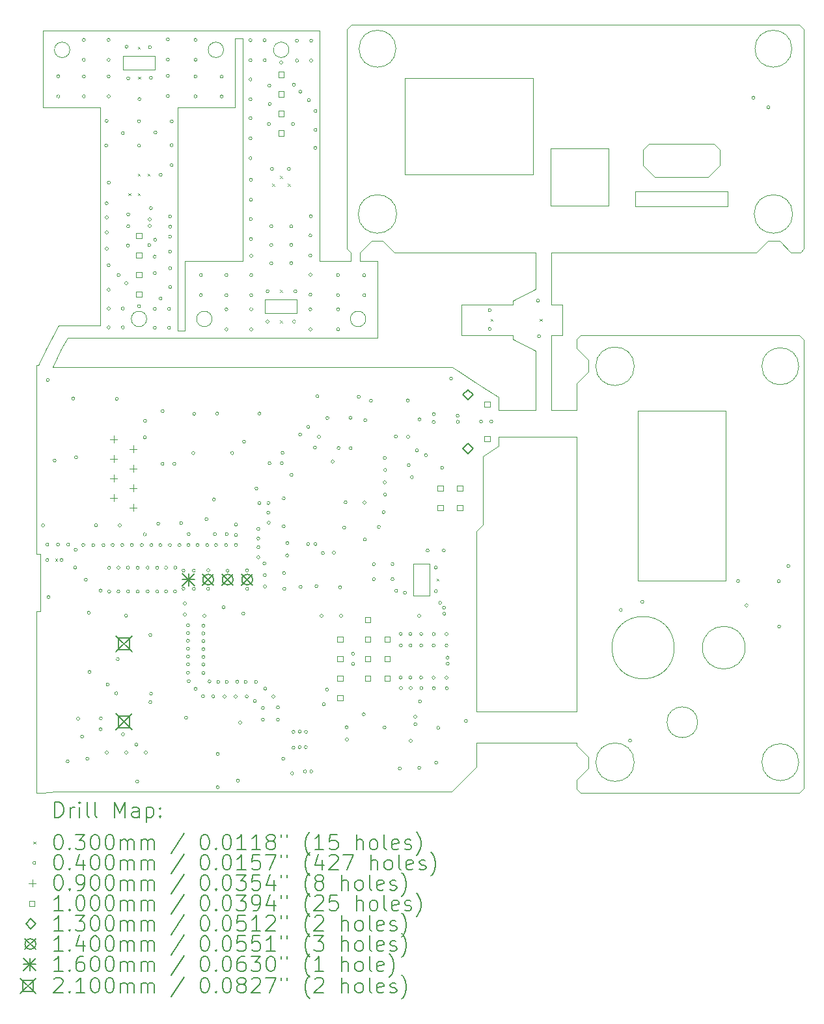
<source format=gbr>
%TF.GenerationSoftware,KiCad,Pcbnew,7.0.1-0*%
%TF.CreationDate,2023-06-29T07:12:17-04:00*%
%TF.ProjectId,CosmicWatch,436f736d-6963-4576-9174-63682e6b6963,rev?*%
%TF.SameCoordinates,Original*%
%TF.FileFunction,Drillmap*%
%TF.FilePolarity,Positive*%
%FSLAX45Y45*%
G04 Gerber Fmt 4.5, Leading zero omitted, Abs format (unit mm)*
G04 Created by KiCad (PCBNEW 7.0.1-0) date 2023-06-29 07:12:17*
%MOMM*%
%LPD*%
G01*
G04 APERTURE LIST*
%ADD10C,0.100000*%
%ADD11C,0.200000*%
%ADD12C,0.030000*%
%ADD13C,0.040000*%
%ADD14C,0.090000*%
%ADD15C,0.130000*%
%ADD16C,0.140000*%
%ADD17C,0.160000*%
%ADD18C,0.210000*%
G04 APERTURE END LIST*
D10*
X17263000Y-12971000D02*
X14748000Y-12971000D01*
X14678000Y-12971000D02*
X14213000Y-12971000D01*
X17913000Y-12971000D02*
X17263000Y-12971000D01*
X18008000Y-12971000D02*
X17913000Y-12971000D01*
X18078000Y-12971000D02*
X18013000Y-12971000D01*
X18013000Y-12971000D02*
X18008000Y-12971000D01*
X14748000Y-12971000D02*
X14678000Y-12971000D01*
X18198000Y-7451000D02*
X14233000Y-7451000D01*
X14213000Y-7451000D02*
X14233000Y-7451000D01*
X18198000Y-7451000D02*
X18298000Y-7451000D01*
X19403000Y-12971000D02*
X18078000Y-12971000D01*
X14113000Y-12986000D02*
X13998000Y-12986000D01*
X14138000Y-12976000D02*
X14113000Y-12986000D01*
X14138000Y-12976000D02*
X14203000Y-12976000D01*
X14203000Y-12976000D02*
X14213000Y-12971000D01*
X18298000Y-7451000D02*
X18518000Y-7451000D01*
X13998000Y-9636000D02*
X13998000Y-8026000D01*
X13998000Y-10626000D02*
X13998000Y-12986000D01*
X13998000Y-8026000D02*
X13998000Y-7426000D01*
X19725500Y-12648500D02*
X19403000Y-12971000D01*
X19725500Y-12331000D02*
X19725500Y-12648500D01*
X19725500Y-12331000D02*
X21028000Y-12331000D01*
X21078000Y-12986000D02*
X23928000Y-12986000D01*
X23513000Y-7036000D02*
X21078000Y-7036000D01*
X22968000Y-8016000D02*
X21828000Y-8016000D01*
X21828000Y-8016000D02*
X21828000Y-10226000D01*
X21828000Y-10226000D02*
X22968000Y-10226000D01*
X22968000Y-10226000D02*
X22968000Y-8016000D01*
X21028000Y-7206000D02*
X21178000Y-7356000D01*
X21178000Y-7356000D02*
X21178000Y-7506000D01*
X21028000Y-12816000D02*
X21178000Y-12666000D01*
X21178000Y-12666000D02*
X21178000Y-12516000D01*
X21178000Y-12516000D02*
X21028000Y-12366000D01*
X21028000Y-7086000D02*
X21028000Y-7206000D01*
X21028000Y-12816000D02*
X21028000Y-12936000D01*
X21028000Y-8356000D02*
X21028000Y-11931000D01*
X22603062Y-12066000D02*
G75*
G03*
X22603062Y-12066000I-200063J0D01*
G01*
X23928000Y-7036000D02*
X23988000Y-7096000D01*
X23928000Y-12986000D02*
X23988000Y-12926000D01*
X21028000Y-7086000D02*
X21078000Y-7036000D01*
X21078000Y-12986000D02*
X21028000Y-12936000D01*
X19408000Y-7451000D02*
X18518000Y-7451000D01*
X18903000Y-10003500D02*
X19118000Y-10003500D01*
X23220714Y-11096000D02*
G75*
G03*
X23220714Y-11096000I-277714J0D01*
G01*
X19725500Y-11931000D02*
X19725500Y-9581000D01*
X21178000Y-7506000D02*
X21028000Y-7656000D01*
X20013000Y-8471000D02*
X19808000Y-8611000D01*
X21028000Y-12331000D02*
X21028000Y-12366000D01*
X20013000Y-8356000D02*
X20013000Y-8471000D01*
X18903000Y-10418500D02*
X18903000Y-10003500D01*
X19788000Y-7691000D02*
X20013000Y-7836000D01*
X16435502Y-3320863D02*
G75*
G03*
X16435502Y-3320863I-100000J0D01*
G01*
X15435502Y-6820863D02*
G75*
G03*
X15435502Y-6820863I-100000J0D01*
G01*
X14835502Y-5520863D02*
X14835500Y-6908500D01*
X15543000Y-3398500D02*
X15543000Y-3578500D01*
X15543000Y-3578500D02*
X15128000Y-3578500D01*
X15128000Y-3578500D02*
X15128000Y-3398500D01*
X15128000Y-3398500D02*
X15543000Y-3398500D01*
X14835502Y-7070863D02*
X15705502Y-7070863D01*
X15935502Y-7070863D02*
X15705502Y-7070863D01*
X19788000Y-7691000D02*
X19408000Y-7451000D01*
X20495500Y-8011000D02*
X20035500Y-8011000D01*
X20013000Y-8356000D02*
X21028000Y-8356000D01*
X21778000Y-7436000D02*
G75*
G03*
X21778000Y-7436000I-250000J0D01*
G01*
X23918000Y-7436000D02*
G75*
G03*
X23918000Y-7436000I-240000J0D01*
G01*
X23918000Y-12586000D02*
G75*
G03*
X23918000Y-12586000I-240000J0D01*
G01*
X21778000Y-12586000D02*
G75*
G03*
X21778000Y-12586000I-250000J0D01*
G01*
X13998000Y-9876000D02*
X13998000Y-9636000D01*
X17685502Y-6070863D02*
X17685502Y-3070863D01*
X16685502Y-3170863D02*
X16685502Y-6070863D01*
X17285502Y-3320863D02*
G75*
G03*
X17285502Y-3320863I-100000J0D01*
G01*
X18285500Y-6820863D02*
G75*
G03*
X18285500Y-6820863I-100000J0D01*
G01*
X21028000Y-8011000D02*
X21028000Y-7656000D01*
X15835502Y-6970863D02*
X15835502Y-4070863D01*
X18508000Y-5806000D02*
X18658000Y-5956000D01*
X18358000Y-5806000D02*
X18508000Y-5806000D01*
X23518000Y-5806000D02*
X23368000Y-5956000D01*
X18038000Y-3056000D02*
X18038000Y-5906000D01*
X23988000Y-5906000D02*
X23988000Y-3056000D01*
X18208000Y-5956000D02*
X18358000Y-5806000D01*
X23818000Y-5956000D02*
X23668000Y-5806000D01*
X23668000Y-5806000D02*
X23518000Y-5806000D01*
X22893000Y-4716000D02*
X22893000Y-4621000D01*
X22818000Y-4546000D02*
X21968000Y-4546000D01*
X21893000Y-4621000D02*
X21893000Y-4826000D01*
X22043000Y-4976000D02*
X22743000Y-4976000D01*
X22893000Y-4826000D02*
X22893000Y-4716000D01*
X18798000Y-4946000D02*
X20458000Y-4946000D01*
X20458000Y-3686000D02*
X18798000Y-3686000D01*
X18798000Y-3686000D02*
X18798000Y-4946000D01*
X23348000Y-5956000D02*
X20695500Y-5956000D01*
X23368000Y-5956000D02*
X23348000Y-5956000D01*
X18088000Y-5956000D02*
X18088000Y-6071000D01*
X20458000Y-4946000D02*
X20458000Y-3686000D01*
X18658000Y-5956000D02*
X20495500Y-5956000D01*
X23938000Y-5956000D02*
X23988000Y-5906000D01*
X18038000Y-5906000D02*
X18088000Y-5956000D01*
X22993000Y-5161000D02*
X22993000Y-5356000D01*
X22993000Y-5356000D02*
X21793000Y-5356000D01*
X21793000Y-5356000D02*
X21793000Y-5161000D01*
X21793000Y-5161000D02*
X22993000Y-5161000D01*
X18038000Y-3056000D02*
X18098000Y-2996000D01*
X23988000Y-3056000D02*
X23928000Y-2996000D01*
X18098000Y-2996000D02*
X23928000Y-2996000D01*
X22043000Y-4976000D02*
X21893000Y-4826000D01*
X22743000Y-4976000D02*
X22893000Y-4826000D01*
X22893000Y-4621000D02*
X22818000Y-4546000D01*
X21893000Y-4621000D02*
X21968000Y-4546000D01*
X23818000Y-5956000D02*
X23938000Y-5956000D01*
X18678000Y-3306000D02*
G75*
G03*
X18678000Y-3306000I-240000J0D01*
G01*
X18688000Y-5456000D02*
G75*
G03*
X18688000Y-5456000I-250000J0D01*
G01*
X23838000Y-5456000D02*
G75*
G03*
X23838000Y-5456000I-250000J0D01*
G01*
X23828000Y-3306000D02*
G75*
G03*
X23828000Y-3306000I-240000J0D01*
G01*
X21448000Y-5351000D02*
X20693000Y-5351000D01*
X21448000Y-4601000D02*
X21448000Y-5351000D01*
X21448000Y-4601000D02*
X20693000Y-4601000D01*
X20693000Y-5351000D02*
X20693000Y-4601000D01*
X14023000Y-7426000D02*
X14133000Y-7211000D01*
X19535500Y-7033500D02*
X20195500Y-7033500D01*
X20695500Y-6633500D02*
X20695500Y-5956000D01*
X20695500Y-8011000D02*
X20695500Y-7033500D01*
X20695500Y-7033500D02*
X20843000Y-7033500D01*
X20195500Y-6633500D02*
X20195500Y-6581000D01*
X20695500Y-6633500D02*
X20843000Y-6633500D01*
X20195500Y-6633500D02*
X19533000Y-6633500D01*
X13998000Y-9876000D02*
X14053000Y-9876000D01*
X15935502Y-6070863D02*
X16685502Y-6070863D01*
X20195500Y-7086000D02*
X20495500Y-7233500D01*
X14835502Y-7070863D02*
X14408000Y-7071000D01*
X23913000Y-7036000D02*
X23928000Y-7036000D01*
X14290500Y-6908500D02*
X14835500Y-6908500D01*
X18435502Y-7070863D02*
X15935502Y-7070863D01*
X19533000Y-6633500D02*
X19533000Y-7033500D01*
X14835502Y-3070863D02*
X15835502Y-3070863D01*
X16975500Y-6746000D02*
X16975500Y-6566000D01*
X19863000Y-11929000D02*
X19725500Y-11931000D01*
X19808000Y-8611000D02*
X19808000Y-9496000D01*
X19118000Y-10003500D02*
X19118000Y-10418500D01*
X18088000Y-6071000D02*
X17685502Y-6070863D01*
X15935502Y-6970863D02*
X15835502Y-6970863D01*
X20495500Y-6433500D02*
X20495500Y-5956000D01*
X17390500Y-6746000D02*
X16975500Y-6746000D01*
X20495500Y-8011000D02*
X20495500Y-7233500D01*
X18435502Y-7070863D02*
X18435500Y-6071000D01*
X15935502Y-6970863D02*
X15935502Y-6070863D01*
X14835502Y-4070863D02*
X14835502Y-5520863D01*
X16685502Y-3070863D02*
X17685502Y-3070863D01*
X14435502Y-3320863D02*
G75*
G03*
X14435502Y-3320863I-100000J0D01*
G01*
X14053000Y-10626000D02*
X13998000Y-10626000D01*
X16975500Y-6566000D02*
X17390500Y-6566000D01*
X16585502Y-4070863D02*
X15835502Y-4070863D01*
X15835502Y-3070863D02*
X16685502Y-3070863D01*
X20195500Y-7033500D02*
X20195500Y-7086000D01*
X16585502Y-3170863D02*
X16685502Y-3170863D01*
X20013000Y-8011000D02*
X20035500Y-8011000D01*
X14053000Y-9876000D02*
X14053000Y-10626000D01*
X19533000Y-7033500D02*
X19535500Y-7033500D01*
X14133000Y-7211000D02*
X14290500Y-6908500D01*
X20013000Y-7836000D02*
X20013000Y-8011000D01*
X23513000Y-7036000D02*
X23913000Y-7036000D01*
X14085502Y-3070863D02*
X14085502Y-4070863D01*
X20843000Y-6633500D02*
X20843000Y-7033500D01*
X23988000Y-7096000D02*
X23988000Y-12926000D01*
X22298031Y-11096000D02*
G75*
G03*
X22298031Y-11096000I-405031J0D01*
G01*
X16285500Y-6820863D02*
G75*
G03*
X16285500Y-6820863I-100000J0D01*
G01*
X14213000Y-7451000D02*
X14323000Y-7211000D01*
X20695500Y-8011000D02*
X21028000Y-8011000D01*
X14085502Y-4070863D02*
X14835502Y-4070863D01*
X18208000Y-6071000D02*
X18435500Y-6071000D01*
X19118000Y-10418500D02*
X18903000Y-10418500D01*
X19863000Y-11929000D02*
X21028000Y-11931000D01*
X18208000Y-5956000D02*
X18208000Y-6071000D01*
X19808000Y-9496000D02*
X19725500Y-9581000D01*
X14835502Y-3070863D02*
X14085502Y-3070863D01*
X20195500Y-6581000D02*
X20495500Y-6433500D01*
X16585502Y-4070863D02*
X16585502Y-3170863D01*
X17390500Y-6566000D02*
X17390500Y-6746000D01*
X14023000Y-7426000D02*
X13998000Y-7426000D01*
X14408000Y-7071000D02*
X14323000Y-7211000D01*
D11*
D12*
X14245000Y-9941000D02*
X14275000Y-9971000D01*
X14275000Y-9941000D02*
X14245000Y-9971000D01*
X15196000Y-5185000D02*
X15226000Y-5215000D01*
X15226000Y-5185000D02*
X15196000Y-5215000D01*
X15320500Y-3278500D02*
X15350500Y-3308500D01*
X15350500Y-3278500D02*
X15320500Y-3308500D01*
X15322000Y-4933000D02*
X15352000Y-4963000D01*
X15352000Y-4933000D02*
X15322000Y-4963000D01*
X15322000Y-5185000D02*
X15352000Y-5215000D01*
X15352000Y-5185000D02*
X15322000Y-5215000D01*
X15325500Y-3668500D02*
X15355500Y-3698500D01*
X15355500Y-3668500D02*
X15325500Y-3698500D01*
X15448000Y-4933000D02*
X15478000Y-4963000D01*
X15478000Y-4933000D02*
X15448000Y-4963000D01*
X17070502Y-5060863D02*
X17100502Y-5090863D01*
X17100502Y-5060863D02*
X17070502Y-5090863D01*
X17168000Y-6443500D02*
X17198000Y-6473500D01*
X17198000Y-6443500D02*
X17168000Y-6473500D01*
X17168000Y-6838500D02*
X17198000Y-6868500D01*
X17198000Y-6838500D02*
X17168000Y-6868500D01*
X17170502Y-4960863D02*
X17200502Y-4990863D01*
X17200502Y-4960863D02*
X17170502Y-4990863D01*
X17270502Y-5060863D02*
X17300502Y-5090863D01*
X17300502Y-5060863D02*
X17270502Y-5090863D01*
X19208000Y-10196000D02*
X19238000Y-10226000D01*
X19238000Y-10196000D02*
X19208000Y-10226000D01*
X19910500Y-6818500D02*
X19940500Y-6848500D01*
X19940500Y-6818500D02*
X19910500Y-6848500D01*
X20548000Y-6818500D02*
X20578000Y-6848500D01*
X20578000Y-6818500D02*
X20548000Y-6848500D01*
D13*
X14108000Y-9506000D02*
G75*
G03*
X14108000Y-9506000I-20000J0D01*
G01*
X14163000Y-9756000D02*
G75*
G03*
X14163000Y-9756000I-20000J0D01*
G01*
X14163000Y-9956000D02*
G75*
G03*
X14163000Y-9956000I-20000J0D01*
G01*
X14168000Y-7616000D02*
G75*
G03*
X14168000Y-7616000I-20000J0D01*
G01*
X14179000Y-10439000D02*
G75*
G03*
X14179000Y-10439000I-20000J0D01*
G01*
X14258000Y-8661000D02*
G75*
G03*
X14258000Y-8661000I-20000J0D01*
G01*
X14303000Y-9756000D02*
G75*
G03*
X14303000Y-9756000I-20000J0D01*
G01*
X14305500Y-3665863D02*
G75*
G03*
X14305500Y-3665863I-20000J0D01*
G01*
X14305500Y-3925863D02*
G75*
G03*
X14305500Y-3925863I-20000J0D01*
G01*
X14348000Y-9956000D02*
G75*
G03*
X14348000Y-9956000I-20000J0D01*
G01*
X14428000Y-12576000D02*
G75*
G03*
X14428000Y-12576000I-20000J0D01*
G01*
X14433000Y-9756000D02*
G75*
G03*
X14433000Y-9756000I-20000J0D01*
G01*
X14500500Y-7856000D02*
G75*
G03*
X14500500Y-7856000I-20000J0D01*
G01*
X14525000Y-10054000D02*
G75*
G03*
X14525000Y-10054000I-20000J0D01*
G01*
X14532000Y-9822000D02*
G75*
G03*
X14532000Y-9822000I-20000J0D01*
G01*
X14535500Y-8621000D02*
G75*
G03*
X14535500Y-8621000I-20000J0D01*
G01*
X14563000Y-12021000D02*
G75*
G03*
X14563000Y-12021000I-20000J0D01*
G01*
X14615500Y-12253500D02*
G75*
G03*
X14615500Y-12253500I-20000J0D01*
G01*
X14631000Y-9761000D02*
G75*
G03*
X14631000Y-9761000I-20000J0D01*
G01*
X14638002Y-3191000D02*
G75*
G03*
X14638002Y-3191000I-20000J0D01*
G01*
X14638002Y-3451000D02*
G75*
G03*
X14638002Y-3451000I-20000J0D01*
G01*
X14638002Y-3665863D02*
G75*
G03*
X14638002Y-3665863I-20000J0D01*
G01*
X14638002Y-3925863D02*
G75*
G03*
X14638002Y-3925863I-20000J0D01*
G01*
X14663000Y-10211000D02*
G75*
G03*
X14663000Y-10211000I-20000J0D01*
G01*
X14683000Y-12541000D02*
G75*
G03*
X14683000Y-12541000I-20000J0D01*
G01*
X14702000Y-10642000D02*
G75*
G03*
X14702000Y-10642000I-20000J0D01*
G01*
X14713000Y-11411000D02*
G75*
G03*
X14713000Y-11411000I-20000J0D01*
G01*
X14761000Y-9762000D02*
G75*
G03*
X14761000Y-9762000I-20000J0D01*
G01*
X14795500Y-9503500D02*
G75*
G03*
X14795500Y-9503500I-20000J0D01*
G01*
X14855945Y-12156450D02*
G75*
G03*
X14855945Y-12156450I-20000J0D01*
G01*
X14856000Y-10354000D02*
G75*
G03*
X14856000Y-10354000I-20000J0D01*
G01*
X14859550Y-12018000D02*
G75*
G03*
X14859550Y-12018000I-20000J0D01*
G01*
X14893000Y-9762000D02*
G75*
G03*
X14893000Y-9762000I-20000J0D01*
G01*
X14930502Y-4565863D02*
G75*
G03*
X14930502Y-4565863I-20000J0D01*
G01*
X14935502Y-4245863D02*
G75*
G03*
X14935502Y-4245863I-20000J0D01*
G01*
X14935502Y-5315863D02*
G75*
G03*
X14935502Y-5315863I-20000J0D01*
G01*
X14935502Y-5500863D02*
G75*
G03*
X14935502Y-5500863I-20000J0D01*
G01*
X14935502Y-5695863D02*
G75*
G03*
X14935502Y-5695863I-20000J0D01*
G01*
X14935502Y-5905863D02*
G75*
G03*
X14935502Y-5905863I-20000J0D01*
G01*
X14937000Y-12460000D02*
G75*
G03*
X14937000Y-12460000I-20000J0D01*
G01*
X14948000Y-11576000D02*
G75*
G03*
X14948000Y-11576000I-20000J0D01*
G01*
X14960502Y-3191000D02*
G75*
G03*
X14960502Y-3191000I-20000J0D01*
G01*
X14960502Y-3451000D02*
G75*
G03*
X14960502Y-3451000I-20000J0D01*
G01*
X14960502Y-3665863D02*
G75*
G03*
X14960502Y-3665863I-20000J0D01*
G01*
X14960502Y-3925863D02*
G75*
G03*
X14960502Y-3925863I-20000J0D01*
G01*
X14960502Y-6120863D02*
G75*
G03*
X14960502Y-6120863I-20000J0D01*
G01*
X14960502Y-6440863D02*
G75*
G03*
X14960502Y-6440863I-20000J0D01*
G01*
X14960502Y-6685863D02*
G75*
G03*
X14960502Y-6685863I-20000J0D01*
G01*
X14960502Y-6930863D02*
G75*
G03*
X14960502Y-6930863I-20000J0D01*
G01*
X14963002Y-5045863D02*
G75*
G03*
X14963002Y-5045863I-20000J0D01*
G01*
X14968000Y-10057000D02*
G75*
G03*
X14968000Y-10057000I-20000J0D01*
G01*
X14968000Y-10367000D02*
G75*
G03*
X14968000Y-10367000I-20000J0D01*
G01*
X15013000Y-9761000D02*
G75*
G03*
X15013000Y-9761000I-20000J0D01*
G01*
X15060050Y-11690000D02*
G75*
G03*
X15060050Y-11690000I-20000J0D01*
G01*
X15065500Y-7861000D02*
G75*
G03*
X15065500Y-7861000I-20000J0D01*
G01*
X15079600Y-11245600D02*
G75*
G03*
X15079600Y-11245600I-20000J0D01*
G01*
X15088000Y-10056000D02*
G75*
G03*
X15088000Y-10056000I-20000J0D01*
G01*
X15088000Y-10366000D02*
G75*
G03*
X15088000Y-10366000I-20000J0D01*
G01*
X15090502Y-6250863D02*
G75*
G03*
X15090502Y-6250863I-20000J0D01*
G01*
X15105500Y-9506000D02*
G75*
G03*
X15105500Y-9506000I-20000J0D01*
G01*
X15138000Y-9761000D02*
G75*
G03*
X15138000Y-9761000I-20000J0D01*
G01*
X15145502Y-4405863D02*
G75*
G03*
X15145502Y-4405863I-20000J0D01*
G01*
X15145502Y-6685863D02*
G75*
G03*
X15145502Y-6685863I-20000J0D01*
G01*
X15145502Y-6930863D02*
G75*
G03*
X15145502Y-6930863I-20000J0D01*
G01*
X15147000Y-12222000D02*
G75*
G03*
X15147000Y-12222000I-20000J0D01*
G01*
X15188000Y-10681000D02*
G75*
G03*
X15188000Y-10681000I-20000J0D01*
G01*
X15190502Y-6355863D02*
G75*
G03*
X15190502Y-6355863I-20000J0D01*
G01*
X15191000Y-12460000D02*
G75*
G03*
X15191000Y-12460000I-20000J0D01*
G01*
X15193000Y-3281000D02*
G75*
G03*
X15193000Y-3281000I-20000J0D01*
G01*
X15210502Y-5865863D02*
G75*
G03*
X15210502Y-5865863I-20000J0D01*
G01*
X15213000Y-10056000D02*
G75*
G03*
X15213000Y-10056000I-20000J0D01*
G01*
X15213000Y-10366000D02*
G75*
G03*
X15213000Y-10366000I-20000J0D01*
G01*
X15215500Y-3691000D02*
G75*
G03*
X15215500Y-3691000I-20000J0D01*
G01*
X15215502Y-5460863D02*
G75*
G03*
X15215502Y-5460863I-20000J0D01*
G01*
X15215502Y-5615863D02*
G75*
G03*
X15215502Y-5615863I-20000J0D01*
G01*
X15263000Y-9761000D02*
G75*
G03*
X15263000Y-9761000I-20000J0D01*
G01*
X15320000Y-12358000D02*
G75*
G03*
X15320000Y-12358000I-20000J0D01*
G01*
X15332002Y-12836050D02*
G75*
G03*
X15332002Y-12836050I-20000J0D01*
G01*
X15338000Y-10056000D02*
G75*
G03*
X15338000Y-10056000I-20000J0D01*
G01*
X15338000Y-10366000D02*
G75*
G03*
X15338000Y-10366000I-20000J0D01*
G01*
X15355502Y-4250863D02*
G75*
G03*
X15355502Y-4250863I-20000J0D01*
G01*
X15355502Y-4565863D02*
G75*
G03*
X15355502Y-4565863I-20000J0D01*
G01*
X15355502Y-6655863D02*
G75*
G03*
X15355502Y-6655863I-20000J0D01*
G01*
X15360500Y-3961000D02*
G75*
G03*
X15360500Y-3961000I-20000J0D01*
G01*
X15393000Y-9761000D02*
G75*
G03*
X15393000Y-9761000I-20000J0D01*
G01*
X15430002Y-8361498D02*
G75*
G03*
X15430002Y-8361498I-20000J0D01*
G01*
X15430500Y-9623500D02*
G75*
G03*
X15430500Y-9623500I-20000J0D01*
G01*
X15433000Y-8146000D02*
G75*
G03*
X15433000Y-8146000I-20000J0D01*
G01*
X15445000Y-12460000D02*
G75*
G03*
X15445000Y-12460000I-20000J0D01*
G01*
X15468000Y-10056000D02*
G75*
G03*
X15468000Y-10056000I-20000J0D01*
G01*
X15468000Y-10366000D02*
G75*
G03*
X15468000Y-10366000I-20000J0D01*
G01*
X15490502Y-5860863D02*
G75*
G03*
X15490502Y-5860863I-20000J0D01*
G01*
X15495502Y-5525863D02*
G75*
G03*
X15495502Y-5525863I-20000J0D01*
G01*
X15495502Y-5610863D02*
G75*
G03*
X15495502Y-5610863I-20000J0D01*
G01*
X15498000Y-3286000D02*
G75*
G03*
X15498000Y-3286000I-20000J0D01*
G01*
X15503000Y-10931000D02*
G75*
G03*
X15503000Y-10931000I-20000J0D01*
G01*
X15503000Y-11806000D02*
G75*
G03*
X15503000Y-11806000I-20000J0D01*
G01*
X15510500Y-3686000D02*
G75*
G03*
X15510500Y-3686000I-20000J0D01*
G01*
X15510502Y-5380863D02*
G75*
G03*
X15510502Y-5380863I-20000J0D01*
G01*
X15512000Y-11693110D02*
G75*
G03*
X15512000Y-11693110I-20000J0D01*
G01*
X15518000Y-9761000D02*
G75*
G03*
X15518000Y-9761000I-20000J0D01*
G01*
X15560502Y-6010863D02*
G75*
G03*
X15560502Y-6010863I-20000J0D01*
G01*
X15560502Y-6225863D02*
G75*
G03*
X15560502Y-6225863I-20000J0D01*
G01*
X15560502Y-6690863D02*
G75*
G03*
X15560502Y-6690863I-20000J0D01*
G01*
X15560502Y-6935863D02*
G75*
G03*
X15560502Y-6935863I-20000J0D01*
G01*
X15565502Y-5790863D02*
G75*
G03*
X15565502Y-5790863I-20000J0D01*
G01*
X15570502Y-4395863D02*
G75*
G03*
X15570502Y-4395863I-20000J0D01*
G01*
X15593000Y-10056000D02*
G75*
G03*
X15593000Y-10056000I-20000J0D01*
G01*
X15593000Y-10366000D02*
G75*
G03*
X15593000Y-10366000I-20000J0D01*
G01*
X15605500Y-9483500D02*
G75*
G03*
X15605500Y-9483500I-20000J0D01*
G01*
X15633000Y-9761000D02*
G75*
G03*
X15633000Y-9761000I-20000J0D01*
G01*
X15635502Y-6555863D02*
G75*
G03*
X15635502Y-6555863I-20000J0D01*
G01*
X15638000Y-4946000D02*
G75*
G03*
X15638000Y-4946000I-20000J0D01*
G01*
X15660500Y-8706000D02*
G75*
G03*
X15660500Y-8706000I-20000J0D01*
G01*
X15663000Y-8021000D02*
G75*
G03*
X15663000Y-8021000I-20000J0D01*
G01*
X15708000Y-10056000D02*
G75*
G03*
X15708000Y-10056000I-20000J0D01*
G01*
X15708000Y-10366000D02*
G75*
G03*
X15708000Y-10366000I-20000J0D01*
G01*
X15730502Y-3185863D02*
G75*
G03*
X15730502Y-3185863I-20000J0D01*
G01*
X15730502Y-3445863D02*
G75*
G03*
X15730502Y-3445863I-20000J0D01*
G01*
X15730502Y-3660863D02*
G75*
G03*
X15730502Y-3660863I-20000J0D01*
G01*
X15730502Y-3920863D02*
G75*
G03*
X15730502Y-3920863I-20000J0D01*
G01*
X15745502Y-6690863D02*
G75*
G03*
X15745502Y-6690863I-20000J0D01*
G01*
X15745502Y-6935863D02*
G75*
G03*
X15745502Y-6935863I-20000J0D01*
G01*
X15758000Y-9761000D02*
G75*
G03*
X15758000Y-9761000I-20000J0D01*
G01*
X15760502Y-5488500D02*
G75*
G03*
X15760502Y-5488500I-20000J0D01*
G01*
X15760502Y-5620863D02*
G75*
G03*
X15760502Y-5620863I-20000J0D01*
G01*
X15760502Y-5750863D02*
G75*
G03*
X15760502Y-5750863I-20000J0D01*
G01*
X15760502Y-5945863D02*
G75*
G03*
X15760502Y-5945863I-20000J0D01*
G01*
X15760502Y-6160863D02*
G75*
G03*
X15760502Y-6160863I-20000J0D01*
G01*
X15760502Y-6405863D02*
G75*
G03*
X15760502Y-6405863I-20000J0D01*
G01*
X15780502Y-4250863D02*
G75*
G03*
X15780502Y-4250863I-20000J0D01*
G01*
X15780502Y-4560863D02*
G75*
G03*
X15780502Y-4560863I-20000J0D01*
G01*
X15780502Y-4820863D02*
G75*
G03*
X15780502Y-4820863I-20000J0D01*
G01*
X15815500Y-8703500D02*
G75*
G03*
X15815500Y-8703500I-20000J0D01*
G01*
X15823000Y-10366000D02*
G75*
G03*
X15823000Y-10366000I-20000J0D01*
G01*
X15828000Y-10056000D02*
G75*
G03*
X15828000Y-10056000I-20000J0D01*
G01*
X15883000Y-9761000D02*
G75*
G03*
X15883000Y-9761000I-20000J0D01*
G01*
X15905500Y-9476000D02*
G75*
G03*
X15905500Y-9476000I-20000J0D01*
G01*
X15934000Y-10328000D02*
G75*
G03*
X15934000Y-10328000I-20000J0D01*
G01*
X15935000Y-10093000D02*
G75*
G03*
X15935000Y-10093000I-20000J0D01*
G01*
X15953000Y-10521000D02*
G75*
G03*
X15953000Y-10521000I-20000J0D01*
G01*
X15953000Y-10666000D02*
G75*
G03*
X15953000Y-10666000I-20000J0D01*
G01*
X15968000Y-12006000D02*
G75*
G03*
X15968000Y-12006000I-20000J0D01*
G01*
X15993000Y-10806000D02*
G75*
G03*
X15993000Y-10806000I-20000J0D01*
G01*
X15993000Y-10906000D02*
G75*
G03*
X15993000Y-10906000I-20000J0D01*
G01*
X15993000Y-11006000D02*
G75*
G03*
X15993000Y-11006000I-20000J0D01*
G01*
X15993000Y-11111000D02*
G75*
G03*
X15993000Y-11111000I-20000J0D01*
G01*
X15993000Y-11211000D02*
G75*
G03*
X15993000Y-11211000I-20000J0D01*
G01*
X15993000Y-11311000D02*
G75*
G03*
X15993000Y-11311000I-20000J0D01*
G01*
X15993000Y-11421000D02*
G75*
G03*
X15993000Y-11421000I-20000J0D01*
G01*
X15998000Y-9761000D02*
G75*
G03*
X15998000Y-9761000I-20000J0D01*
G01*
X16002950Y-9618500D02*
G75*
G03*
X16002950Y-9618500I-20000J0D01*
G01*
X16003000Y-11531000D02*
G75*
G03*
X16003000Y-11531000I-20000J0D01*
G01*
X16061000Y-8565000D02*
G75*
G03*
X16061000Y-8565000I-20000J0D01*
G01*
X16068000Y-10093000D02*
G75*
G03*
X16068000Y-10093000I-20000J0D01*
G01*
X16069000Y-10331000D02*
G75*
G03*
X16069000Y-10331000I-20000J0D01*
G01*
X16073000Y-8056000D02*
G75*
G03*
X16073000Y-8056000I-20000J0D01*
G01*
X16090500Y-3191000D02*
G75*
G03*
X16090500Y-3191000I-20000J0D01*
G01*
X16090500Y-3451000D02*
G75*
G03*
X16090500Y-3451000I-20000J0D01*
G01*
X16090500Y-3666000D02*
G75*
G03*
X16090500Y-3666000I-20000J0D01*
G01*
X16090500Y-3926000D02*
G75*
G03*
X16090500Y-3926000I-20000J0D01*
G01*
X16093000Y-11631000D02*
G75*
G03*
X16093000Y-11631000I-20000J0D01*
G01*
X16118000Y-9761000D02*
G75*
G03*
X16118000Y-9761000I-20000J0D01*
G01*
X16160500Y-6250863D02*
G75*
G03*
X16160500Y-6250863I-20000J0D01*
G01*
X16160500Y-6510863D02*
G75*
G03*
X16160500Y-6510863I-20000J0D01*
G01*
X16188000Y-11726000D02*
G75*
G03*
X16188000Y-11726000I-20000J0D01*
G01*
X16193000Y-10811000D02*
G75*
G03*
X16193000Y-10811000I-20000J0D01*
G01*
X16193000Y-10911000D02*
G75*
G03*
X16193000Y-10911000I-20000J0D01*
G01*
X16193000Y-11011000D02*
G75*
G03*
X16193000Y-11011000I-20000J0D01*
G01*
X16193000Y-11116000D02*
G75*
G03*
X16193000Y-11116000I-20000J0D01*
G01*
X16193000Y-11216000D02*
G75*
G03*
X16193000Y-11216000I-20000J0D01*
G01*
X16193000Y-11316000D02*
G75*
G03*
X16193000Y-11316000I-20000J0D01*
G01*
X16193000Y-11426000D02*
G75*
G03*
X16193000Y-11426000I-20000J0D01*
G01*
X16207000Y-10682000D02*
G75*
G03*
X16207000Y-10682000I-20000J0D01*
G01*
X16233000Y-9426000D02*
G75*
G03*
X16233000Y-9426000I-20000J0D01*
G01*
X16243000Y-9761000D02*
G75*
G03*
X16243000Y-9761000I-20000J0D01*
G01*
X16253000Y-10331000D02*
G75*
G03*
X16253000Y-10331000I-20000J0D01*
G01*
X16256000Y-10090000D02*
G75*
G03*
X16256000Y-10090000I-20000J0D01*
G01*
X16273000Y-11536000D02*
G75*
G03*
X16273000Y-11536000I-20000J0D01*
G01*
X16323000Y-11731000D02*
G75*
G03*
X16323000Y-11731000I-20000J0D01*
G01*
X16330500Y-9168500D02*
G75*
G03*
X16330500Y-9168500I-20000J0D01*
G01*
X16343000Y-9618500D02*
G75*
G03*
X16343000Y-9618500I-20000J0D01*
G01*
X16358000Y-9761000D02*
G75*
G03*
X16358000Y-9761000I-20000J0D01*
G01*
X16373000Y-8051000D02*
G75*
G03*
X16373000Y-8051000I-20000J0D01*
G01*
X16378000Y-12911000D02*
G75*
G03*
X16378000Y-12911000I-20000J0D01*
G01*
X16380500Y-12478500D02*
G75*
G03*
X16380500Y-12478500I-20000J0D01*
G01*
X16388000Y-11541000D02*
G75*
G03*
X16388000Y-11541000I-20000J0D01*
G01*
X16430500Y-3668500D02*
G75*
G03*
X16430500Y-3668500I-20000J0D01*
G01*
X16430500Y-3928500D02*
G75*
G03*
X16430500Y-3928500I-20000J0D01*
G01*
X16455500Y-10571000D02*
G75*
G03*
X16455500Y-10571000I-20000J0D01*
G01*
X16468000Y-11731000D02*
G75*
G03*
X16468000Y-11731000I-20000J0D01*
G01*
X16488000Y-9761000D02*
G75*
G03*
X16488000Y-9761000I-20000J0D01*
G01*
X16493000Y-6695863D02*
G75*
G03*
X16493000Y-6695863I-20000J0D01*
G01*
X16493000Y-6955863D02*
G75*
G03*
X16493000Y-6955863I-20000J0D01*
G01*
X16493002Y-6250863D02*
G75*
G03*
X16493002Y-6250863I-20000J0D01*
G01*
X16493002Y-6510863D02*
G75*
G03*
X16493002Y-6510863I-20000J0D01*
G01*
X16498000Y-9618500D02*
G75*
G03*
X16498000Y-9618500I-20000J0D01*
G01*
X16498000Y-11541000D02*
G75*
G03*
X16498000Y-11541000I-20000J0D01*
G01*
X16508000Y-10096000D02*
G75*
G03*
X16508000Y-10096000I-20000J0D01*
G01*
X16568000Y-8565000D02*
G75*
G03*
X16568000Y-8565000I-20000J0D01*
G01*
X16613000Y-11731000D02*
G75*
G03*
X16613000Y-11731000I-20000J0D01*
G01*
X16618000Y-9496000D02*
G75*
G03*
X16618000Y-9496000I-20000J0D01*
G01*
X16618000Y-9631000D02*
G75*
G03*
X16618000Y-9631000I-20000J0D01*
G01*
X16618000Y-9761000D02*
G75*
G03*
X16618000Y-9761000I-20000J0D01*
G01*
X16633270Y-11539124D02*
G75*
G03*
X16633270Y-11539124I-20000J0D01*
G01*
X16643000Y-12826000D02*
G75*
G03*
X16643000Y-12826000I-20000J0D01*
G01*
X16673000Y-12071000D02*
G75*
G03*
X16673000Y-12071000I-20000J0D01*
G01*
X16713000Y-10651000D02*
G75*
G03*
X16713000Y-10651000I-20000J0D01*
G01*
X16722000Y-8416000D02*
G75*
G03*
X16722000Y-8416000I-20000J0D01*
G01*
X16743000Y-11541000D02*
G75*
G03*
X16743000Y-11541000I-20000J0D01*
G01*
X16758000Y-11731000D02*
G75*
G03*
X16758000Y-11731000I-20000J0D01*
G01*
X16761000Y-10091000D02*
G75*
G03*
X16761000Y-10091000I-20000J0D01*
G01*
X16761000Y-10331000D02*
G75*
G03*
X16761000Y-10331000I-20000J0D01*
G01*
X16805502Y-3195863D02*
G75*
G03*
X16805502Y-3195863I-20000J0D01*
G01*
X16805502Y-3455863D02*
G75*
G03*
X16805502Y-3455863I-20000J0D01*
G01*
X16805502Y-3705863D02*
G75*
G03*
X16805502Y-3705863I-20000J0D01*
G01*
X16805502Y-3965863D02*
G75*
G03*
X16805502Y-3965863I-20000J0D01*
G01*
X16805502Y-4210863D02*
G75*
G03*
X16805502Y-4210863I-20000J0D01*
G01*
X16805502Y-4470863D02*
G75*
G03*
X16805502Y-4470863I-20000J0D01*
G01*
X16805502Y-4730863D02*
G75*
G03*
X16805502Y-4730863I-20000J0D01*
G01*
X16810502Y-5010863D02*
G75*
G03*
X16810502Y-5010863I-20000J0D01*
G01*
X16810502Y-5270863D02*
G75*
G03*
X16810502Y-5270863I-20000J0D01*
G01*
X16810502Y-5520863D02*
G75*
G03*
X16810502Y-5520863I-20000J0D01*
G01*
X16810502Y-5780863D02*
G75*
G03*
X16810502Y-5780863I-20000J0D01*
G01*
X16815500Y-6695863D02*
G75*
G03*
X16815500Y-6695863I-20000J0D01*
G01*
X16815500Y-6955863D02*
G75*
G03*
X16815500Y-6955863I-20000J0D01*
G01*
X16815502Y-6000863D02*
G75*
G03*
X16815502Y-6000863I-20000J0D01*
G01*
X16815502Y-6250863D02*
G75*
G03*
X16815502Y-6250863I-20000J0D01*
G01*
X16815502Y-6510863D02*
G75*
G03*
X16815502Y-6510863I-20000J0D01*
G01*
X16863000Y-11791000D02*
G75*
G03*
X16863000Y-11791000I-20000J0D01*
G01*
X16878000Y-11541000D02*
G75*
G03*
X16878000Y-11541000I-20000J0D01*
G01*
X16883000Y-9026000D02*
G75*
G03*
X16883000Y-9026000I-20000J0D01*
G01*
X16908000Y-9551000D02*
G75*
G03*
X16908000Y-9551000I-20000J0D01*
G01*
X16908000Y-9676000D02*
G75*
G03*
X16908000Y-9676000I-20000J0D01*
G01*
X16908000Y-9791000D02*
G75*
G03*
X16908000Y-9791000I-20000J0D01*
G01*
X16908000Y-9921000D02*
G75*
G03*
X16908000Y-9921000I-20000J0D01*
G01*
X16923000Y-8051000D02*
G75*
G03*
X16923000Y-8051000I-20000J0D01*
G01*
X16923000Y-9216000D02*
G75*
G03*
X16923000Y-9216000I-20000J0D01*
G01*
X16968000Y-11881000D02*
G75*
G03*
X16968000Y-11881000I-20000J0D01*
G01*
X16968000Y-12031000D02*
G75*
G03*
X16968000Y-12031000I-20000J0D01*
G01*
X16987000Y-10000000D02*
G75*
G03*
X16987000Y-10000000I-20000J0D01*
G01*
X16990502Y-3195863D02*
G75*
G03*
X16990502Y-3195863I-20000J0D01*
G01*
X16990502Y-3455863D02*
G75*
G03*
X16990502Y-3455863I-20000J0D01*
G01*
X16991000Y-10153000D02*
G75*
G03*
X16991000Y-10153000I-20000J0D01*
G01*
X16995000Y-10301000D02*
G75*
G03*
X16995000Y-10301000I-20000J0D01*
G01*
X16998000Y-11628500D02*
G75*
G03*
X16998000Y-11628500I-20000J0D01*
G01*
X17028000Y-6461000D02*
G75*
G03*
X17028000Y-6461000I-20000J0D01*
G01*
X17028000Y-6856000D02*
G75*
G03*
X17028000Y-6856000I-20000J0D01*
G01*
X17038000Y-9216000D02*
G75*
G03*
X17038000Y-9216000I-20000J0D01*
G01*
X17038000Y-9341000D02*
G75*
G03*
X17038000Y-9341000I-20000J0D01*
G01*
X17043000Y-9471000D02*
G75*
G03*
X17043000Y-9471000I-20000J0D01*
G01*
X17045502Y-4285863D02*
G75*
G03*
X17045502Y-4285863I-20000J0D01*
G01*
X17050502Y-3785863D02*
G75*
G03*
X17050502Y-3785863I-20000J0D01*
G01*
X17054000Y-8699000D02*
G75*
G03*
X17054000Y-8699000I-20000J0D01*
G01*
X17055502Y-4025863D02*
G75*
G03*
X17055502Y-4025863I-20000J0D01*
G01*
X17076502Y-5615863D02*
G75*
G03*
X17076502Y-5615863I-20000J0D01*
G01*
X17076502Y-5858500D02*
G75*
G03*
X17076502Y-5858500I-20000J0D01*
G01*
X17076502Y-6096000D02*
G75*
G03*
X17076502Y-6096000I-20000J0D01*
G01*
X17085502Y-4870863D02*
G75*
G03*
X17085502Y-4870863I-20000J0D01*
G01*
X17103000Y-11731000D02*
G75*
G03*
X17103000Y-11731000I-20000J0D01*
G01*
X17163000Y-11873500D02*
G75*
G03*
X17163000Y-11873500I-20000J0D01*
G01*
X17163000Y-12033500D02*
G75*
G03*
X17163000Y-12033500I-20000J0D01*
G01*
X17205502Y-3485863D02*
G75*
G03*
X17205502Y-3485863I-20000J0D01*
G01*
X17214000Y-8697000D02*
G75*
G03*
X17214000Y-8697000I-20000J0D01*
G01*
X17223000Y-8563500D02*
G75*
G03*
X17223000Y-8563500I-20000J0D01*
G01*
X17233000Y-12541000D02*
G75*
G03*
X17233000Y-12541000I-20000J0D01*
G01*
X17238000Y-9156000D02*
G75*
G03*
X17238000Y-9156000I-20000J0D01*
G01*
X17238000Y-9518500D02*
G75*
G03*
X17238000Y-9518500I-20000J0D01*
G01*
X17243000Y-10126000D02*
G75*
G03*
X17243000Y-10126000I-20000J0D01*
G01*
X17245500Y-10331000D02*
G75*
G03*
X17245500Y-10331000I-20000J0D01*
G01*
X17283000Y-9896000D02*
G75*
G03*
X17283000Y-9896000I-20000J0D01*
G01*
X17285500Y-9736000D02*
G75*
G03*
X17285500Y-9736000I-20000J0D01*
G01*
X17305502Y-4870863D02*
G75*
G03*
X17305502Y-4870863I-20000J0D01*
G01*
X17336502Y-5615863D02*
G75*
G03*
X17336502Y-5615863I-20000J0D01*
G01*
X17336502Y-5858500D02*
G75*
G03*
X17336502Y-5858500I-20000J0D01*
G01*
X17336502Y-6096000D02*
G75*
G03*
X17336502Y-6096000I-20000J0D01*
G01*
X17338000Y-8848500D02*
G75*
G03*
X17338000Y-8848500I-20000J0D01*
G01*
X17347127Y-12731050D02*
G75*
G03*
X17347127Y-12731050I-20000J0D01*
G01*
X17360502Y-4285863D02*
G75*
G03*
X17360502Y-4285863I-20000J0D01*
G01*
X17365090Y-12191050D02*
G75*
G03*
X17365090Y-12191050I-20000J0D01*
G01*
X17365426Y-12398751D02*
G75*
G03*
X17365426Y-12398751I-20000J0D01*
G01*
X17370502Y-3775863D02*
G75*
G03*
X17370502Y-3775863I-20000J0D01*
G01*
X17373000Y-6856000D02*
G75*
G03*
X17373000Y-6856000I-20000J0D01*
G01*
X17390500Y-6461000D02*
G75*
G03*
X17390500Y-6461000I-20000J0D01*
G01*
X17410502Y-3200863D02*
G75*
G03*
X17410502Y-3200863I-20000J0D01*
G01*
X17410502Y-3460863D02*
G75*
G03*
X17410502Y-3460863I-20000J0D01*
G01*
X17445000Y-12188500D02*
G75*
G03*
X17445000Y-12188500I-20000J0D01*
G01*
X17445000Y-12391000D02*
G75*
G03*
X17445000Y-12391000I-20000J0D01*
G01*
X17453000Y-8323500D02*
G75*
G03*
X17453000Y-8323500I-20000J0D01*
G01*
X17455502Y-3865863D02*
G75*
G03*
X17455502Y-3865863I-20000J0D01*
G01*
X17458000Y-10306000D02*
G75*
G03*
X17458000Y-10306000I-20000J0D01*
G01*
X17515500Y-12706000D02*
G75*
G03*
X17515500Y-12706000I-20000J0D01*
G01*
X17526377Y-12390950D02*
G75*
G03*
X17526377Y-12390950I-20000J0D01*
G01*
X17527500Y-12191050D02*
G75*
G03*
X17527500Y-12191050I-20000J0D01*
G01*
X17555500Y-9748500D02*
G75*
G03*
X17555500Y-9748500I-20000J0D01*
G01*
X17559050Y-8226000D02*
G75*
G03*
X17559050Y-8226000I-20000J0D01*
G01*
X17565502Y-3975863D02*
G75*
G03*
X17565502Y-3975863I-20000J0D01*
G01*
X17585502Y-5735863D02*
G75*
G03*
X17585502Y-5735863I-20000J0D01*
G01*
X17585502Y-5995863D02*
G75*
G03*
X17585502Y-5995863I-20000J0D01*
G01*
X17585502Y-6245863D02*
G75*
G03*
X17585502Y-6245863I-20000J0D01*
G01*
X17585502Y-6505863D02*
G75*
G03*
X17585502Y-6505863I-20000J0D01*
G01*
X17585502Y-6695863D02*
G75*
G03*
X17585502Y-6695863I-20000J0D01*
G01*
X17585502Y-6955863D02*
G75*
G03*
X17585502Y-6955863I-20000J0D01*
G01*
X17590502Y-5486000D02*
G75*
G03*
X17590502Y-5486000I-20000J0D01*
G01*
X17595502Y-3200863D02*
G75*
G03*
X17595502Y-3200863I-20000J0D01*
G01*
X17595502Y-3460863D02*
G75*
G03*
X17595502Y-3460863I-20000J0D01*
G01*
X17596479Y-12706530D02*
G75*
G03*
X17596479Y-12706530I-20000J0D01*
G01*
X17644000Y-8495000D02*
G75*
G03*
X17644000Y-8495000I-20000J0D01*
G01*
X17650500Y-9748500D02*
G75*
G03*
X17650500Y-9748500I-20000J0D01*
G01*
X17650502Y-4115863D02*
G75*
G03*
X17650502Y-4115863I-20000J0D01*
G01*
X17650502Y-4360863D02*
G75*
G03*
X17650502Y-4360863I-20000J0D01*
G01*
X17650502Y-4595863D02*
G75*
G03*
X17650502Y-4595863I-20000J0D01*
G01*
X17663000Y-10296000D02*
G75*
G03*
X17663000Y-10296000I-20000J0D01*
G01*
X17675500Y-7826000D02*
G75*
G03*
X17675500Y-7826000I-20000J0D01*
G01*
X17695500Y-8353500D02*
G75*
G03*
X17695500Y-8353500I-20000J0D01*
G01*
X17731000Y-10682000D02*
G75*
G03*
X17731000Y-10682000I-20000J0D01*
G01*
X17748000Y-9866000D02*
G75*
G03*
X17748000Y-9866000I-20000J0D01*
G01*
X17760000Y-11831000D02*
G75*
G03*
X17760000Y-11831000I-20000J0D01*
G01*
X17800500Y-11641000D02*
G75*
G03*
X17800500Y-11641000I-20000J0D01*
G01*
X17806000Y-8110000D02*
G75*
G03*
X17806000Y-8110000I-20000J0D01*
G01*
X17875500Y-8676000D02*
G75*
G03*
X17875500Y-8676000I-20000J0D01*
G01*
X17890450Y-9862000D02*
G75*
G03*
X17890450Y-9862000I-20000J0D01*
G01*
X17945498Y-6696000D02*
G75*
G03*
X17945498Y-6696000I-20000J0D01*
G01*
X17945498Y-6956000D02*
G75*
G03*
X17945498Y-6956000I-20000J0D01*
G01*
X17945500Y-6251000D02*
G75*
G03*
X17945500Y-6251000I-20000J0D01*
G01*
X17945500Y-6511000D02*
G75*
G03*
X17945500Y-6511000I-20000J0D01*
G01*
X17952000Y-8499000D02*
G75*
G03*
X17952000Y-8499000I-20000J0D01*
G01*
X17970500Y-10311000D02*
G75*
G03*
X17970500Y-10311000I-20000J0D01*
G01*
X17985000Y-10682000D02*
G75*
G03*
X17985000Y-10682000I-20000J0D01*
G01*
X18025500Y-9536000D02*
G75*
G03*
X18025500Y-9536000I-20000J0D01*
G01*
X18043000Y-9206000D02*
G75*
G03*
X18043000Y-9206000I-20000J0D01*
G01*
X18057500Y-12131000D02*
G75*
G03*
X18057500Y-12131000I-20000J0D01*
G01*
X18060000Y-12291000D02*
G75*
G03*
X18060000Y-12291000I-20000J0D01*
G01*
X18107000Y-8107000D02*
G75*
G03*
X18107000Y-8107000I-20000J0D01*
G01*
X18108000Y-8501000D02*
G75*
G03*
X18108000Y-8501000I-20000J0D01*
G01*
X18140500Y-11176000D02*
G75*
G03*
X18140500Y-11176000I-20000J0D01*
G01*
X18140500Y-11306000D02*
G75*
G03*
X18140500Y-11306000I-20000J0D01*
G01*
X18215500Y-7833500D02*
G75*
G03*
X18215500Y-7833500I-20000J0D01*
G01*
X18279000Y-11962000D02*
G75*
G03*
X18279000Y-11962000I-20000J0D01*
G01*
X18285500Y-6253500D02*
G75*
G03*
X18285500Y-6253500I-20000J0D01*
G01*
X18285500Y-6513500D02*
G75*
G03*
X18285500Y-6513500I-20000J0D01*
G01*
X18288000Y-9208500D02*
G75*
G03*
X18288000Y-9208500I-20000J0D01*
G01*
X18293000Y-9688500D02*
G75*
G03*
X18293000Y-9688500I-20000J0D01*
G01*
X18300000Y-8137000D02*
G75*
G03*
X18300000Y-8137000I-20000J0D01*
G01*
X18373000Y-7886000D02*
G75*
G03*
X18373000Y-7886000I-20000J0D01*
G01*
X18410500Y-10011000D02*
G75*
G03*
X18410500Y-10011000I-20000J0D01*
G01*
X18410500Y-10206000D02*
G75*
G03*
X18410500Y-10206000I-20000J0D01*
G01*
X18475950Y-9526000D02*
G75*
G03*
X18475950Y-9526000I-20000J0D01*
G01*
X18538000Y-9333500D02*
G75*
G03*
X18538000Y-9333500I-20000J0D01*
G01*
X18549000Y-12133000D02*
G75*
G03*
X18549000Y-12133000I-20000J0D01*
G01*
X18553000Y-8631000D02*
G75*
G03*
X18553000Y-8631000I-20000J0D01*
G01*
X18553000Y-8946000D02*
G75*
G03*
X18553000Y-8946000I-20000J0D01*
G01*
X18558000Y-8786000D02*
G75*
G03*
X18558000Y-8786000I-20000J0D01*
G01*
X18558000Y-9106000D02*
G75*
G03*
X18558000Y-9106000I-20000J0D01*
G01*
X18653000Y-10008500D02*
G75*
G03*
X18653000Y-10008500I-20000J0D01*
G01*
X18653000Y-10206000D02*
G75*
G03*
X18653000Y-10206000I-20000J0D01*
G01*
X18698000Y-8348500D02*
G75*
G03*
X18698000Y-8348500I-20000J0D01*
G01*
X18700500Y-10356000D02*
G75*
G03*
X18700500Y-10356000I-20000J0D01*
G01*
X18748000Y-12666000D02*
G75*
G03*
X18748000Y-12666000I-20000J0D01*
G01*
X18760000Y-11485000D02*
G75*
G03*
X18760000Y-11485000I-20000J0D01*
G01*
X18761000Y-10918000D02*
G75*
G03*
X18761000Y-10918000I-20000J0D01*
G01*
X18761000Y-11067000D02*
G75*
G03*
X18761000Y-11067000I-20000J0D01*
G01*
X18763000Y-11622000D02*
G75*
G03*
X18763000Y-11622000I-20000J0D01*
G01*
X18815500Y-10383500D02*
G75*
G03*
X18815500Y-10383500I-20000J0D01*
G01*
X18853000Y-7881000D02*
G75*
G03*
X18853000Y-7881000I-20000J0D01*
G01*
X18855500Y-8353500D02*
G75*
G03*
X18855500Y-8353500I-20000J0D01*
G01*
X18864788Y-8721712D02*
G75*
G03*
X18864788Y-8721712I-20000J0D01*
G01*
X18886000Y-11485000D02*
G75*
G03*
X18886000Y-11485000I-20000J0D01*
G01*
X18887000Y-10918000D02*
G75*
G03*
X18887000Y-10918000I-20000J0D01*
G01*
X18887000Y-11067000D02*
G75*
G03*
X18887000Y-11067000I-20000J0D01*
G01*
X18889000Y-11622000D02*
G75*
G03*
X18889000Y-11622000I-20000J0D01*
G01*
X18891000Y-12307000D02*
G75*
G03*
X18891000Y-12307000I-20000J0D01*
G01*
X18905500Y-8878500D02*
G75*
G03*
X18905500Y-8878500I-20000J0D01*
G01*
X18950000Y-11994000D02*
G75*
G03*
X18950000Y-11994000I-20000J0D01*
G01*
X18952000Y-12091000D02*
G75*
G03*
X18952000Y-12091000I-20000J0D01*
G01*
X18970500Y-8531000D02*
G75*
G03*
X18970500Y-8531000I-20000J0D01*
G01*
X19000500Y-12658500D02*
G75*
G03*
X19000500Y-12658500I-20000J0D01*
G01*
X19001000Y-10682000D02*
G75*
G03*
X19001000Y-10682000I-20000J0D01*
G01*
X19003000Y-8126000D02*
G75*
G03*
X19003000Y-8126000I-20000J0D01*
G01*
X19011500Y-11794000D02*
G75*
G03*
X19011500Y-11794000I-20000J0D01*
G01*
X19025500Y-11485000D02*
G75*
G03*
X19025500Y-11485000I-20000J0D01*
G01*
X19026500Y-10918000D02*
G75*
G03*
X19026500Y-10918000I-20000J0D01*
G01*
X19026500Y-11067000D02*
G75*
G03*
X19026500Y-11067000I-20000J0D01*
G01*
X19028500Y-11622000D02*
G75*
G03*
X19028500Y-11622000I-20000J0D01*
G01*
X19088000Y-8593500D02*
G75*
G03*
X19088000Y-8593500I-20000J0D01*
G01*
X19110500Y-9833500D02*
G75*
G03*
X19110500Y-9833500I-20000J0D01*
G01*
X19188000Y-8161000D02*
G75*
G03*
X19188000Y-8161000I-20000J0D01*
G01*
X19188000Y-11486000D02*
G75*
G03*
X19188000Y-11486000I-20000J0D01*
G01*
X19189000Y-10919000D02*
G75*
G03*
X19189000Y-10919000I-20000J0D01*
G01*
X19189000Y-11068000D02*
G75*
G03*
X19189000Y-11068000I-20000J0D01*
G01*
X19190500Y-8058500D02*
G75*
G03*
X19190500Y-8058500I-20000J0D01*
G01*
X19191000Y-11623000D02*
G75*
G03*
X19191000Y-11623000I-20000J0D01*
G01*
X19215500Y-10053500D02*
G75*
G03*
X19215500Y-10053500I-20000J0D01*
G01*
X19218000Y-10361000D02*
G75*
G03*
X19218000Y-10361000I-20000J0D01*
G01*
X19222000Y-12590000D02*
G75*
G03*
X19222000Y-12590000I-20000J0D01*
G01*
X19248000Y-12139000D02*
G75*
G03*
X19248000Y-12139000I-20000J0D01*
G01*
X19273000Y-10513500D02*
G75*
G03*
X19273000Y-10513500I-20000J0D01*
G01*
X19300500Y-8756050D02*
G75*
G03*
X19300500Y-8756050I-20000J0D01*
G01*
X19320500Y-9833500D02*
G75*
G03*
X19320500Y-9833500I-20000J0D01*
G01*
X19323416Y-10575950D02*
G75*
G03*
X19323416Y-10575950I-20000J0D01*
G01*
X19328290Y-10655752D02*
G75*
G03*
X19328290Y-10655752I-20000J0D01*
G01*
X19355000Y-11486000D02*
G75*
G03*
X19355000Y-11486000I-20000J0D01*
G01*
X19356000Y-10919000D02*
G75*
G03*
X19356000Y-10919000I-20000J0D01*
G01*
X19356000Y-11068000D02*
G75*
G03*
X19356000Y-11068000I-20000J0D01*
G01*
X19358000Y-11623000D02*
G75*
G03*
X19358000Y-11623000I-20000J0D01*
G01*
X19370550Y-11226000D02*
G75*
G03*
X19370550Y-11226000I-20000J0D01*
G01*
X19370550Y-11305950D02*
G75*
G03*
X19370550Y-11305950I-20000J0D01*
G01*
X19415500Y-7596000D02*
G75*
G03*
X19415500Y-7596000I-20000J0D01*
G01*
X19500450Y-8079298D02*
G75*
G03*
X19500450Y-8079298I-20000J0D01*
G01*
X19503023Y-8159207D02*
G75*
G03*
X19503023Y-8159207I-20000J0D01*
G01*
X19608050Y-12050950D02*
G75*
G03*
X19608050Y-12050950I-20000J0D01*
G01*
X19805500Y-8156000D02*
G75*
G03*
X19805500Y-8156000I-20000J0D01*
G01*
X19918000Y-6706000D02*
G75*
G03*
X19918000Y-6706000I-20000J0D01*
G01*
X19918000Y-6951000D02*
G75*
G03*
X19918000Y-6951000I-20000J0D01*
G01*
X19938000Y-8156000D02*
G75*
G03*
X19938000Y-8156000I-20000J0D01*
G01*
X20545500Y-6583500D02*
G75*
G03*
X20545500Y-6583500I-20000J0D01*
G01*
X20560500Y-7046000D02*
G75*
G03*
X20560500Y-7046000I-20000J0D01*
G01*
X21623000Y-10606000D02*
G75*
G03*
X21623000Y-10606000I-20000J0D01*
G01*
X21743000Y-12306000D02*
G75*
G03*
X21743000Y-12306000I-20000J0D01*
G01*
X21903000Y-10501000D02*
G75*
G03*
X21903000Y-10501000I-20000J0D01*
G01*
X23148000Y-10231000D02*
G75*
G03*
X23148000Y-10231000I-20000J0D01*
G01*
X23258000Y-10546000D02*
G75*
G03*
X23258000Y-10546000I-20000J0D01*
G01*
X23348000Y-3943500D02*
G75*
G03*
X23348000Y-3943500I-20000J0D01*
G01*
X23543000Y-4068500D02*
G75*
G03*
X23543000Y-4068500I-20000J0D01*
G01*
X23678000Y-10231000D02*
G75*
G03*
X23678000Y-10231000I-20000J0D01*
G01*
X23683000Y-10821000D02*
G75*
G03*
X23683000Y-10821000I-20000J0D01*
G01*
X23803000Y-10036000D02*
G75*
G03*
X23803000Y-10036000I-20000J0D01*
G01*
D14*
X15006000Y-8340000D02*
X15006000Y-8430000D01*
X14961000Y-8385000D02*
X15051000Y-8385000D01*
X15006000Y-8594000D02*
X15006000Y-8684000D01*
X14961000Y-8639000D02*
X15051000Y-8639000D01*
X15006000Y-8848000D02*
X15006000Y-8938000D01*
X14961000Y-8893000D02*
X15051000Y-8893000D01*
X15006000Y-9102000D02*
X15006000Y-9192000D01*
X14961000Y-9147000D02*
X15051000Y-9147000D01*
X15260000Y-8467000D02*
X15260000Y-8557000D01*
X15215000Y-8512000D02*
X15305000Y-8512000D01*
X15260000Y-8721000D02*
X15260000Y-8811000D01*
X15215000Y-8766000D02*
X15305000Y-8766000D01*
X15260000Y-8975000D02*
X15260000Y-9065000D01*
X15215000Y-9020000D02*
X15305000Y-9020000D01*
X15260000Y-9229000D02*
X15260000Y-9319000D01*
X15215000Y-9274000D02*
X15305000Y-9274000D01*
D10*
X15370858Y-5774219D02*
X15370858Y-5703507D01*
X15300147Y-5703507D01*
X15300147Y-5774219D01*
X15370858Y-5774219D01*
X15370858Y-6028219D02*
X15370858Y-5957507D01*
X15300147Y-5957507D01*
X15300147Y-6028219D01*
X15370858Y-6028219D01*
X15370858Y-6282219D02*
X15370858Y-6211507D01*
X15300147Y-6211507D01*
X15300147Y-6282219D01*
X15370858Y-6282219D01*
X15370858Y-6536219D02*
X15370858Y-6465507D01*
X15300147Y-6465507D01*
X15300147Y-6536219D01*
X15370858Y-6536219D01*
X17220858Y-3676219D02*
X17220858Y-3605507D01*
X17150147Y-3605507D01*
X17150147Y-3676219D01*
X17220858Y-3676219D01*
X17220858Y-3930219D02*
X17220858Y-3859507D01*
X17150147Y-3859507D01*
X17150147Y-3930219D01*
X17220858Y-3930219D01*
X17220858Y-4184219D02*
X17220858Y-4113507D01*
X17150147Y-4113507D01*
X17150147Y-4184219D01*
X17220858Y-4184219D01*
X17220858Y-4438219D02*
X17220858Y-4367507D01*
X17150147Y-4367507D01*
X17150147Y-4438219D01*
X17220858Y-4438219D01*
X17985856Y-11021356D02*
X17985856Y-10950644D01*
X17915144Y-10950644D01*
X17915144Y-11021356D01*
X17985856Y-11021356D01*
X17985856Y-11275356D02*
X17985856Y-11204644D01*
X17915144Y-11204644D01*
X17915144Y-11275356D01*
X17985856Y-11275356D01*
X17985856Y-11529356D02*
X17985856Y-11458644D01*
X17915144Y-11458644D01*
X17915144Y-11529356D01*
X17985856Y-11529356D01*
X17985856Y-11783356D02*
X17985856Y-11712644D01*
X17915144Y-11712644D01*
X17915144Y-11783356D01*
X17985856Y-11783356D01*
X18349356Y-10768356D02*
X18349356Y-10697644D01*
X18278644Y-10697644D01*
X18278644Y-10768356D01*
X18349356Y-10768356D01*
X18349356Y-11022356D02*
X18349356Y-10951644D01*
X18278644Y-10951644D01*
X18278644Y-11022356D01*
X18349356Y-11022356D01*
X18349356Y-11276356D02*
X18349356Y-11205644D01*
X18278644Y-11205644D01*
X18278644Y-11276356D01*
X18349356Y-11276356D01*
X18349356Y-11530356D02*
X18349356Y-11459644D01*
X18278644Y-11459644D01*
X18278644Y-11530356D01*
X18349356Y-11530356D01*
X18603356Y-11022356D02*
X18603356Y-10951644D01*
X18532644Y-10951644D01*
X18532644Y-11022356D01*
X18603356Y-11022356D01*
X18603356Y-11276356D02*
X18603356Y-11205644D01*
X18532644Y-11205644D01*
X18532644Y-11276356D01*
X18603356Y-11276356D01*
X18603356Y-11530356D02*
X18603356Y-11459644D01*
X18532644Y-11459644D01*
X18532644Y-11530356D01*
X18603356Y-11530356D01*
X19291856Y-9058856D02*
X19291856Y-8988144D01*
X19221144Y-8988144D01*
X19221144Y-9058856D01*
X19291856Y-9058856D01*
X19291856Y-9312856D02*
X19291856Y-9242144D01*
X19221144Y-9242144D01*
X19221144Y-9312856D01*
X19291856Y-9312856D01*
X19545856Y-9058856D02*
X19545856Y-8988144D01*
X19475144Y-8988144D01*
X19475144Y-9058856D01*
X19545856Y-9058856D01*
X19545856Y-9312856D02*
X19545856Y-9242144D01*
X19475144Y-9242144D01*
X19475144Y-9312856D01*
X19545856Y-9312856D01*
X19901606Y-7966356D02*
X19901606Y-7895644D01*
X19830894Y-7895644D01*
X19830894Y-7966356D01*
X19901606Y-7966356D01*
X19901606Y-8416356D02*
X19901606Y-8345644D01*
X19830894Y-8345644D01*
X19830894Y-8416356D01*
X19901606Y-8416356D01*
D15*
X19616250Y-7871000D02*
X19681250Y-7806000D01*
X19616250Y-7741000D01*
X19551250Y-7806000D01*
X19616250Y-7871000D01*
X19616250Y-8571000D02*
X19681250Y-8506000D01*
X19616250Y-8441000D01*
X19551250Y-8506000D01*
X19616250Y-8571000D01*
D16*
X16165000Y-10141000D02*
X16305000Y-10281000D01*
X16305000Y-10141000D02*
X16165000Y-10281000D01*
X16305000Y-10211000D02*
G75*
G03*
X16305000Y-10211000I-70000J0D01*
G01*
X16419000Y-10141000D02*
X16559000Y-10281000D01*
X16559000Y-10141000D02*
X16419000Y-10281000D01*
X16559000Y-10211000D02*
G75*
G03*
X16559000Y-10211000I-70000J0D01*
G01*
X16673000Y-10141000D02*
X16813000Y-10281000D01*
X16813000Y-10141000D02*
X16673000Y-10281000D01*
X16813000Y-10211000D02*
G75*
G03*
X16813000Y-10211000I-70000J0D01*
G01*
D17*
X15901000Y-10131000D02*
X16061000Y-10291000D01*
X16061000Y-10131000D02*
X15901000Y-10291000D01*
X15981000Y-10131000D02*
X15981000Y-10291000D01*
X15901000Y-10211000D02*
X16061000Y-10211000D01*
D18*
X15037000Y-10941450D02*
X15247000Y-11151450D01*
X15247000Y-10941450D02*
X15037000Y-11151450D01*
X15216247Y-11120697D02*
X15216247Y-10972203D01*
X15067753Y-10972203D01*
X15067753Y-11120697D01*
X15216247Y-11120697D01*
X15037000Y-11956450D02*
X15247000Y-12166450D01*
X15247000Y-11956450D02*
X15037000Y-12166450D01*
X15216247Y-12135697D02*
X15216247Y-11987203D01*
X15067753Y-11987203D01*
X15067753Y-12135697D01*
X15216247Y-12135697D01*
D11*
X14240619Y-13303524D02*
X14240619Y-13103524D01*
X14240619Y-13103524D02*
X14288238Y-13103524D01*
X14288238Y-13103524D02*
X14316809Y-13113048D01*
X14316809Y-13113048D02*
X14335857Y-13132095D01*
X14335857Y-13132095D02*
X14345381Y-13151143D01*
X14345381Y-13151143D02*
X14354905Y-13189238D01*
X14354905Y-13189238D02*
X14354905Y-13217809D01*
X14354905Y-13217809D02*
X14345381Y-13255905D01*
X14345381Y-13255905D02*
X14335857Y-13274952D01*
X14335857Y-13274952D02*
X14316809Y-13294000D01*
X14316809Y-13294000D02*
X14288238Y-13303524D01*
X14288238Y-13303524D02*
X14240619Y-13303524D01*
X14440619Y-13303524D02*
X14440619Y-13170190D01*
X14440619Y-13208286D02*
X14450143Y-13189238D01*
X14450143Y-13189238D02*
X14459667Y-13179714D01*
X14459667Y-13179714D02*
X14478714Y-13170190D01*
X14478714Y-13170190D02*
X14497762Y-13170190D01*
X14564428Y-13303524D02*
X14564428Y-13170190D01*
X14564428Y-13103524D02*
X14554905Y-13113048D01*
X14554905Y-13113048D02*
X14564428Y-13122571D01*
X14564428Y-13122571D02*
X14573952Y-13113048D01*
X14573952Y-13113048D02*
X14564428Y-13103524D01*
X14564428Y-13103524D02*
X14564428Y-13122571D01*
X14688238Y-13303524D02*
X14669190Y-13294000D01*
X14669190Y-13294000D02*
X14659667Y-13274952D01*
X14659667Y-13274952D02*
X14659667Y-13103524D01*
X14793000Y-13303524D02*
X14773952Y-13294000D01*
X14773952Y-13294000D02*
X14764428Y-13274952D01*
X14764428Y-13274952D02*
X14764428Y-13103524D01*
X15021571Y-13303524D02*
X15021571Y-13103524D01*
X15021571Y-13103524D02*
X15088238Y-13246381D01*
X15088238Y-13246381D02*
X15154905Y-13103524D01*
X15154905Y-13103524D02*
X15154905Y-13303524D01*
X15335857Y-13303524D02*
X15335857Y-13198762D01*
X15335857Y-13198762D02*
X15326333Y-13179714D01*
X15326333Y-13179714D02*
X15307286Y-13170190D01*
X15307286Y-13170190D02*
X15269190Y-13170190D01*
X15269190Y-13170190D02*
X15250143Y-13179714D01*
X15335857Y-13294000D02*
X15316809Y-13303524D01*
X15316809Y-13303524D02*
X15269190Y-13303524D01*
X15269190Y-13303524D02*
X15250143Y-13294000D01*
X15250143Y-13294000D02*
X15240619Y-13274952D01*
X15240619Y-13274952D02*
X15240619Y-13255905D01*
X15240619Y-13255905D02*
X15250143Y-13236857D01*
X15250143Y-13236857D02*
X15269190Y-13227333D01*
X15269190Y-13227333D02*
X15316809Y-13227333D01*
X15316809Y-13227333D02*
X15335857Y-13217809D01*
X15431095Y-13170190D02*
X15431095Y-13370190D01*
X15431095Y-13179714D02*
X15450143Y-13170190D01*
X15450143Y-13170190D02*
X15488238Y-13170190D01*
X15488238Y-13170190D02*
X15507286Y-13179714D01*
X15507286Y-13179714D02*
X15516809Y-13189238D01*
X15516809Y-13189238D02*
X15526333Y-13208286D01*
X15526333Y-13208286D02*
X15526333Y-13265428D01*
X15526333Y-13265428D02*
X15516809Y-13284476D01*
X15516809Y-13284476D02*
X15507286Y-13294000D01*
X15507286Y-13294000D02*
X15488238Y-13303524D01*
X15488238Y-13303524D02*
X15450143Y-13303524D01*
X15450143Y-13303524D02*
X15431095Y-13294000D01*
X15612048Y-13284476D02*
X15621571Y-13294000D01*
X15621571Y-13294000D02*
X15612048Y-13303524D01*
X15612048Y-13303524D02*
X15602524Y-13294000D01*
X15602524Y-13294000D02*
X15612048Y-13284476D01*
X15612048Y-13284476D02*
X15612048Y-13303524D01*
X15612048Y-13179714D02*
X15621571Y-13189238D01*
X15621571Y-13189238D02*
X15612048Y-13198762D01*
X15612048Y-13198762D02*
X15602524Y-13189238D01*
X15602524Y-13189238D02*
X15612048Y-13179714D01*
X15612048Y-13179714D02*
X15612048Y-13198762D01*
D12*
X13963000Y-13616000D02*
X13993000Y-13646000D01*
X13993000Y-13616000D02*
X13963000Y-13646000D01*
D11*
X14278714Y-13523524D02*
X14297762Y-13523524D01*
X14297762Y-13523524D02*
X14316809Y-13533048D01*
X14316809Y-13533048D02*
X14326333Y-13542571D01*
X14326333Y-13542571D02*
X14335857Y-13561619D01*
X14335857Y-13561619D02*
X14345381Y-13599714D01*
X14345381Y-13599714D02*
X14345381Y-13647333D01*
X14345381Y-13647333D02*
X14335857Y-13685428D01*
X14335857Y-13685428D02*
X14326333Y-13704476D01*
X14326333Y-13704476D02*
X14316809Y-13714000D01*
X14316809Y-13714000D02*
X14297762Y-13723524D01*
X14297762Y-13723524D02*
X14278714Y-13723524D01*
X14278714Y-13723524D02*
X14259667Y-13714000D01*
X14259667Y-13714000D02*
X14250143Y-13704476D01*
X14250143Y-13704476D02*
X14240619Y-13685428D01*
X14240619Y-13685428D02*
X14231095Y-13647333D01*
X14231095Y-13647333D02*
X14231095Y-13599714D01*
X14231095Y-13599714D02*
X14240619Y-13561619D01*
X14240619Y-13561619D02*
X14250143Y-13542571D01*
X14250143Y-13542571D02*
X14259667Y-13533048D01*
X14259667Y-13533048D02*
X14278714Y-13523524D01*
X14431095Y-13704476D02*
X14440619Y-13714000D01*
X14440619Y-13714000D02*
X14431095Y-13723524D01*
X14431095Y-13723524D02*
X14421571Y-13714000D01*
X14421571Y-13714000D02*
X14431095Y-13704476D01*
X14431095Y-13704476D02*
X14431095Y-13723524D01*
X14507286Y-13523524D02*
X14631095Y-13523524D01*
X14631095Y-13523524D02*
X14564428Y-13599714D01*
X14564428Y-13599714D02*
X14593000Y-13599714D01*
X14593000Y-13599714D02*
X14612048Y-13609238D01*
X14612048Y-13609238D02*
X14621571Y-13618762D01*
X14621571Y-13618762D02*
X14631095Y-13637809D01*
X14631095Y-13637809D02*
X14631095Y-13685428D01*
X14631095Y-13685428D02*
X14621571Y-13704476D01*
X14621571Y-13704476D02*
X14612048Y-13714000D01*
X14612048Y-13714000D02*
X14593000Y-13723524D01*
X14593000Y-13723524D02*
X14535857Y-13723524D01*
X14535857Y-13723524D02*
X14516809Y-13714000D01*
X14516809Y-13714000D02*
X14507286Y-13704476D01*
X14754905Y-13523524D02*
X14773952Y-13523524D01*
X14773952Y-13523524D02*
X14793000Y-13533048D01*
X14793000Y-13533048D02*
X14802524Y-13542571D01*
X14802524Y-13542571D02*
X14812048Y-13561619D01*
X14812048Y-13561619D02*
X14821571Y-13599714D01*
X14821571Y-13599714D02*
X14821571Y-13647333D01*
X14821571Y-13647333D02*
X14812048Y-13685428D01*
X14812048Y-13685428D02*
X14802524Y-13704476D01*
X14802524Y-13704476D02*
X14793000Y-13714000D01*
X14793000Y-13714000D02*
X14773952Y-13723524D01*
X14773952Y-13723524D02*
X14754905Y-13723524D01*
X14754905Y-13723524D02*
X14735857Y-13714000D01*
X14735857Y-13714000D02*
X14726333Y-13704476D01*
X14726333Y-13704476D02*
X14716809Y-13685428D01*
X14716809Y-13685428D02*
X14707286Y-13647333D01*
X14707286Y-13647333D02*
X14707286Y-13599714D01*
X14707286Y-13599714D02*
X14716809Y-13561619D01*
X14716809Y-13561619D02*
X14726333Y-13542571D01*
X14726333Y-13542571D02*
X14735857Y-13533048D01*
X14735857Y-13533048D02*
X14754905Y-13523524D01*
X14945381Y-13523524D02*
X14964429Y-13523524D01*
X14964429Y-13523524D02*
X14983476Y-13533048D01*
X14983476Y-13533048D02*
X14993000Y-13542571D01*
X14993000Y-13542571D02*
X15002524Y-13561619D01*
X15002524Y-13561619D02*
X15012048Y-13599714D01*
X15012048Y-13599714D02*
X15012048Y-13647333D01*
X15012048Y-13647333D02*
X15002524Y-13685428D01*
X15002524Y-13685428D02*
X14993000Y-13704476D01*
X14993000Y-13704476D02*
X14983476Y-13714000D01*
X14983476Y-13714000D02*
X14964429Y-13723524D01*
X14964429Y-13723524D02*
X14945381Y-13723524D01*
X14945381Y-13723524D02*
X14926333Y-13714000D01*
X14926333Y-13714000D02*
X14916809Y-13704476D01*
X14916809Y-13704476D02*
X14907286Y-13685428D01*
X14907286Y-13685428D02*
X14897762Y-13647333D01*
X14897762Y-13647333D02*
X14897762Y-13599714D01*
X14897762Y-13599714D02*
X14907286Y-13561619D01*
X14907286Y-13561619D02*
X14916809Y-13542571D01*
X14916809Y-13542571D02*
X14926333Y-13533048D01*
X14926333Y-13533048D02*
X14945381Y-13523524D01*
X15097762Y-13723524D02*
X15097762Y-13590190D01*
X15097762Y-13609238D02*
X15107286Y-13599714D01*
X15107286Y-13599714D02*
X15126333Y-13590190D01*
X15126333Y-13590190D02*
X15154905Y-13590190D01*
X15154905Y-13590190D02*
X15173952Y-13599714D01*
X15173952Y-13599714D02*
X15183476Y-13618762D01*
X15183476Y-13618762D02*
X15183476Y-13723524D01*
X15183476Y-13618762D02*
X15193000Y-13599714D01*
X15193000Y-13599714D02*
X15212048Y-13590190D01*
X15212048Y-13590190D02*
X15240619Y-13590190D01*
X15240619Y-13590190D02*
X15259667Y-13599714D01*
X15259667Y-13599714D02*
X15269190Y-13618762D01*
X15269190Y-13618762D02*
X15269190Y-13723524D01*
X15364429Y-13723524D02*
X15364429Y-13590190D01*
X15364429Y-13609238D02*
X15373952Y-13599714D01*
X15373952Y-13599714D02*
X15393000Y-13590190D01*
X15393000Y-13590190D02*
X15421571Y-13590190D01*
X15421571Y-13590190D02*
X15440619Y-13599714D01*
X15440619Y-13599714D02*
X15450143Y-13618762D01*
X15450143Y-13618762D02*
X15450143Y-13723524D01*
X15450143Y-13618762D02*
X15459667Y-13599714D01*
X15459667Y-13599714D02*
X15478714Y-13590190D01*
X15478714Y-13590190D02*
X15507286Y-13590190D01*
X15507286Y-13590190D02*
X15526333Y-13599714D01*
X15526333Y-13599714D02*
X15535857Y-13618762D01*
X15535857Y-13618762D02*
X15535857Y-13723524D01*
X15926333Y-13514000D02*
X15754905Y-13771143D01*
X16183476Y-13523524D02*
X16202524Y-13523524D01*
X16202524Y-13523524D02*
X16221572Y-13533048D01*
X16221572Y-13533048D02*
X16231095Y-13542571D01*
X16231095Y-13542571D02*
X16240619Y-13561619D01*
X16240619Y-13561619D02*
X16250143Y-13599714D01*
X16250143Y-13599714D02*
X16250143Y-13647333D01*
X16250143Y-13647333D02*
X16240619Y-13685428D01*
X16240619Y-13685428D02*
X16231095Y-13704476D01*
X16231095Y-13704476D02*
X16221572Y-13714000D01*
X16221572Y-13714000D02*
X16202524Y-13723524D01*
X16202524Y-13723524D02*
X16183476Y-13723524D01*
X16183476Y-13723524D02*
X16164429Y-13714000D01*
X16164429Y-13714000D02*
X16154905Y-13704476D01*
X16154905Y-13704476D02*
X16145381Y-13685428D01*
X16145381Y-13685428D02*
X16135857Y-13647333D01*
X16135857Y-13647333D02*
X16135857Y-13599714D01*
X16135857Y-13599714D02*
X16145381Y-13561619D01*
X16145381Y-13561619D02*
X16154905Y-13542571D01*
X16154905Y-13542571D02*
X16164429Y-13533048D01*
X16164429Y-13533048D02*
X16183476Y-13523524D01*
X16335857Y-13704476D02*
X16345381Y-13714000D01*
X16345381Y-13714000D02*
X16335857Y-13723524D01*
X16335857Y-13723524D02*
X16326333Y-13714000D01*
X16326333Y-13714000D02*
X16335857Y-13704476D01*
X16335857Y-13704476D02*
X16335857Y-13723524D01*
X16469191Y-13523524D02*
X16488238Y-13523524D01*
X16488238Y-13523524D02*
X16507286Y-13533048D01*
X16507286Y-13533048D02*
X16516810Y-13542571D01*
X16516810Y-13542571D02*
X16526333Y-13561619D01*
X16526333Y-13561619D02*
X16535857Y-13599714D01*
X16535857Y-13599714D02*
X16535857Y-13647333D01*
X16535857Y-13647333D02*
X16526333Y-13685428D01*
X16526333Y-13685428D02*
X16516810Y-13704476D01*
X16516810Y-13704476D02*
X16507286Y-13714000D01*
X16507286Y-13714000D02*
X16488238Y-13723524D01*
X16488238Y-13723524D02*
X16469191Y-13723524D01*
X16469191Y-13723524D02*
X16450143Y-13714000D01*
X16450143Y-13714000D02*
X16440619Y-13704476D01*
X16440619Y-13704476D02*
X16431095Y-13685428D01*
X16431095Y-13685428D02*
X16421572Y-13647333D01*
X16421572Y-13647333D02*
X16421572Y-13599714D01*
X16421572Y-13599714D02*
X16431095Y-13561619D01*
X16431095Y-13561619D02*
X16440619Y-13542571D01*
X16440619Y-13542571D02*
X16450143Y-13533048D01*
X16450143Y-13533048D02*
X16469191Y-13523524D01*
X16726333Y-13723524D02*
X16612048Y-13723524D01*
X16669191Y-13723524D02*
X16669191Y-13523524D01*
X16669191Y-13523524D02*
X16650143Y-13552095D01*
X16650143Y-13552095D02*
X16631095Y-13571143D01*
X16631095Y-13571143D02*
X16612048Y-13580667D01*
X16916810Y-13723524D02*
X16802524Y-13723524D01*
X16859667Y-13723524D02*
X16859667Y-13523524D01*
X16859667Y-13523524D02*
X16840619Y-13552095D01*
X16840619Y-13552095D02*
X16821572Y-13571143D01*
X16821572Y-13571143D02*
X16802524Y-13580667D01*
X17031095Y-13609238D02*
X17012048Y-13599714D01*
X17012048Y-13599714D02*
X17002524Y-13590190D01*
X17002524Y-13590190D02*
X16993000Y-13571143D01*
X16993000Y-13571143D02*
X16993000Y-13561619D01*
X16993000Y-13561619D02*
X17002524Y-13542571D01*
X17002524Y-13542571D02*
X17012048Y-13533048D01*
X17012048Y-13533048D02*
X17031095Y-13523524D01*
X17031095Y-13523524D02*
X17069191Y-13523524D01*
X17069191Y-13523524D02*
X17088238Y-13533048D01*
X17088238Y-13533048D02*
X17097762Y-13542571D01*
X17097762Y-13542571D02*
X17107286Y-13561619D01*
X17107286Y-13561619D02*
X17107286Y-13571143D01*
X17107286Y-13571143D02*
X17097762Y-13590190D01*
X17097762Y-13590190D02*
X17088238Y-13599714D01*
X17088238Y-13599714D02*
X17069191Y-13609238D01*
X17069191Y-13609238D02*
X17031095Y-13609238D01*
X17031095Y-13609238D02*
X17012048Y-13618762D01*
X17012048Y-13618762D02*
X17002524Y-13628286D01*
X17002524Y-13628286D02*
X16993000Y-13647333D01*
X16993000Y-13647333D02*
X16993000Y-13685428D01*
X16993000Y-13685428D02*
X17002524Y-13704476D01*
X17002524Y-13704476D02*
X17012048Y-13714000D01*
X17012048Y-13714000D02*
X17031095Y-13723524D01*
X17031095Y-13723524D02*
X17069191Y-13723524D01*
X17069191Y-13723524D02*
X17088238Y-13714000D01*
X17088238Y-13714000D02*
X17097762Y-13704476D01*
X17097762Y-13704476D02*
X17107286Y-13685428D01*
X17107286Y-13685428D02*
X17107286Y-13647333D01*
X17107286Y-13647333D02*
X17097762Y-13628286D01*
X17097762Y-13628286D02*
X17088238Y-13618762D01*
X17088238Y-13618762D02*
X17069191Y-13609238D01*
X17183476Y-13523524D02*
X17183476Y-13561619D01*
X17259667Y-13523524D02*
X17259667Y-13561619D01*
X17554905Y-13799714D02*
X17545381Y-13790190D01*
X17545381Y-13790190D02*
X17526334Y-13761619D01*
X17526334Y-13761619D02*
X17516810Y-13742571D01*
X17516810Y-13742571D02*
X17507286Y-13714000D01*
X17507286Y-13714000D02*
X17497762Y-13666381D01*
X17497762Y-13666381D02*
X17497762Y-13628286D01*
X17497762Y-13628286D02*
X17507286Y-13580667D01*
X17507286Y-13580667D02*
X17516810Y-13552095D01*
X17516810Y-13552095D02*
X17526334Y-13533048D01*
X17526334Y-13533048D02*
X17545381Y-13504476D01*
X17545381Y-13504476D02*
X17554905Y-13494952D01*
X17735857Y-13723524D02*
X17621572Y-13723524D01*
X17678715Y-13723524D02*
X17678715Y-13523524D01*
X17678715Y-13523524D02*
X17659667Y-13552095D01*
X17659667Y-13552095D02*
X17640619Y-13571143D01*
X17640619Y-13571143D02*
X17621572Y-13580667D01*
X17916810Y-13523524D02*
X17821572Y-13523524D01*
X17821572Y-13523524D02*
X17812048Y-13618762D01*
X17812048Y-13618762D02*
X17821572Y-13609238D01*
X17821572Y-13609238D02*
X17840619Y-13599714D01*
X17840619Y-13599714D02*
X17888238Y-13599714D01*
X17888238Y-13599714D02*
X17907286Y-13609238D01*
X17907286Y-13609238D02*
X17916810Y-13618762D01*
X17916810Y-13618762D02*
X17926334Y-13637809D01*
X17926334Y-13637809D02*
X17926334Y-13685428D01*
X17926334Y-13685428D02*
X17916810Y-13704476D01*
X17916810Y-13704476D02*
X17907286Y-13714000D01*
X17907286Y-13714000D02*
X17888238Y-13723524D01*
X17888238Y-13723524D02*
X17840619Y-13723524D01*
X17840619Y-13723524D02*
X17821572Y-13714000D01*
X17821572Y-13714000D02*
X17812048Y-13704476D01*
X18164429Y-13723524D02*
X18164429Y-13523524D01*
X18250143Y-13723524D02*
X18250143Y-13618762D01*
X18250143Y-13618762D02*
X18240619Y-13599714D01*
X18240619Y-13599714D02*
X18221572Y-13590190D01*
X18221572Y-13590190D02*
X18193000Y-13590190D01*
X18193000Y-13590190D02*
X18173953Y-13599714D01*
X18173953Y-13599714D02*
X18164429Y-13609238D01*
X18373953Y-13723524D02*
X18354905Y-13714000D01*
X18354905Y-13714000D02*
X18345381Y-13704476D01*
X18345381Y-13704476D02*
X18335858Y-13685428D01*
X18335858Y-13685428D02*
X18335858Y-13628286D01*
X18335858Y-13628286D02*
X18345381Y-13609238D01*
X18345381Y-13609238D02*
X18354905Y-13599714D01*
X18354905Y-13599714D02*
X18373953Y-13590190D01*
X18373953Y-13590190D02*
X18402524Y-13590190D01*
X18402524Y-13590190D02*
X18421572Y-13599714D01*
X18421572Y-13599714D02*
X18431096Y-13609238D01*
X18431096Y-13609238D02*
X18440619Y-13628286D01*
X18440619Y-13628286D02*
X18440619Y-13685428D01*
X18440619Y-13685428D02*
X18431096Y-13704476D01*
X18431096Y-13704476D02*
X18421572Y-13714000D01*
X18421572Y-13714000D02*
X18402524Y-13723524D01*
X18402524Y-13723524D02*
X18373953Y-13723524D01*
X18554905Y-13723524D02*
X18535858Y-13714000D01*
X18535858Y-13714000D02*
X18526334Y-13694952D01*
X18526334Y-13694952D02*
X18526334Y-13523524D01*
X18707286Y-13714000D02*
X18688239Y-13723524D01*
X18688239Y-13723524D02*
X18650143Y-13723524D01*
X18650143Y-13723524D02*
X18631096Y-13714000D01*
X18631096Y-13714000D02*
X18621572Y-13694952D01*
X18621572Y-13694952D02*
X18621572Y-13618762D01*
X18621572Y-13618762D02*
X18631096Y-13599714D01*
X18631096Y-13599714D02*
X18650143Y-13590190D01*
X18650143Y-13590190D02*
X18688239Y-13590190D01*
X18688239Y-13590190D02*
X18707286Y-13599714D01*
X18707286Y-13599714D02*
X18716810Y-13618762D01*
X18716810Y-13618762D02*
X18716810Y-13637809D01*
X18716810Y-13637809D02*
X18621572Y-13656857D01*
X18793000Y-13714000D02*
X18812048Y-13723524D01*
X18812048Y-13723524D02*
X18850143Y-13723524D01*
X18850143Y-13723524D02*
X18869191Y-13714000D01*
X18869191Y-13714000D02*
X18878715Y-13694952D01*
X18878715Y-13694952D02*
X18878715Y-13685428D01*
X18878715Y-13685428D02*
X18869191Y-13666381D01*
X18869191Y-13666381D02*
X18850143Y-13656857D01*
X18850143Y-13656857D02*
X18821572Y-13656857D01*
X18821572Y-13656857D02*
X18802524Y-13647333D01*
X18802524Y-13647333D02*
X18793000Y-13628286D01*
X18793000Y-13628286D02*
X18793000Y-13618762D01*
X18793000Y-13618762D02*
X18802524Y-13599714D01*
X18802524Y-13599714D02*
X18821572Y-13590190D01*
X18821572Y-13590190D02*
X18850143Y-13590190D01*
X18850143Y-13590190D02*
X18869191Y-13599714D01*
X18945381Y-13799714D02*
X18954905Y-13790190D01*
X18954905Y-13790190D02*
X18973953Y-13761619D01*
X18973953Y-13761619D02*
X18983477Y-13742571D01*
X18983477Y-13742571D02*
X18993000Y-13714000D01*
X18993000Y-13714000D02*
X19002524Y-13666381D01*
X19002524Y-13666381D02*
X19002524Y-13628286D01*
X19002524Y-13628286D02*
X18993000Y-13580667D01*
X18993000Y-13580667D02*
X18983477Y-13552095D01*
X18983477Y-13552095D02*
X18973953Y-13533048D01*
X18973953Y-13533048D02*
X18954905Y-13504476D01*
X18954905Y-13504476D02*
X18945381Y-13494952D01*
D13*
X13993000Y-13895000D02*
G75*
G03*
X13993000Y-13895000I-20000J0D01*
G01*
D11*
X14278714Y-13787524D02*
X14297762Y-13787524D01*
X14297762Y-13787524D02*
X14316809Y-13797048D01*
X14316809Y-13797048D02*
X14326333Y-13806571D01*
X14326333Y-13806571D02*
X14335857Y-13825619D01*
X14335857Y-13825619D02*
X14345381Y-13863714D01*
X14345381Y-13863714D02*
X14345381Y-13911333D01*
X14345381Y-13911333D02*
X14335857Y-13949428D01*
X14335857Y-13949428D02*
X14326333Y-13968476D01*
X14326333Y-13968476D02*
X14316809Y-13978000D01*
X14316809Y-13978000D02*
X14297762Y-13987524D01*
X14297762Y-13987524D02*
X14278714Y-13987524D01*
X14278714Y-13987524D02*
X14259667Y-13978000D01*
X14259667Y-13978000D02*
X14250143Y-13968476D01*
X14250143Y-13968476D02*
X14240619Y-13949428D01*
X14240619Y-13949428D02*
X14231095Y-13911333D01*
X14231095Y-13911333D02*
X14231095Y-13863714D01*
X14231095Y-13863714D02*
X14240619Y-13825619D01*
X14240619Y-13825619D02*
X14250143Y-13806571D01*
X14250143Y-13806571D02*
X14259667Y-13797048D01*
X14259667Y-13797048D02*
X14278714Y-13787524D01*
X14431095Y-13968476D02*
X14440619Y-13978000D01*
X14440619Y-13978000D02*
X14431095Y-13987524D01*
X14431095Y-13987524D02*
X14421571Y-13978000D01*
X14421571Y-13978000D02*
X14431095Y-13968476D01*
X14431095Y-13968476D02*
X14431095Y-13987524D01*
X14612048Y-13854190D02*
X14612048Y-13987524D01*
X14564428Y-13778000D02*
X14516809Y-13920857D01*
X14516809Y-13920857D02*
X14640619Y-13920857D01*
X14754905Y-13787524D02*
X14773952Y-13787524D01*
X14773952Y-13787524D02*
X14793000Y-13797048D01*
X14793000Y-13797048D02*
X14802524Y-13806571D01*
X14802524Y-13806571D02*
X14812048Y-13825619D01*
X14812048Y-13825619D02*
X14821571Y-13863714D01*
X14821571Y-13863714D02*
X14821571Y-13911333D01*
X14821571Y-13911333D02*
X14812048Y-13949428D01*
X14812048Y-13949428D02*
X14802524Y-13968476D01*
X14802524Y-13968476D02*
X14793000Y-13978000D01*
X14793000Y-13978000D02*
X14773952Y-13987524D01*
X14773952Y-13987524D02*
X14754905Y-13987524D01*
X14754905Y-13987524D02*
X14735857Y-13978000D01*
X14735857Y-13978000D02*
X14726333Y-13968476D01*
X14726333Y-13968476D02*
X14716809Y-13949428D01*
X14716809Y-13949428D02*
X14707286Y-13911333D01*
X14707286Y-13911333D02*
X14707286Y-13863714D01*
X14707286Y-13863714D02*
X14716809Y-13825619D01*
X14716809Y-13825619D02*
X14726333Y-13806571D01*
X14726333Y-13806571D02*
X14735857Y-13797048D01*
X14735857Y-13797048D02*
X14754905Y-13787524D01*
X14945381Y-13787524D02*
X14964429Y-13787524D01*
X14964429Y-13787524D02*
X14983476Y-13797048D01*
X14983476Y-13797048D02*
X14993000Y-13806571D01*
X14993000Y-13806571D02*
X15002524Y-13825619D01*
X15002524Y-13825619D02*
X15012048Y-13863714D01*
X15012048Y-13863714D02*
X15012048Y-13911333D01*
X15012048Y-13911333D02*
X15002524Y-13949428D01*
X15002524Y-13949428D02*
X14993000Y-13968476D01*
X14993000Y-13968476D02*
X14983476Y-13978000D01*
X14983476Y-13978000D02*
X14964429Y-13987524D01*
X14964429Y-13987524D02*
X14945381Y-13987524D01*
X14945381Y-13987524D02*
X14926333Y-13978000D01*
X14926333Y-13978000D02*
X14916809Y-13968476D01*
X14916809Y-13968476D02*
X14907286Y-13949428D01*
X14907286Y-13949428D02*
X14897762Y-13911333D01*
X14897762Y-13911333D02*
X14897762Y-13863714D01*
X14897762Y-13863714D02*
X14907286Y-13825619D01*
X14907286Y-13825619D02*
X14916809Y-13806571D01*
X14916809Y-13806571D02*
X14926333Y-13797048D01*
X14926333Y-13797048D02*
X14945381Y-13787524D01*
X15097762Y-13987524D02*
X15097762Y-13854190D01*
X15097762Y-13873238D02*
X15107286Y-13863714D01*
X15107286Y-13863714D02*
X15126333Y-13854190D01*
X15126333Y-13854190D02*
X15154905Y-13854190D01*
X15154905Y-13854190D02*
X15173952Y-13863714D01*
X15173952Y-13863714D02*
X15183476Y-13882762D01*
X15183476Y-13882762D02*
X15183476Y-13987524D01*
X15183476Y-13882762D02*
X15193000Y-13863714D01*
X15193000Y-13863714D02*
X15212048Y-13854190D01*
X15212048Y-13854190D02*
X15240619Y-13854190D01*
X15240619Y-13854190D02*
X15259667Y-13863714D01*
X15259667Y-13863714D02*
X15269190Y-13882762D01*
X15269190Y-13882762D02*
X15269190Y-13987524D01*
X15364429Y-13987524D02*
X15364429Y-13854190D01*
X15364429Y-13873238D02*
X15373952Y-13863714D01*
X15373952Y-13863714D02*
X15393000Y-13854190D01*
X15393000Y-13854190D02*
X15421571Y-13854190D01*
X15421571Y-13854190D02*
X15440619Y-13863714D01*
X15440619Y-13863714D02*
X15450143Y-13882762D01*
X15450143Y-13882762D02*
X15450143Y-13987524D01*
X15450143Y-13882762D02*
X15459667Y-13863714D01*
X15459667Y-13863714D02*
X15478714Y-13854190D01*
X15478714Y-13854190D02*
X15507286Y-13854190D01*
X15507286Y-13854190D02*
X15526333Y-13863714D01*
X15526333Y-13863714D02*
X15535857Y-13882762D01*
X15535857Y-13882762D02*
X15535857Y-13987524D01*
X15926333Y-13778000D02*
X15754905Y-14035143D01*
X16183476Y-13787524D02*
X16202524Y-13787524D01*
X16202524Y-13787524D02*
X16221572Y-13797048D01*
X16221572Y-13797048D02*
X16231095Y-13806571D01*
X16231095Y-13806571D02*
X16240619Y-13825619D01*
X16240619Y-13825619D02*
X16250143Y-13863714D01*
X16250143Y-13863714D02*
X16250143Y-13911333D01*
X16250143Y-13911333D02*
X16240619Y-13949428D01*
X16240619Y-13949428D02*
X16231095Y-13968476D01*
X16231095Y-13968476D02*
X16221572Y-13978000D01*
X16221572Y-13978000D02*
X16202524Y-13987524D01*
X16202524Y-13987524D02*
X16183476Y-13987524D01*
X16183476Y-13987524D02*
X16164429Y-13978000D01*
X16164429Y-13978000D02*
X16154905Y-13968476D01*
X16154905Y-13968476D02*
X16145381Y-13949428D01*
X16145381Y-13949428D02*
X16135857Y-13911333D01*
X16135857Y-13911333D02*
X16135857Y-13863714D01*
X16135857Y-13863714D02*
X16145381Y-13825619D01*
X16145381Y-13825619D02*
X16154905Y-13806571D01*
X16154905Y-13806571D02*
X16164429Y-13797048D01*
X16164429Y-13797048D02*
X16183476Y-13787524D01*
X16335857Y-13968476D02*
X16345381Y-13978000D01*
X16345381Y-13978000D02*
X16335857Y-13987524D01*
X16335857Y-13987524D02*
X16326333Y-13978000D01*
X16326333Y-13978000D02*
X16335857Y-13968476D01*
X16335857Y-13968476D02*
X16335857Y-13987524D01*
X16469191Y-13787524D02*
X16488238Y-13787524D01*
X16488238Y-13787524D02*
X16507286Y-13797048D01*
X16507286Y-13797048D02*
X16516810Y-13806571D01*
X16516810Y-13806571D02*
X16526333Y-13825619D01*
X16526333Y-13825619D02*
X16535857Y-13863714D01*
X16535857Y-13863714D02*
X16535857Y-13911333D01*
X16535857Y-13911333D02*
X16526333Y-13949428D01*
X16526333Y-13949428D02*
X16516810Y-13968476D01*
X16516810Y-13968476D02*
X16507286Y-13978000D01*
X16507286Y-13978000D02*
X16488238Y-13987524D01*
X16488238Y-13987524D02*
X16469191Y-13987524D01*
X16469191Y-13987524D02*
X16450143Y-13978000D01*
X16450143Y-13978000D02*
X16440619Y-13968476D01*
X16440619Y-13968476D02*
X16431095Y-13949428D01*
X16431095Y-13949428D02*
X16421572Y-13911333D01*
X16421572Y-13911333D02*
X16421572Y-13863714D01*
X16421572Y-13863714D02*
X16431095Y-13825619D01*
X16431095Y-13825619D02*
X16440619Y-13806571D01*
X16440619Y-13806571D02*
X16450143Y-13797048D01*
X16450143Y-13797048D02*
X16469191Y-13787524D01*
X16726333Y-13987524D02*
X16612048Y-13987524D01*
X16669191Y-13987524D02*
X16669191Y-13787524D01*
X16669191Y-13787524D02*
X16650143Y-13816095D01*
X16650143Y-13816095D02*
X16631095Y-13835143D01*
X16631095Y-13835143D02*
X16612048Y-13844667D01*
X16907286Y-13787524D02*
X16812048Y-13787524D01*
X16812048Y-13787524D02*
X16802524Y-13882762D01*
X16802524Y-13882762D02*
X16812048Y-13873238D01*
X16812048Y-13873238D02*
X16831095Y-13863714D01*
X16831095Y-13863714D02*
X16878715Y-13863714D01*
X16878715Y-13863714D02*
X16897762Y-13873238D01*
X16897762Y-13873238D02*
X16907286Y-13882762D01*
X16907286Y-13882762D02*
X16916810Y-13901809D01*
X16916810Y-13901809D02*
X16916810Y-13949428D01*
X16916810Y-13949428D02*
X16907286Y-13968476D01*
X16907286Y-13968476D02*
X16897762Y-13978000D01*
X16897762Y-13978000D02*
X16878715Y-13987524D01*
X16878715Y-13987524D02*
X16831095Y-13987524D01*
X16831095Y-13987524D02*
X16812048Y-13978000D01*
X16812048Y-13978000D02*
X16802524Y-13968476D01*
X16983476Y-13787524D02*
X17116810Y-13787524D01*
X17116810Y-13787524D02*
X17031095Y-13987524D01*
X17183476Y-13787524D02*
X17183476Y-13825619D01*
X17259667Y-13787524D02*
X17259667Y-13825619D01*
X17554905Y-14063714D02*
X17545381Y-14054190D01*
X17545381Y-14054190D02*
X17526334Y-14025619D01*
X17526334Y-14025619D02*
X17516810Y-14006571D01*
X17516810Y-14006571D02*
X17507286Y-13978000D01*
X17507286Y-13978000D02*
X17497762Y-13930381D01*
X17497762Y-13930381D02*
X17497762Y-13892286D01*
X17497762Y-13892286D02*
X17507286Y-13844667D01*
X17507286Y-13844667D02*
X17516810Y-13816095D01*
X17516810Y-13816095D02*
X17526334Y-13797048D01*
X17526334Y-13797048D02*
X17545381Y-13768476D01*
X17545381Y-13768476D02*
X17554905Y-13758952D01*
X17716810Y-13854190D02*
X17716810Y-13987524D01*
X17669191Y-13778000D02*
X17621572Y-13920857D01*
X17621572Y-13920857D02*
X17745381Y-13920857D01*
X17812048Y-13806571D02*
X17821572Y-13797048D01*
X17821572Y-13797048D02*
X17840619Y-13787524D01*
X17840619Y-13787524D02*
X17888238Y-13787524D01*
X17888238Y-13787524D02*
X17907286Y-13797048D01*
X17907286Y-13797048D02*
X17916810Y-13806571D01*
X17916810Y-13806571D02*
X17926334Y-13825619D01*
X17926334Y-13825619D02*
X17926334Y-13844667D01*
X17926334Y-13844667D02*
X17916810Y-13873238D01*
X17916810Y-13873238D02*
X17802524Y-13987524D01*
X17802524Y-13987524D02*
X17926334Y-13987524D01*
X17993000Y-13787524D02*
X18126334Y-13787524D01*
X18126334Y-13787524D02*
X18040619Y-13987524D01*
X18354905Y-13987524D02*
X18354905Y-13787524D01*
X18440619Y-13987524D02*
X18440619Y-13882762D01*
X18440619Y-13882762D02*
X18431096Y-13863714D01*
X18431096Y-13863714D02*
X18412048Y-13854190D01*
X18412048Y-13854190D02*
X18383477Y-13854190D01*
X18383477Y-13854190D02*
X18364429Y-13863714D01*
X18364429Y-13863714D02*
X18354905Y-13873238D01*
X18564429Y-13987524D02*
X18545381Y-13978000D01*
X18545381Y-13978000D02*
X18535858Y-13968476D01*
X18535858Y-13968476D02*
X18526334Y-13949428D01*
X18526334Y-13949428D02*
X18526334Y-13892286D01*
X18526334Y-13892286D02*
X18535858Y-13873238D01*
X18535858Y-13873238D02*
X18545381Y-13863714D01*
X18545381Y-13863714D02*
X18564429Y-13854190D01*
X18564429Y-13854190D02*
X18593000Y-13854190D01*
X18593000Y-13854190D02*
X18612048Y-13863714D01*
X18612048Y-13863714D02*
X18621572Y-13873238D01*
X18621572Y-13873238D02*
X18631096Y-13892286D01*
X18631096Y-13892286D02*
X18631096Y-13949428D01*
X18631096Y-13949428D02*
X18621572Y-13968476D01*
X18621572Y-13968476D02*
X18612048Y-13978000D01*
X18612048Y-13978000D02*
X18593000Y-13987524D01*
X18593000Y-13987524D02*
X18564429Y-13987524D01*
X18745381Y-13987524D02*
X18726334Y-13978000D01*
X18726334Y-13978000D02*
X18716810Y-13958952D01*
X18716810Y-13958952D02*
X18716810Y-13787524D01*
X18897762Y-13978000D02*
X18878715Y-13987524D01*
X18878715Y-13987524D02*
X18840619Y-13987524D01*
X18840619Y-13987524D02*
X18821572Y-13978000D01*
X18821572Y-13978000D02*
X18812048Y-13958952D01*
X18812048Y-13958952D02*
X18812048Y-13882762D01*
X18812048Y-13882762D02*
X18821572Y-13863714D01*
X18821572Y-13863714D02*
X18840619Y-13854190D01*
X18840619Y-13854190D02*
X18878715Y-13854190D01*
X18878715Y-13854190D02*
X18897762Y-13863714D01*
X18897762Y-13863714D02*
X18907286Y-13882762D01*
X18907286Y-13882762D02*
X18907286Y-13901809D01*
X18907286Y-13901809D02*
X18812048Y-13920857D01*
X18983477Y-13978000D02*
X19002524Y-13987524D01*
X19002524Y-13987524D02*
X19040619Y-13987524D01*
X19040619Y-13987524D02*
X19059667Y-13978000D01*
X19059667Y-13978000D02*
X19069191Y-13958952D01*
X19069191Y-13958952D02*
X19069191Y-13949428D01*
X19069191Y-13949428D02*
X19059667Y-13930381D01*
X19059667Y-13930381D02*
X19040619Y-13920857D01*
X19040619Y-13920857D02*
X19012048Y-13920857D01*
X19012048Y-13920857D02*
X18993000Y-13911333D01*
X18993000Y-13911333D02*
X18983477Y-13892286D01*
X18983477Y-13892286D02*
X18983477Y-13882762D01*
X18983477Y-13882762D02*
X18993000Y-13863714D01*
X18993000Y-13863714D02*
X19012048Y-13854190D01*
X19012048Y-13854190D02*
X19040619Y-13854190D01*
X19040619Y-13854190D02*
X19059667Y-13863714D01*
X19135858Y-14063714D02*
X19145381Y-14054190D01*
X19145381Y-14054190D02*
X19164429Y-14025619D01*
X19164429Y-14025619D02*
X19173953Y-14006571D01*
X19173953Y-14006571D02*
X19183477Y-13978000D01*
X19183477Y-13978000D02*
X19193000Y-13930381D01*
X19193000Y-13930381D02*
X19193000Y-13892286D01*
X19193000Y-13892286D02*
X19183477Y-13844667D01*
X19183477Y-13844667D02*
X19173953Y-13816095D01*
X19173953Y-13816095D02*
X19164429Y-13797048D01*
X19164429Y-13797048D02*
X19145381Y-13768476D01*
X19145381Y-13768476D02*
X19135858Y-13758952D01*
D14*
X13948000Y-14114000D02*
X13948000Y-14204000D01*
X13903000Y-14159000D02*
X13993000Y-14159000D01*
D11*
X14278714Y-14051524D02*
X14297762Y-14051524D01*
X14297762Y-14051524D02*
X14316809Y-14061048D01*
X14316809Y-14061048D02*
X14326333Y-14070571D01*
X14326333Y-14070571D02*
X14335857Y-14089619D01*
X14335857Y-14089619D02*
X14345381Y-14127714D01*
X14345381Y-14127714D02*
X14345381Y-14175333D01*
X14345381Y-14175333D02*
X14335857Y-14213428D01*
X14335857Y-14213428D02*
X14326333Y-14232476D01*
X14326333Y-14232476D02*
X14316809Y-14242000D01*
X14316809Y-14242000D02*
X14297762Y-14251524D01*
X14297762Y-14251524D02*
X14278714Y-14251524D01*
X14278714Y-14251524D02*
X14259667Y-14242000D01*
X14259667Y-14242000D02*
X14250143Y-14232476D01*
X14250143Y-14232476D02*
X14240619Y-14213428D01*
X14240619Y-14213428D02*
X14231095Y-14175333D01*
X14231095Y-14175333D02*
X14231095Y-14127714D01*
X14231095Y-14127714D02*
X14240619Y-14089619D01*
X14240619Y-14089619D02*
X14250143Y-14070571D01*
X14250143Y-14070571D02*
X14259667Y-14061048D01*
X14259667Y-14061048D02*
X14278714Y-14051524D01*
X14431095Y-14232476D02*
X14440619Y-14242000D01*
X14440619Y-14242000D02*
X14431095Y-14251524D01*
X14431095Y-14251524D02*
X14421571Y-14242000D01*
X14421571Y-14242000D02*
X14431095Y-14232476D01*
X14431095Y-14232476D02*
X14431095Y-14251524D01*
X14535857Y-14251524D02*
X14573952Y-14251524D01*
X14573952Y-14251524D02*
X14593000Y-14242000D01*
X14593000Y-14242000D02*
X14602524Y-14232476D01*
X14602524Y-14232476D02*
X14621571Y-14203905D01*
X14621571Y-14203905D02*
X14631095Y-14165809D01*
X14631095Y-14165809D02*
X14631095Y-14089619D01*
X14631095Y-14089619D02*
X14621571Y-14070571D01*
X14621571Y-14070571D02*
X14612048Y-14061048D01*
X14612048Y-14061048D02*
X14593000Y-14051524D01*
X14593000Y-14051524D02*
X14554905Y-14051524D01*
X14554905Y-14051524D02*
X14535857Y-14061048D01*
X14535857Y-14061048D02*
X14526333Y-14070571D01*
X14526333Y-14070571D02*
X14516809Y-14089619D01*
X14516809Y-14089619D02*
X14516809Y-14137238D01*
X14516809Y-14137238D02*
X14526333Y-14156286D01*
X14526333Y-14156286D02*
X14535857Y-14165809D01*
X14535857Y-14165809D02*
X14554905Y-14175333D01*
X14554905Y-14175333D02*
X14593000Y-14175333D01*
X14593000Y-14175333D02*
X14612048Y-14165809D01*
X14612048Y-14165809D02*
X14621571Y-14156286D01*
X14621571Y-14156286D02*
X14631095Y-14137238D01*
X14754905Y-14051524D02*
X14773952Y-14051524D01*
X14773952Y-14051524D02*
X14793000Y-14061048D01*
X14793000Y-14061048D02*
X14802524Y-14070571D01*
X14802524Y-14070571D02*
X14812048Y-14089619D01*
X14812048Y-14089619D02*
X14821571Y-14127714D01*
X14821571Y-14127714D02*
X14821571Y-14175333D01*
X14821571Y-14175333D02*
X14812048Y-14213428D01*
X14812048Y-14213428D02*
X14802524Y-14232476D01*
X14802524Y-14232476D02*
X14793000Y-14242000D01*
X14793000Y-14242000D02*
X14773952Y-14251524D01*
X14773952Y-14251524D02*
X14754905Y-14251524D01*
X14754905Y-14251524D02*
X14735857Y-14242000D01*
X14735857Y-14242000D02*
X14726333Y-14232476D01*
X14726333Y-14232476D02*
X14716809Y-14213428D01*
X14716809Y-14213428D02*
X14707286Y-14175333D01*
X14707286Y-14175333D02*
X14707286Y-14127714D01*
X14707286Y-14127714D02*
X14716809Y-14089619D01*
X14716809Y-14089619D02*
X14726333Y-14070571D01*
X14726333Y-14070571D02*
X14735857Y-14061048D01*
X14735857Y-14061048D02*
X14754905Y-14051524D01*
X14945381Y-14051524D02*
X14964429Y-14051524D01*
X14964429Y-14051524D02*
X14983476Y-14061048D01*
X14983476Y-14061048D02*
X14993000Y-14070571D01*
X14993000Y-14070571D02*
X15002524Y-14089619D01*
X15002524Y-14089619D02*
X15012048Y-14127714D01*
X15012048Y-14127714D02*
X15012048Y-14175333D01*
X15012048Y-14175333D02*
X15002524Y-14213428D01*
X15002524Y-14213428D02*
X14993000Y-14232476D01*
X14993000Y-14232476D02*
X14983476Y-14242000D01*
X14983476Y-14242000D02*
X14964429Y-14251524D01*
X14964429Y-14251524D02*
X14945381Y-14251524D01*
X14945381Y-14251524D02*
X14926333Y-14242000D01*
X14926333Y-14242000D02*
X14916809Y-14232476D01*
X14916809Y-14232476D02*
X14907286Y-14213428D01*
X14907286Y-14213428D02*
X14897762Y-14175333D01*
X14897762Y-14175333D02*
X14897762Y-14127714D01*
X14897762Y-14127714D02*
X14907286Y-14089619D01*
X14907286Y-14089619D02*
X14916809Y-14070571D01*
X14916809Y-14070571D02*
X14926333Y-14061048D01*
X14926333Y-14061048D02*
X14945381Y-14051524D01*
X15097762Y-14251524D02*
X15097762Y-14118190D01*
X15097762Y-14137238D02*
X15107286Y-14127714D01*
X15107286Y-14127714D02*
X15126333Y-14118190D01*
X15126333Y-14118190D02*
X15154905Y-14118190D01*
X15154905Y-14118190D02*
X15173952Y-14127714D01*
X15173952Y-14127714D02*
X15183476Y-14146762D01*
X15183476Y-14146762D02*
X15183476Y-14251524D01*
X15183476Y-14146762D02*
X15193000Y-14127714D01*
X15193000Y-14127714D02*
X15212048Y-14118190D01*
X15212048Y-14118190D02*
X15240619Y-14118190D01*
X15240619Y-14118190D02*
X15259667Y-14127714D01*
X15259667Y-14127714D02*
X15269190Y-14146762D01*
X15269190Y-14146762D02*
X15269190Y-14251524D01*
X15364429Y-14251524D02*
X15364429Y-14118190D01*
X15364429Y-14137238D02*
X15373952Y-14127714D01*
X15373952Y-14127714D02*
X15393000Y-14118190D01*
X15393000Y-14118190D02*
X15421571Y-14118190D01*
X15421571Y-14118190D02*
X15440619Y-14127714D01*
X15440619Y-14127714D02*
X15450143Y-14146762D01*
X15450143Y-14146762D02*
X15450143Y-14251524D01*
X15450143Y-14146762D02*
X15459667Y-14127714D01*
X15459667Y-14127714D02*
X15478714Y-14118190D01*
X15478714Y-14118190D02*
X15507286Y-14118190D01*
X15507286Y-14118190D02*
X15526333Y-14127714D01*
X15526333Y-14127714D02*
X15535857Y-14146762D01*
X15535857Y-14146762D02*
X15535857Y-14251524D01*
X15926333Y-14042000D02*
X15754905Y-14299143D01*
X16183476Y-14051524D02*
X16202524Y-14051524D01*
X16202524Y-14051524D02*
X16221572Y-14061048D01*
X16221572Y-14061048D02*
X16231095Y-14070571D01*
X16231095Y-14070571D02*
X16240619Y-14089619D01*
X16240619Y-14089619D02*
X16250143Y-14127714D01*
X16250143Y-14127714D02*
X16250143Y-14175333D01*
X16250143Y-14175333D02*
X16240619Y-14213428D01*
X16240619Y-14213428D02*
X16231095Y-14232476D01*
X16231095Y-14232476D02*
X16221572Y-14242000D01*
X16221572Y-14242000D02*
X16202524Y-14251524D01*
X16202524Y-14251524D02*
X16183476Y-14251524D01*
X16183476Y-14251524D02*
X16164429Y-14242000D01*
X16164429Y-14242000D02*
X16154905Y-14232476D01*
X16154905Y-14232476D02*
X16145381Y-14213428D01*
X16145381Y-14213428D02*
X16135857Y-14175333D01*
X16135857Y-14175333D02*
X16135857Y-14127714D01*
X16135857Y-14127714D02*
X16145381Y-14089619D01*
X16145381Y-14089619D02*
X16154905Y-14070571D01*
X16154905Y-14070571D02*
X16164429Y-14061048D01*
X16164429Y-14061048D02*
X16183476Y-14051524D01*
X16335857Y-14232476D02*
X16345381Y-14242000D01*
X16345381Y-14242000D02*
X16335857Y-14251524D01*
X16335857Y-14251524D02*
X16326333Y-14242000D01*
X16326333Y-14242000D02*
X16335857Y-14232476D01*
X16335857Y-14232476D02*
X16335857Y-14251524D01*
X16469191Y-14051524D02*
X16488238Y-14051524D01*
X16488238Y-14051524D02*
X16507286Y-14061048D01*
X16507286Y-14061048D02*
X16516810Y-14070571D01*
X16516810Y-14070571D02*
X16526333Y-14089619D01*
X16526333Y-14089619D02*
X16535857Y-14127714D01*
X16535857Y-14127714D02*
X16535857Y-14175333D01*
X16535857Y-14175333D02*
X16526333Y-14213428D01*
X16526333Y-14213428D02*
X16516810Y-14232476D01*
X16516810Y-14232476D02*
X16507286Y-14242000D01*
X16507286Y-14242000D02*
X16488238Y-14251524D01*
X16488238Y-14251524D02*
X16469191Y-14251524D01*
X16469191Y-14251524D02*
X16450143Y-14242000D01*
X16450143Y-14242000D02*
X16440619Y-14232476D01*
X16440619Y-14232476D02*
X16431095Y-14213428D01*
X16431095Y-14213428D02*
X16421572Y-14175333D01*
X16421572Y-14175333D02*
X16421572Y-14127714D01*
X16421572Y-14127714D02*
X16431095Y-14089619D01*
X16431095Y-14089619D02*
X16440619Y-14070571D01*
X16440619Y-14070571D02*
X16450143Y-14061048D01*
X16450143Y-14061048D02*
X16469191Y-14051524D01*
X16602524Y-14051524D02*
X16726333Y-14051524D01*
X16726333Y-14051524D02*
X16659667Y-14127714D01*
X16659667Y-14127714D02*
X16688238Y-14127714D01*
X16688238Y-14127714D02*
X16707286Y-14137238D01*
X16707286Y-14137238D02*
X16716810Y-14146762D01*
X16716810Y-14146762D02*
X16726333Y-14165809D01*
X16726333Y-14165809D02*
X16726333Y-14213428D01*
X16726333Y-14213428D02*
X16716810Y-14232476D01*
X16716810Y-14232476D02*
X16707286Y-14242000D01*
X16707286Y-14242000D02*
X16688238Y-14251524D01*
X16688238Y-14251524D02*
X16631095Y-14251524D01*
X16631095Y-14251524D02*
X16612048Y-14242000D01*
X16612048Y-14242000D02*
X16602524Y-14232476D01*
X16907286Y-14051524D02*
X16812048Y-14051524D01*
X16812048Y-14051524D02*
X16802524Y-14146762D01*
X16802524Y-14146762D02*
X16812048Y-14137238D01*
X16812048Y-14137238D02*
X16831095Y-14127714D01*
X16831095Y-14127714D02*
X16878715Y-14127714D01*
X16878715Y-14127714D02*
X16897762Y-14137238D01*
X16897762Y-14137238D02*
X16907286Y-14146762D01*
X16907286Y-14146762D02*
X16916810Y-14165809D01*
X16916810Y-14165809D02*
X16916810Y-14213428D01*
X16916810Y-14213428D02*
X16907286Y-14232476D01*
X16907286Y-14232476D02*
X16897762Y-14242000D01*
X16897762Y-14242000D02*
X16878715Y-14251524D01*
X16878715Y-14251524D02*
X16831095Y-14251524D01*
X16831095Y-14251524D02*
X16812048Y-14242000D01*
X16812048Y-14242000D02*
X16802524Y-14232476D01*
X17088238Y-14118190D02*
X17088238Y-14251524D01*
X17040619Y-14042000D02*
X16993000Y-14184857D01*
X16993000Y-14184857D02*
X17116810Y-14184857D01*
X17183476Y-14051524D02*
X17183476Y-14089619D01*
X17259667Y-14051524D02*
X17259667Y-14089619D01*
X17554905Y-14327714D02*
X17545381Y-14318190D01*
X17545381Y-14318190D02*
X17526334Y-14289619D01*
X17526334Y-14289619D02*
X17516810Y-14270571D01*
X17516810Y-14270571D02*
X17507286Y-14242000D01*
X17507286Y-14242000D02*
X17497762Y-14194381D01*
X17497762Y-14194381D02*
X17497762Y-14156286D01*
X17497762Y-14156286D02*
X17507286Y-14108667D01*
X17507286Y-14108667D02*
X17516810Y-14080095D01*
X17516810Y-14080095D02*
X17526334Y-14061048D01*
X17526334Y-14061048D02*
X17545381Y-14032476D01*
X17545381Y-14032476D02*
X17554905Y-14022952D01*
X17659667Y-14137238D02*
X17640619Y-14127714D01*
X17640619Y-14127714D02*
X17631096Y-14118190D01*
X17631096Y-14118190D02*
X17621572Y-14099143D01*
X17621572Y-14099143D02*
X17621572Y-14089619D01*
X17621572Y-14089619D02*
X17631096Y-14070571D01*
X17631096Y-14070571D02*
X17640619Y-14061048D01*
X17640619Y-14061048D02*
X17659667Y-14051524D01*
X17659667Y-14051524D02*
X17697762Y-14051524D01*
X17697762Y-14051524D02*
X17716810Y-14061048D01*
X17716810Y-14061048D02*
X17726334Y-14070571D01*
X17726334Y-14070571D02*
X17735857Y-14089619D01*
X17735857Y-14089619D02*
X17735857Y-14099143D01*
X17735857Y-14099143D02*
X17726334Y-14118190D01*
X17726334Y-14118190D02*
X17716810Y-14127714D01*
X17716810Y-14127714D02*
X17697762Y-14137238D01*
X17697762Y-14137238D02*
X17659667Y-14137238D01*
X17659667Y-14137238D02*
X17640619Y-14146762D01*
X17640619Y-14146762D02*
X17631096Y-14156286D01*
X17631096Y-14156286D02*
X17621572Y-14175333D01*
X17621572Y-14175333D02*
X17621572Y-14213428D01*
X17621572Y-14213428D02*
X17631096Y-14232476D01*
X17631096Y-14232476D02*
X17640619Y-14242000D01*
X17640619Y-14242000D02*
X17659667Y-14251524D01*
X17659667Y-14251524D02*
X17697762Y-14251524D01*
X17697762Y-14251524D02*
X17716810Y-14242000D01*
X17716810Y-14242000D02*
X17726334Y-14232476D01*
X17726334Y-14232476D02*
X17735857Y-14213428D01*
X17735857Y-14213428D02*
X17735857Y-14175333D01*
X17735857Y-14175333D02*
X17726334Y-14156286D01*
X17726334Y-14156286D02*
X17716810Y-14146762D01*
X17716810Y-14146762D02*
X17697762Y-14137238D01*
X17973953Y-14251524D02*
X17973953Y-14051524D01*
X18059667Y-14251524D02*
X18059667Y-14146762D01*
X18059667Y-14146762D02*
X18050143Y-14127714D01*
X18050143Y-14127714D02*
X18031096Y-14118190D01*
X18031096Y-14118190D02*
X18002524Y-14118190D01*
X18002524Y-14118190D02*
X17983477Y-14127714D01*
X17983477Y-14127714D02*
X17973953Y-14137238D01*
X18183477Y-14251524D02*
X18164429Y-14242000D01*
X18164429Y-14242000D02*
X18154905Y-14232476D01*
X18154905Y-14232476D02*
X18145381Y-14213428D01*
X18145381Y-14213428D02*
X18145381Y-14156286D01*
X18145381Y-14156286D02*
X18154905Y-14137238D01*
X18154905Y-14137238D02*
X18164429Y-14127714D01*
X18164429Y-14127714D02*
X18183477Y-14118190D01*
X18183477Y-14118190D02*
X18212048Y-14118190D01*
X18212048Y-14118190D02*
X18231096Y-14127714D01*
X18231096Y-14127714D02*
X18240619Y-14137238D01*
X18240619Y-14137238D02*
X18250143Y-14156286D01*
X18250143Y-14156286D02*
X18250143Y-14213428D01*
X18250143Y-14213428D02*
X18240619Y-14232476D01*
X18240619Y-14232476D02*
X18231096Y-14242000D01*
X18231096Y-14242000D02*
X18212048Y-14251524D01*
X18212048Y-14251524D02*
X18183477Y-14251524D01*
X18364429Y-14251524D02*
X18345381Y-14242000D01*
X18345381Y-14242000D02*
X18335858Y-14222952D01*
X18335858Y-14222952D02*
X18335858Y-14051524D01*
X18516810Y-14242000D02*
X18497762Y-14251524D01*
X18497762Y-14251524D02*
X18459667Y-14251524D01*
X18459667Y-14251524D02*
X18440619Y-14242000D01*
X18440619Y-14242000D02*
X18431096Y-14222952D01*
X18431096Y-14222952D02*
X18431096Y-14146762D01*
X18431096Y-14146762D02*
X18440619Y-14127714D01*
X18440619Y-14127714D02*
X18459667Y-14118190D01*
X18459667Y-14118190D02*
X18497762Y-14118190D01*
X18497762Y-14118190D02*
X18516810Y-14127714D01*
X18516810Y-14127714D02*
X18526334Y-14146762D01*
X18526334Y-14146762D02*
X18526334Y-14165809D01*
X18526334Y-14165809D02*
X18431096Y-14184857D01*
X18602524Y-14242000D02*
X18621572Y-14251524D01*
X18621572Y-14251524D02*
X18659667Y-14251524D01*
X18659667Y-14251524D02*
X18678715Y-14242000D01*
X18678715Y-14242000D02*
X18688239Y-14222952D01*
X18688239Y-14222952D02*
X18688239Y-14213428D01*
X18688239Y-14213428D02*
X18678715Y-14194381D01*
X18678715Y-14194381D02*
X18659667Y-14184857D01*
X18659667Y-14184857D02*
X18631096Y-14184857D01*
X18631096Y-14184857D02*
X18612048Y-14175333D01*
X18612048Y-14175333D02*
X18602524Y-14156286D01*
X18602524Y-14156286D02*
X18602524Y-14146762D01*
X18602524Y-14146762D02*
X18612048Y-14127714D01*
X18612048Y-14127714D02*
X18631096Y-14118190D01*
X18631096Y-14118190D02*
X18659667Y-14118190D01*
X18659667Y-14118190D02*
X18678715Y-14127714D01*
X18754905Y-14327714D02*
X18764429Y-14318190D01*
X18764429Y-14318190D02*
X18783477Y-14289619D01*
X18783477Y-14289619D02*
X18793000Y-14270571D01*
X18793000Y-14270571D02*
X18802524Y-14242000D01*
X18802524Y-14242000D02*
X18812048Y-14194381D01*
X18812048Y-14194381D02*
X18812048Y-14156286D01*
X18812048Y-14156286D02*
X18802524Y-14108667D01*
X18802524Y-14108667D02*
X18793000Y-14080095D01*
X18793000Y-14080095D02*
X18783477Y-14061048D01*
X18783477Y-14061048D02*
X18764429Y-14032476D01*
X18764429Y-14032476D02*
X18754905Y-14022952D01*
D10*
X13978356Y-14458356D02*
X13978356Y-14387644D01*
X13907644Y-14387644D01*
X13907644Y-14458356D01*
X13978356Y-14458356D01*
D11*
X14345381Y-14515524D02*
X14231095Y-14515524D01*
X14288238Y-14515524D02*
X14288238Y-14315524D01*
X14288238Y-14315524D02*
X14269190Y-14344095D01*
X14269190Y-14344095D02*
X14250143Y-14363143D01*
X14250143Y-14363143D02*
X14231095Y-14372667D01*
X14431095Y-14496476D02*
X14440619Y-14506000D01*
X14440619Y-14506000D02*
X14431095Y-14515524D01*
X14431095Y-14515524D02*
X14421571Y-14506000D01*
X14421571Y-14506000D02*
X14431095Y-14496476D01*
X14431095Y-14496476D02*
X14431095Y-14515524D01*
X14564428Y-14315524D02*
X14583476Y-14315524D01*
X14583476Y-14315524D02*
X14602524Y-14325048D01*
X14602524Y-14325048D02*
X14612048Y-14334571D01*
X14612048Y-14334571D02*
X14621571Y-14353619D01*
X14621571Y-14353619D02*
X14631095Y-14391714D01*
X14631095Y-14391714D02*
X14631095Y-14439333D01*
X14631095Y-14439333D02*
X14621571Y-14477428D01*
X14621571Y-14477428D02*
X14612048Y-14496476D01*
X14612048Y-14496476D02*
X14602524Y-14506000D01*
X14602524Y-14506000D02*
X14583476Y-14515524D01*
X14583476Y-14515524D02*
X14564428Y-14515524D01*
X14564428Y-14515524D02*
X14545381Y-14506000D01*
X14545381Y-14506000D02*
X14535857Y-14496476D01*
X14535857Y-14496476D02*
X14526333Y-14477428D01*
X14526333Y-14477428D02*
X14516809Y-14439333D01*
X14516809Y-14439333D02*
X14516809Y-14391714D01*
X14516809Y-14391714D02*
X14526333Y-14353619D01*
X14526333Y-14353619D02*
X14535857Y-14334571D01*
X14535857Y-14334571D02*
X14545381Y-14325048D01*
X14545381Y-14325048D02*
X14564428Y-14315524D01*
X14754905Y-14315524D02*
X14773952Y-14315524D01*
X14773952Y-14315524D02*
X14793000Y-14325048D01*
X14793000Y-14325048D02*
X14802524Y-14334571D01*
X14802524Y-14334571D02*
X14812048Y-14353619D01*
X14812048Y-14353619D02*
X14821571Y-14391714D01*
X14821571Y-14391714D02*
X14821571Y-14439333D01*
X14821571Y-14439333D02*
X14812048Y-14477428D01*
X14812048Y-14477428D02*
X14802524Y-14496476D01*
X14802524Y-14496476D02*
X14793000Y-14506000D01*
X14793000Y-14506000D02*
X14773952Y-14515524D01*
X14773952Y-14515524D02*
X14754905Y-14515524D01*
X14754905Y-14515524D02*
X14735857Y-14506000D01*
X14735857Y-14506000D02*
X14726333Y-14496476D01*
X14726333Y-14496476D02*
X14716809Y-14477428D01*
X14716809Y-14477428D02*
X14707286Y-14439333D01*
X14707286Y-14439333D02*
X14707286Y-14391714D01*
X14707286Y-14391714D02*
X14716809Y-14353619D01*
X14716809Y-14353619D02*
X14726333Y-14334571D01*
X14726333Y-14334571D02*
X14735857Y-14325048D01*
X14735857Y-14325048D02*
X14754905Y-14315524D01*
X14945381Y-14315524D02*
X14964429Y-14315524D01*
X14964429Y-14315524D02*
X14983476Y-14325048D01*
X14983476Y-14325048D02*
X14993000Y-14334571D01*
X14993000Y-14334571D02*
X15002524Y-14353619D01*
X15002524Y-14353619D02*
X15012048Y-14391714D01*
X15012048Y-14391714D02*
X15012048Y-14439333D01*
X15012048Y-14439333D02*
X15002524Y-14477428D01*
X15002524Y-14477428D02*
X14993000Y-14496476D01*
X14993000Y-14496476D02*
X14983476Y-14506000D01*
X14983476Y-14506000D02*
X14964429Y-14515524D01*
X14964429Y-14515524D02*
X14945381Y-14515524D01*
X14945381Y-14515524D02*
X14926333Y-14506000D01*
X14926333Y-14506000D02*
X14916809Y-14496476D01*
X14916809Y-14496476D02*
X14907286Y-14477428D01*
X14907286Y-14477428D02*
X14897762Y-14439333D01*
X14897762Y-14439333D02*
X14897762Y-14391714D01*
X14897762Y-14391714D02*
X14907286Y-14353619D01*
X14907286Y-14353619D02*
X14916809Y-14334571D01*
X14916809Y-14334571D02*
X14926333Y-14325048D01*
X14926333Y-14325048D02*
X14945381Y-14315524D01*
X15097762Y-14515524D02*
X15097762Y-14382190D01*
X15097762Y-14401238D02*
X15107286Y-14391714D01*
X15107286Y-14391714D02*
X15126333Y-14382190D01*
X15126333Y-14382190D02*
X15154905Y-14382190D01*
X15154905Y-14382190D02*
X15173952Y-14391714D01*
X15173952Y-14391714D02*
X15183476Y-14410762D01*
X15183476Y-14410762D02*
X15183476Y-14515524D01*
X15183476Y-14410762D02*
X15193000Y-14391714D01*
X15193000Y-14391714D02*
X15212048Y-14382190D01*
X15212048Y-14382190D02*
X15240619Y-14382190D01*
X15240619Y-14382190D02*
X15259667Y-14391714D01*
X15259667Y-14391714D02*
X15269190Y-14410762D01*
X15269190Y-14410762D02*
X15269190Y-14515524D01*
X15364429Y-14515524D02*
X15364429Y-14382190D01*
X15364429Y-14401238D02*
X15373952Y-14391714D01*
X15373952Y-14391714D02*
X15393000Y-14382190D01*
X15393000Y-14382190D02*
X15421571Y-14382190D01*
X15421571Y-14382190D02*
X15440619Y-14391714D01*
X15440619Y-14391714D02*
X15450143Y-14410762D01*
X15450143Y-14410762D02*
X15450143Y-14515524D01*
X15450143Y-14410762D02*
X15459667Y-14391714D01*
X15459667Y-14391714D02*
X15478714Y-14382190D01*
X15478714Y-14382190D02*
X15507286Y-14382190D01*
X15507286Y-14382190D02*
X15526333Y-14391714D01*
X15526333Y-14391714D02*
X15535857Y-14410762D01*
X15535857Y-14410762D02*
X15535857Y-14515524D01*
X15926333Y-14306000D02*
X15754905Y-14563143D01*
X16183476Y-14315524D02*
X16202524Y-14315524D01*
X16202524Y-14315524D02*
X16221572Y-14325048D01*
X16221572Y-14325048D02*
X16231095Y-14334571D01*
X16231095Y-14334571D02*
X16240619Y-14353619D01*
X16240619Y-14353619D02*
X16250143Y-14391714D01*
X16250143Y-14391714D02*
X16250143Y-14439333D01*
X16250143Y-14439333D02*
X16240619Y-14477428D01*
X16240619Y-14477428D02*
X16231095Y-14496476D01*
X16231095Y-14496476D02*
X16221572Y-14506000D01*
X16221572Y-14506000D02*
X16202524Y-14515524D01*
X16202524Y-14515524D02*
X16183476Y-14515524D01*
X16183476Y-14515524D02*
X16164429Y-14506000D01*
X16164429Y-14506000D02*
X16154905Y-14496476D01*
X16154905Y-14496476D02*
X16145381Y-14477428D01*
X16145381Y-14477428D02*
X16135857Y-14439333D01*
X16135857Y-14439333D02*
X16135857Y-14391714D01*
X16135857Y-14391714D02*
X16145381Y-14353619D01*
X16145381Y-14353619D02*
X16154905Y-14334571D01*
X16154905Y-14334571D02*
X16164429Y-14325048D01*
X16164429Y-14325048D02*
X16183476Y-14315524D01*
X16335857Y-14496476D02*
X16345381Y-14506000D01*
X16345381Y-14506000D02*
X16335857Y-14515524D01*
X16335857Y-14515524D02*
X16326333Y-14506000D01*
X16326333Y-14506000D02*
X16335857Y-14496476D01*
X16335857Y-14496476D02*
X16335857Y-14515524D01*
X16469191Y-14315524D02*
X16488238Y-14315524D01*
X16488238Y-14315524D02*
X16507286Y-14325048D01*
X16507286Y-14325048D02*
X16516810Y-14334571D01*
X16516810Y-14334571D02*
X16526333Y-14353619D01*
X16526333Y-14353619D02*
X16535857Y-14391714D01*
X16535857Y-14391714D02*
X16535857Y-14439333D01*
X16535857Y-14439333D02*
X16526333Y-14477428D01*
X16526333Y-14477428D02*
X16516810Y-14496476D01*
X16516810Y-14496476D02*
X16507286Y-14506000D01*
X16507286Y-14506000D02*
X16488238Y-14515524D01*
X16488238Y-14515524D02*
X16469191Y-14515524D01*
X16469191Y-14515524D02*
X16450143Y-14506000D01*
X16450143Y-14506000D02*
X16440619Y-14496476D01*
X16440619Y-14496476D02*
X16431095Y-14477428D01*
X16431095Y-14477428D02*
X16421572Y-14439333D01*
X16421572Y-14439333D02*
X16421572Y-14391714D01*
X16421572Y-14391714D02*
X16431095Y-14353619D01*
X16431095Y-14353619D02*
X16440619Y-14334571D01*
X16440619Y-14334571D02*
X16450143Y-14325048D01*
X16450143Y-14325048D02*
X16469191Y-14315524D01*
X16602524Y-14315524D02*
X16726333Y-14315524D01*
X16726333Y-14315524D02*
X16659667Y-14391714D01*
X16659667Y-14391714D02*
X16688238Y-14391714D01*
X16688238Y-14391714D02*
X16707286Y-14401238D01*
X16707286Y-14401238D02*
X16716810Y-14410762D01*
X16716810Y-14410762D02*
X16726333Y-14429809D01*
X16726333Y-14429809D02*
X16726333Y-14477428D01*
X16726333Y-14477428D02*
X16716810Y-14496476D01*
X16716810Y-14496476D02*
X16707286Y-14506000D01*
X16707286Y-14506000D02*
X16688238Y-14515524D01*
X16688238Y-14515524D02*
X16631095Y-14515524D01*
X16631095Y-14515524D02*
X16612048Y-14506000D01*
X16612048Y-14506000D02*
X16602524Y-14496476D01*
X16821572Y-14515524D02*
X16859667Y-14515524D01*
X16859667Y-14515524D02*
X16878715Y-14506000D01*
X16878715Y-14506000D02*
X16888238Y-14496476D01*
X16888238Y-14496476D02*
X16907286Y-14467905D01*
X16907286Y-14467905D02*
X16916810Y-14429809D01*
X16916810Y-14429809D02*
X16916810Y-14353619D01*
X16916810Y-14353619D02*
X16907286Y-14334571D01*
X16907286Y-14334571D02*
X16897762Y-14325048D01*
X16897762Y-14325048D02*
X16878715Y-14315524D01*
X16878715Y-14315524D02*
X16840619Y-14315524D01*
X16840619Y-14315524D02*
X16821572Y-14325048D01*
X16821572Y-14325048D02*
X16812048Y-14334571D01*
X16812048Y-14334571D02*
X16802524Y-14353619D01*
X16802524Y-14353619D02*
X16802524Y-14401238D01*
X16802524Y-14401238D02*
X16812048Y-14420286D01*
X16812048Y-14420286D02*
X16821572Y-14429809D01*
X16821572Y-14429809D02*
X16840619Y-14439333D01*
X16840619Y-14439333D02*
X16878715Y-14439333D01*
X16878715Y-14439333D02*
X16897762Y-14429809D01*
X16897762Y-14429809D02*
X16907286Y-14420286D01*
X16907286Y-14420286D02*
X16916810Y-14401238D01*
X17088238Y-14382190D02*
X17088238Y-14515524D01*
X17040619Y-14306000D02*
X16993000Y-14448857D01*
X16993000Y-14448857D02*
X17116810Y-14448857D01*
X17183476Y-14315524D02*
X17183476Y-14353619D01*
X17259667Y-14315524D02*
X17259667Y-14353619D01*
X17554905Y-14591714D02*
X17545381Y-14582190D01*
X17545381Y-14582190D02*
X17526334Y-14553619D01*
X17526334Y-14553619D02*
X17516810Y-14534571D01*
X17516810Y-14534571D02*
X17507286Y-14506000D01*
X17507286Y-14506000D02*
X17497762Y-14458381D01*
X17497762Y-14458381D02*
X17497762Y-14420286D01*
X17497762Y-14420286D02*
X17507286Y-14372667D01*
X17507286Y-14372667D02*
X17516810Y-14344095D01*
X17516810Y-14344095D02*
X17526334Y-14325048D01*
X17526334Y-14325048D02*
X17545381Y-14296476D01*
X17545381Y-14296476D02*
X17554905Y-14286952D01*
X17621572Y-14334571D02*
X17631096Y-14325048D01*
X17631096Y-14325048D02*
X17650143Y-14315524D01*
X17650143Y-14315524D02*
X17697762Y-14315524D01*
X17697762Y-14315524D02*
X17716810Y-14325048D01*
X17716810Y-14325048D02*
X17726334Y-14334571D01*
X17726334Y-14334571D02*
X17735857Y-14353619D01*
X17735857Y-14353619D02*
X17735857Y-14372667D01*
X17735857Y-14372667D02*
X17726334Y-14401238D01*
X17726334Y-14401238D02*
X17612048Y-14515524D01*
X17612048Y-14515524D02*
X17735857Y-14515524D01*
X17916810Y-14315524D02*
X17821572Y-14315524D01*
X17821572Y-14315524D02*
X17812048Y-14410762D01*
X17812048Y-14410762D02*
X17821572Y-14401238D01*
X17821572Y-14401238D02*
X17840619Y-14391714D01*
X17840619Y-14391714D02*
X17888238Y-14391714D01*
X17888238Y-14391714D02*
X17907286Y-14401238D01*
X17907286Y-14401238D02*
X17916810Y-14410762D01*
X17916810Y-14410762D02*
X17926334Y-14429809D01*
X17926334Y-14429809D02*
X17926334Y-14477428D01*
X17926334Y-14477428D02*
X17916810Y-14496476D01*
X17916810Y-14496476D02*
X17907286Y-14506000D01*
X17907286Y-14506000D02*
X17888238Y-14515524D01*
X17888238Y-14515524D02*
X17840619Y-14515524D01*
X17840619Y-14515524D02*
X17821572Y-14506000D01*
X17821572Y-14506000D02*
X17812048Y-14496476D01*
X18164429Y-14515524D02*
X18164429Y-14315524D01*
X18250143Y-14515524D02*
X18250143Y-14410762D01*
X18250143Y-14410762D02*
X18240619Y-14391714D01*
X18240619Y-14391714D02*
X18221572Y-14382190D01*
X18221572Y-14382190D02*
X18193000Y-14382190D01*
X18193000Y-14382190D02*
X18173953Y-14391714D01*
X18173953Y-14391714D02*
X18164429Y-14401238D01*
X18373953Y-14515524D02*
X18354905Y-14506000D01*
X18354905Y-14506000D02*
X18345381Y-14496476D01*
X18345381Y-14496476D02*
X18335858Y-14477428D01*
X18335858Y-14477428D02*
X18335858Y-14420286D01*
X18335858Y-14420286D02*
X18345381Y-14401238D01*
X18345381Y-14401238D02*
X18354905Y-14391714D01*
X18354905Y-14391714D02*
X18373953Y-14382190D01*
X18373953Y-14382190D02*
X18402524Y-14382190D01*
X18402524Y-14382190D02*
X18421572Y-14391714D01*
X18421572Y-14391714D02*
X18431096Y-14401238D01*
X18431096Y-14401238D02*
X18440619Y-14420286D01*
X18440619Y-14420286D02*
X18440619Y-14477428D01*
X18440619Y-14477428D02*
X18431096Y-14496476D01*
X18431096Y-14496476D02*
X18421572Y-14506000D01*
X18421572Y-14506000D02*
X18402524Y-14515524D01*
X18402524Y-14515524D02*
X18373953Y-14515524D01*
X18554905Y-14515524D02*
X18535858Y-14506000D01*
X18535858Y-14506000D02*
X18526334Y-14486952D01*
X18526334Y-14486952D02*
X18526334Y-14315524D01*
X18707286Y-14506000D02*
X18688239Y-14515524D01*
X18688239Y-14515524D02*
X18650143Y-14515524D01*
X18650143Y-14515524D02*
X18631096Y-14506000D01*
X18631096Y-14506000D02*
X18621572Y-14486952D01*
X18621572Y-14486952D02*
X18621572Y-14410762D01*
X18621572Y-14410762D02*
X18631096Y-14391714D01*
X18631096Y-14391714D02*
X18650143Y-14382190D01*
X18650143Y-14382190D02*
X18688239Y-14382190D01*
X18688239Y-14382190D02*
X18707286Y-14391714D01*
X18707286Y-14391714D02*
X18716810Y-14410762D01*
X18716810Y-14410762D02*
X18716810Y-14429809D01*
X18716810Y-14429809D02*
X18621572Y-14448857D01*
X18793000Y-14506000D02*
X18812048Y-14515524D01*
X18812048Y-14515524D02*
X18850143Y-14515524D01*
X18850143Y-14515524D02*
X18869191Y-14506000D01*
X18869191Y-14506000D02*
X18878715Y-14486952D01*
X18878715Y-14486952D02*
X18878715Y-14477428D01*
X18878715Y-14477428D02*
X18869191Y-14458381D01*
X18869191Y-14458381D02*
X18850143Y-14448857D01*
X18850143Y-14448857D02*
X18821572Y-14448857D01*
X18821572Y-14448857D02*
X18802524Y-14439333D01*
X18802524Y-14439333D02*
X18793000Y-14420286D01*
X18793000Y-14420286D02*
X18793000Y-14410762D01*
X18793000Y-14410762D02*
X18802524Y-14391714D01*
X18802524Y-14391714D02*
X18821572Y-14382190D01*
X18821572Y-14382190D02*
X18850143Y-14382190D01*
X18850143Y-14382190D02*
X18869191Y-14391714D01*
X18945381Y-14591714D02*
X18954905Y-14582190D01*
X18954905Y-14582190D02*
X18973953Y-14553619D01*
X18973953Y-14553619D02*
X18983477Y-14534571D01*
X18983477Y-14534571D02*
X18993000Y-14506000D01*
X18993000Y-14506000D02*
X19002524Y-14458381D01*
X19002524Y-14458381D02*
X19002524Y-14420286D01*
X19002524Y-14420286D02*
X18993000Y-14372667D01*
X18993000Y-14372667D02*
X18983477Y-14344095D01*
X18983477Y-14344095D02*
X18973953Y-14325048D01*
X18973953Y-14325048D02*
X18954905Y-14296476D01*
X18954905Y-14296476D02*
X18945381Y-14286952D01*
D15*
X13928000Y-14752000D02*
X13993000Y-14687000D01*
X13928000Y-14622000D01*
X13863000Y-14687000D01*
X13928000Y-14752000D01*
D11*
X14345381Y-14779524D02*
X14231095Y-14779524D01*
X14288238Y-14779524D02*
X14288238Y-14579524D01*
X14288238Y-14579524D02*
X14269190Y-14608095D01*
X14269190Y-14608095D02*
X14250143Y-14627143D01*
X14250143Y-14627143D02*
X14231095Y-14636667D01*
X14431095Y-14760476D02*
X14440619Y-14770000D01*
X14440619Y-14770000D02*
X14431095Y-14779524D01*
X14431095Y-14779524D02*
X14421571Y-14770000D01*
X14421571Y-14770000D02*
X14431095Y-14760476D01*
X14431095Y-14760476D02*
X14431095Y-14779524D01*
X14507286Y-14579524D02*
X14631095Y-14579524D01*
X14631095Y-14579524D02*
X14564428Y-14655714D01*
X14564428Y-14655714D02*
X14593000Y-14655714D01*
X14593000Y-14655714D02*
X14612048Y-14665238D01*
X14612048Y-14665238D02*
X14621571Y-14674762D01*
X14621571Y-14674762D02*
X14631095Y-14693809D01*
X14631095Y-14693809D02*
X14631095Y-14741428D01*
X14631095Y-14741428D02*
X14621571Y-14760476D01*
X14621571Y-14760476D02*
X14612048Y-14770000D01*
X14612048Y-14770000D02*
X14593000Y-14779524D01*
X14593000Y-14779524D02*
X14535857Y-14779524D01*
X14535857Y-14779524D02*
X14516809Y-14770000D01*
X14516809Y-14770000D02*
X14507286Y-14760476D01*
X14754905Y-14579524D02*
X14773952Y-14579524D01*
X14773952Y-14579524D02*
X14793000Y-14589048D01*
X14793000Y-14589048D02*
X14802524Y-14598571D01*
X14802524Y-14598571D02*
X14812048Y-14617619D01*
X14812048Y-14617619D02*
X14821571Y-14655714D01*
X14821571Y-14655714D02*
X14821571Y-14703333D01*
X14821571Y-14703333D02*
X14812048Y-14741428D01*
X14812048Y-14741428D02*
X14802524Y-14760476D01*
X14802524Y-14760476D02*
X14793000Y-14770000D01*
X14793000Y-14770000D02*
X14773952Y-14779524D01*
X14773952Y-14779524D02*
X14754905Y-14779524D01*
X14754905Y-14779524D02*
X14735857Y-14770000D01*
X14735857Y-14770000D02*
X14726333Y-14760476D01*
X14726333Y-14760476D02*
X14716809Y-14741428D01*
X14716809Y-14741428D02*
X14707286Y-14703333D01*
X14707286Y-14703333D02*
X14707286Y-14655714D01*
X14707286Y-14655714D02*
X14716809Y-14617619D01*
X14716809Y-14617619D02*
X14726333Y-14598571D01*
X14726333Y-14598571D02*
X14735857Y-14589048D01*
X14735857Y-14589048D02*
X14754905Y-14579524D01*
X14945381Y-14579524D02*
X14964429Y-14579524D01*
X14964429Y-14579524D02*
X14983476Y-14589048D01*
X14983476Y-14589048D02*
X14993000Y-14598571D01*
X14993000Y-14598571D02*
X15002524Y-14617619D01*
X15002524Y-14617619D02*
X15012048Y-14655714D01*
X15012048Y-14655714D02*
X15012048Y-14703333D01*
X15012048Y-14703333D02*
X15002524Y-14741428D01*
X15002524Y-14741428D02*
X14993000Y-14760476D01*
X14993000Y-14760476D02*
X14983476Y-14770000D01*
X14983476Y-14770000D02*
X14964429Y-14779524D01*
X14964429Y-14779524D02*
X14945381Y-14779524D01*
X14945381Y-14779524D02*
X14926333Y-14770000D01*
X14926333Y-14770000D02*
X14916809Y-14760476D01*
X14916809Y-14760476D02*
X14907286Y-14741428D01*
X14907286Y-14741428D02*
X14897762Y-14703333D01*
X14897762Y-14703333D02*
X14897762Y-14655714D01*
X14897762Y-14655714D02*
X14907286Y-14617619D01*
X14907286Y-14617619D02*
X14916809Y-14598571D01*
X14916809Y-14598571D02*
X14926333Y-14589048D01*
X14926333Y-14589048D02*
X14945381Y-14579524D01*
X15097762Y-14779524D02*
X15097762Y-14646190D01*
X15097762Y-14665238D02*
X15107286Y-14655714D01*
X15107286Y-14655714D02*
X15126333Y-14646190D01*
X15126333Y-14646190D02*
X15154905Y-14646190D01*
X15154905Y-14646190D02*
X15173952Y-14655714D01*
X15173952Y-14655714D02*
X15183476Y-14674762D01*
X15183476Y-14674762D02*
X15183476Y-14779524D01*
X15183476Y-14674762D02*
X15193000Y-14655714D01*
X15193000Y-14655714D02*
X15212048Y-14646190D01*
X15212048Y-14646190D02*
X15240619Y-14646190D01*
X15240619Y-14646190D02*
X15259667Y-14655714D01*
X15259667Y-14655714D02*
X15269190Y-14674762D01*
X15269190Y-14674762D02*
X15269190Y-14779524D01*
X15364429Y-14779524D02*
X15364429Y-14646190D01*
X15364429Y-14665238D02*
X15373952Y-14655714D01*
X15373952Y-14655714D02*
X15393000Y-14646190D01*
X15393000Y-14646190D02*
X15421571Y-14646190D01*
X15421571Y-14646190D02*
X15440619Y-14655714D01*
X15440619Y-14655714D02*
X15450143Y-14674762D01*
X15450143Y-14674762D02*
X15450143Y-14779524D01*
X15450143Y-14674762D02*
X15459667Y-14655714D01*
X15459667Y-14655714D02*
X15478714Y-14646190D01*
X15478714Y-14646190D02*
X15507286Y-14646190D01*
X15507286Y-14646190D02*
X15526333Y-14655714D01*
X15526333Y-14655714D02*
X15535857Y-14674762D01*
X15535857Y-14674762D02*
X15535857Y-14779524D01*
X15926333Y-14570000D02*
X15754905Y-14827143D01*
X16183476Y-14579524D02*
X16202524Y-14579524D01*
X16202524Y-14579524D02*
X16221572Y-14589048D01*
X16221572Y-14589048D02*
X16231095Y-14598571D01*
X16231095Y-14598571D02*
X16240619Y-14617619D01*
X16240619Y-14617619D02*
X16250143Y-14655714D01*
X16250143Y-14655714D02*
X16250143Y-14703333D01*
X16250143Y-14703333D02*
X16240619Y-14741428D01*
X16240619Y-14741428D02*
X16231095Y-14760476D01*
X16231095Y-14760476D02*
X16221572Y-14770000D01*
X16221572Y-14770000D02*
X16202524Y-14779524D01*
X16202524Y-14779524D02*
X16183476Y-14779524D01*
X16183476Y-14779524D02*
X16164429Y-14770000D01*
X16164429Y-14770000D02*
X16154905Y-14760476D01*
X16154905Y-14760476D02*
X16145381Y-14741428D01*
X16145381Y-14741428D02*
X16135857Y-14703333D01*
X16135857Y-14703333D02*
X16135857Y-14655714D01*
X16135857Y-14655714D02*
X16145381Y-14617619D01*
X16145381Y-14617619D02*
X16154905Y-14598571D01*
X16154905Y-14598571D02*
X16164429Y-14589048D01*
X16164429Y-14589048D02*
X16183476Y-14579524D01*
X16335857Y-14760476D02*
X16345381Y-14770000D01*
X16345381Y-14770000D02*
X16335857Y-14779524D01*
X16335857Y-14779524D02*
X16326333Y-14770000D01*
X16326333Y-14770000D02*
X16335857Y-14760476D01*
X16335857Y-14760476D02*
X16335857Y-14779524D01*
X16469191Y-14579524D02*
X16488238Y-14579524D01*
X16488238Y-14579524D02*
X16507286Y-14589048D01*
X16507286Y-14589048D02*
X16516810Y-14598571D01*
X16516810Y-14598571D02*
X16526333Y-14617619D01*
X16526333Y-14617619D02*
X16535857Y-14655714D01*
X16535857Y-14655714D02*
X16535857Y-14703333D01*
X16535857Y-14703333D02*
X16526333Y-14741428D01*
X16526333Y-14741428D02*
X16516810Y-14760476D01*
X16516810Y-14760476D02*
X16507286Y-14770000D01*
X16507286Y-14770000D02*
X16488238Y-14779524D01*
X16488238Y-14779524D02*
X16469191Y-14779524D01*
X16469191Y-14779524D02*
X16450143Y-14770000D01*
X16450143Y-14770000D02*
X16440619Y-14760476D01*
X16440619Y-14760476D02*
X16431095Y-14741428D01*
X16431095Y-14741428D02*
X16421572Y-14703333D01*
X16421572Y-14703333D02*
X16421572Y-14655714D01*
X16421572Y-14655714D02*
X16431095Y-14617619D01*
X16431095Y-14617619D02*
X16440619Y-14598571D01*
X16440619Y-14598571D02*
X16450143Y-14589048D01*
X16450143Y-14589048D02*
X16469191Y-14579524D01*
X16716810Y-14579524D02*
X16621572Y-14579524D01*
X16621572Y-14579524D02*
X16612048Y-14674762D01*
X16612048Y-14674762D02*
X16621572Y-14665238D01*
X16621572Y-14665238D02*
X16640619Y-14655714D01*
X16640619Y-14655714D02*
X16688238Y-14655714D01*
X16688238Y-14655714D02*
X16707286Y-14665238D01*
X16707286Y-14665238D02*
X16716810Y-14674762D01*
X16716810Y-14674762D02*
X16726333Y-14693809D01*
X16726333Y-14693809D02*
X16726333Y-14741428D01*
X16726333Y-14741428D02*
X16716810Y-14760476D01*
X16716810Y-14760476D02*
X16707286Y-14770000D01*
X16707286Y-14770000D02*
X16688238Y-14779524D01*
X16688238Y-14779524D02*
X16640619Y-14779524D01*
X16640619Y-14779524D02*
X16621572Y-14770000D01*
X16621572Y-14770000D02*
X16612048Y-14760476D01*
X16916810Y-14779524D02*
X16802524Y-14779524D01*
X16859667Y-14779524D02*
X16859667Y-14579524D01*
X16859667Y-14579524D02*
X16840619Y-14608095D01*
X16840619Y-14608095D02*
X16821572Y-14627143D01*
X16821572Y-14627143D02*
X16802524Y-14636667D01*
X16993000Y-14598571D02*
X17002524Y-14589048D01*
X17002524Y-14589048D02*
X17021572Y-14579524D01*
X17021572Y-14579524D02*
X17069191Y-14579524D01*
X17069191Y-14579524D02*
X17088238Y-14589048D01*
X17088238Y-14589048D02*
X17097762Y-14598571D01*
X17097762Y-14598571D02*
X17107286Y-14617619D01*
X17107286Y-14617619D02*
X17107286Y-14636667D01*
X17107286Y-14636667D02*
X17097762Y-14665238D01*
X17097762Y-14665238D02*
X16983476Y-14779524D01*
X16983476Y-14779524D02*
X17107286Y-14779524D01*
X17183476Y-14579524D02*
X17183476Y-14617619D01*
X17259667Y-14579524D02*
X17259667Y-14617619D01*
X17554905Y-14855714D02*
X17545381Y-14846190D01*
X17545381Y-14846190D02*
X17526334Y-14817619D01*
X17526334Y-14817619D02*
X17516810Y-14798571D01*
X17516810Y-14798571D02*
X17507286Y-14770000D01*
X17507286Y-14770000D02*
X17497762Y-14722381D01*
X17497762Y-14722381D02*
X17497762Y-14684286D01*
X17497762Y-14684286D02*
X17507286Y-14636667D01*
X17507286Y-14636667D02*
X17516810Y-14608095D01*
X17516810Y-14608095D02*
X17526334Y-14589048D01*
X17526334Y-14589048D02*
X17545381Y-14560476D01*
X17545381Y-14560476D02*
X17554905Y-14550952D01*
X17621572Y-14598571D02*
X17631096Y-14589048D01*
X17631096Y-14589048D02*
X17650143Y-14579524D01*
X17650143Y-14579524D02*
X17697762Y-14579524D01*
X17697762Y-14579524D02*
X17716810Y-14589048D01*
X17716810Y-14589048D02*
X17726334Y-14598571D01*
X17726334Y-14598571D02*
X17735857Y-14617619D01*
X17735857Y-14617619D02*
X17735857Y-14636667D01*
X17735857Y-14636667D02*
X17726334Y-14665238D01*
X17726334Y-14665238D02*
X17612048Y-14779524D01*
X17612048Y-14779524D02*
X17735857Y-14779524D01*
X17973953Y-14779524D02*
X17973953Y-14579524D01*
X18059667Y-14779524D02*
X18059667Y-14674762D01*
X18059667Y-14674762D02*
X18050143Y-14655714D01*
X18050143Y-14655714D02*
X18031096Y-14646190D01*
X18031096Y-14646190D02*
X18002524Y-14646190D01*
X18002524Y-14646190D02*
X17983477Y-14655714D01*
X17983477Y-14655714D02*
X17973953Y-14665238D01*
X18183477Y-14779524D02*
X18164429Y-14770000D01*
X18164429Y-14770000D02*
X18154905Y-14760476D01*
X18154905Y-14760476D02*
X18145381Y-14741428D01*
X18145381Y-14741428D02*
X18145381Y-14684286D01*
X18145381Y-14684286D02*
X18154905Y-14665238D01*
X18154905Y-14665238D02*
X18164429Y-14655714D01*
X18164429Y-14655714D02*
X18183477Y-14646190D01*
X18183477Y-14646190D02*
X18212048Y-14646190D01*
X18212048Y-14646190D02*
X18231096Y-14655714D01*
X18231096Y-14655714D02*
X18240619Y-14665238D01*
X18240619Y-14665238D02*
X18250143Y-14684286D01*
X18250143Y-14684286D02*
X18250143Y-14741428D01*
X18250143Y-14741428D02*
X18240619Y-14760476D01*
X18240619Y-14760476D02*
X18231096Y-14770000D01*
X18231096Y-14770000D02*
X18212048Y-14779524D01*
X18212048Y-14779524D02*
X18183477Y-14779524D01*
X18364429Y-14779524D02*
X18345381Y-14770000D01*
X18345381Y-14770000D02*
X18335858Y-14750952D01*
X18335858Y-14750952D02*
X18335858Y-14579524D01*
X18516810Y-14770000D02*
X18497762Y-14779524D01*
X18497762Y-14779524D02*
X18459667Y-14779524D01*
X18459667Y-14779524D02*
X18440619Y-14770000D01*
X18440619Y-14770000D02*
X18431096Y-14750952D01*
X18431096Y-14750952D02*
X18431096Y-14674762D01*
X18431096Y-14674762D02*
X18440619Y-14655714D01*
X18440619Y-14655714D02*
X18459667Y-14646190D01*
X18459667Y-14646190D02*
X18497762Y-14646190D01*
X18497762Y-14646190D02*
X18516810Y-14655714D01*
X18516810Y-14655714D02*
X18526334Y-14674762D01*
X18526334Y-14674762D02*
X18526334Y-14693809D01*
X18526334Y-14693809D02*
X18431096Y-14712857D01*
X18602524Y-14770000D02*
X18621572Y-14779524D01*
X18621572Y-14779524D02*
X18659667Y-14779524D01*
X18659667Y-14779524D02*
X18678715Y-14770000D01*
X18678715Y-14770000D02*
X18688239Y-14750952D01*
X18688239Y-14750952D02*
X18688239Y-14741428D01*
X18688239Y-14741428D02*
X18678715Y-14722381D01*
X18678715Y-14722381D02*
X18659667Y-14712857D01*
X18659667Y-14712857D02*
X18631096Y-14712857D01*
X18631096Y-14712857D02*
X18612048Y-14703333D01*
X18612048Y-14703333D02*
X18602524Y-14684286D01*
X18602524Y-14684286D02*
X18602524Y-14674762D01*
X18602524Y-14674762D02*
X18612048Y-14655714D01*
X18612048Y-14655714D02*
X18631096Y-14646190D01*
X18631096Y-14646190D02*
X18659667Y-14646190D01*
X18659667Y-14646190D02*
X18678715Y-14655714D01*
X18754905Y-14855714D02*
X18764429Y-14846190D01*
X18764429Y-14846190D02*
X18783477Y-14817619D01*
X18783477Y-14817619D02*
X18793000Y-14798571D01*
X18793000Y-14798571D02*
X18802524Y-14770000D01*
X18802524Y-14770000D02*
X18812048Y-14722381D01*
X18812048Y-14722381D02*
X18812048Y-14684286D01*
X18812048Y-14684286D02*
X18802524Y-14636667D01*
X18802524Y-14636667D02*
X18793000Y-14608095D01*
X18793000Y-14608095D02*
X18783477Y-14589048D01*
X18783477Y-14589048D02*
X18764429Y-14560476D01*
X18764429Y-14560476D02*
X18754905Y-14550952D01*
D16*
X13853000Y-14881000D02*
X13993000Y-15021000D01*
X13993000Y-14881000D02*
X13853000Y-15021000D01*
X13993000Y-14951000D02*
G75*
G03*
X13993000Y-14951000I-70000J0D01*
G01*
D11*
X14345381Y-15043524D02*
X14231095Y-15043524D01*
X14288238Y-15043524D02*
X14288238Y-14843524D01*
X14288238Y-14843524D02*
X14269190Y-14872095D01*
X14269190Y-14872095D02*
X14250143Y-14891143D01*
X14250143Y-14891143D02*
X14231095Y-14900667D01*
X14431095Y-15024476D02*
X14440619Y-15034000D01*
X14440619Y-15034000D02*
X14431095Y-15043524D01*
X14431095Y-15043524D02*
X14421571Y-15034000D01*
X14421571Y-15034000D02*
X14431095Y-15024476D01*
X14431095Y-15024476D02*
X14431095Y-15043524D01*
X14612048Y-14910190D02*
X14612048Y-15043524D01*
X14564428Y-14834000D02*
X14516809Y-14976857D01*
X14516809Y-14976857D02*
X14640619Y-14976857D01*
X14754905Y-14843524D02*
X14773952Y-14843524D01*
X14773952Y-14843524D02*
X14793000Y-14853048D01*
X14793000Y-14853048D02*
X14802524Y-14862571D01*
X14802524Y-14862571D02*
X14812048Y-14881619D01*
X14812048Y-14881619D02*
X14821571Y-14919714D01*
X14821571Y-14919714D02*
X14821571Y-14967333D01*
X14821571Y-14967333D02*
X14812048Y-15005428D01*
X14812048Y-15005428D02*
X14802524Y-15024476D01*
X14802524Y-15024476D02*
X14793000Y-15034000D01*
X14793000Y-15034000D02*
X14773952Y-15043524D01*
X14773952Y-15043524D02*
X14754905Y-15043524D01*
X14754905Y-15043524D02*
X14735857Y-15034000D01*
X14735857Y-15034000D02*
X14726333Y-15024476D01*
X14726333Y-15024476D02*
X14716809Y-15005428D01*
X14716809Y-15005428D02*
X14707286Y-14967333D01*
X14707286Y-14967333D02*
X14707286Y-14919714D01*
X14707286Y-14919714D02*
X14716809Y-14881619D01*
X14716809Y-14881619D02*
X14726333Y-14862571D01*
X14726333Y-14862571D02*
X14735857Y-14853048D01*
X14735857Y-14853048D02*
X14754905Y-14843524D01*
X14945381Y-14843524D02*
X14964429Y-14843524D01*
X14964429Y-14843524D02*
X14983476Y-14853048D01*
X14983476Y-14853048D02*
X14993000Y-14862571D01*
X14993000Y-14862571D02*
X15002524Y-14881619D01*
X15002524Y-14881619D02*
X15012048Y-14919714D01*
X15012048Y-14919714D02*
X15012048Y-14967333D01*
X15012048Y-14967333D02*
X15002524Y-15005428D01*
X15002524Y-15005428D02*
X14993000Y-15024476D01*
X14993000Y-15024476D02*
X14983476Y-15034000D01*
X14983476Y-15034000D02*
X14964429Y-15043524D01*
X14964429Y-15043524D02*
X14945381Y-15043524D01*
X14945381Y-15043524D02*
X14926333Y-15034000D01*
X14926333Y-15034000D02*
X14916809Y-15024476D01*
X14916809Y-15024476D02*
X14907286Y-15005428D01*
X14907286Y-15005428D02*
X14897762Y-14967333D01*
X14897762Y-14967333D02*
X14897762Y-14919714D01*
X14897762Y-14919714D02*
X14907286Y-14881619D01*
X14907286Y-14881619D02*
X14916809Y-14862571D01*
X14916809Y-14862571D02*
X14926333Y-14853048D01*
X14926333Y-14853048D02*
X14945381Y-14843524D01*
X15097762Y-15043524D02*
X15097762Y-14910190D01*
X15097762Y-14929238D02*
X15107286Y-14919714D01*
X15107286Y-14919714D02*
X15126333Y-14910190D01*
X15126333Y-14910190D02*
X15154905Y-14910190D01*
X15154905Y-14910190D02*
X15173952Y-14919714D01*
X15173952Y-14919714D02*
X15183476Y-14938762D01*
X15183476Y-14938762D02*
X15183476Y-15043524D01*
X15183476Y-14938762D02*
X15193000Y-14919714D01*
X15193000Y-14919714D02*
X15212048Y-14910190D01*
X15212048Y-14910190D02*
X15240619Y-14910190D01*
X15240619Y-14910190D02*
X15259667Y-14919714D01*
X15259667Y-14919714D02*
X15269190Y-14938762D01*
X15269190Y-14938762D02*
X15269190Y-15043524D01*
X15364429Y-15043524D02*
X15364429Y-14910190D01*
X15364429Y-14929238D02*
X15373952Y-14919714D01*
X15373952Y-14919714D02*
X15393000Y-14910190D01*
X15393000Y-14910190D02*
X15421571Y-14910190D01*
X15421571Y-14910190D02*
X15440619Y-14919714D01*
X15440619Y-14919714D02*
X15450143Y-14938762D01*
X15450143Y-14938762D02*
X15450143Y-15043524D01*
X15450143Y-14938762D02*
X15459667Y-14919714D01*
X15459667Y-14919714D02*
X15478714Y-14910190D01*
X15478714Y-14910190D02*
X15507286Y-14910190D01*
X15507286Y-14910190D02*
X15526333Y-14919714D01*
X15526333Y-14919714D02*
X15535857Y-14938762D01*
X15535857Y-14938762D02*
X15535857Y-15043524D01*
X15926333Y-14834000D02*
X15754905Y-15091143D01*
X16183476Y-14843524D02*
X16202524Y-14843524D01*
X16202524Y-14843524D02*
X16221572Y-14853048D01*
X16221572Y-14853048D02*
X16231095Y-14862571D01*
X16231095Y-14862571D02*
X16240619Y-14881619D01*
X16240619Y-14881619D02*
X16250143Y-14919714D01*
X16250143Y-14919714D02*
X16250143Y-14967333D01*
X16250143Y-14967333D02*
X16240619Y-15005428D01*
X16240619Y-15005428D02*
X16231095Y-15024476D01*
X16231095Y-15024476D02*
X16221572Y-15034000D01*
X16221572Y-15034000D02*
X16202524Y-15043524D01*
X16202524Y-15043524D02*
X16183476Y-15043524D01*
X16183476Y-15043524D02*
X16164429Y-15034000D01*
X16164429Y-15034000D02*
X16154905Y-15024476D01*
X16154905Y-15024476D02*
X16145381Y-15005428D01*
X16145381Y-15005428D02*
X16135857Y-14967333D01*
X16135857Y-14967333D02*
X16135857Y-14919714D01*
X16135857Y-14919714D02*
X16145381Y-14881619D01*
X16145381Y-14881619D02*
X16154905Y-14862571D01*
X16154905Y-14862571D02*
X16164429Y-14853048D01*
X16164429Y-14853048D02*
X16183476Y-14843524D01*
X16335857Y-15024476D02*
X16345381Y-15034000D01*
X16345381Y-15034000D02*
X16335857Y-15043524D01*
X16335857Y-15043524D02*
X16326333Y-15034000D01*
X16326333Y-15034000D02*
X16335857Y-15024476D01*
X16335857Y-15024476D02*
X16335857Y-15043524D01*
X16469191Y-14843524D02*
X16488238Y-14843524D01*
X16488238Y-14843524D02*
X16507286Y-14853048D01*
X16507286Y-14853048D02*
X16516810Y-14862571D01*
X16516810Y-14862571D02*
X16526333Y-14881619D01*
X16526333Y-14881619D02*
X16535857Y-14919714D01*
X16535857Y-14919714D02*
X16535857Y-14967333D01*
X16535857Y-14967333D02*
X16526333Y-15005428D01*
X16526333Y-15005428D02*
X16516810Y-15024476D01*
X16516810Y-15024476D02*
X16507286Y-15034000D01*
X16507286Y-15034000D02*
X16488238Y-15043524D01*
X16488238Y-15043524D02*
X16469191Y-15043524D01*
X16469191Y-15043524D02*
X16450143Y-15034000D01*
X16450143Y-15034000D02*
X16440619Y-15024476D01*
X16440619Y-15024476D02*
X16431095Y-15005428D01*
X16431095Y-15005428D02*
X16421572Y-14967333D01*
X16421572Y-14967333D02*
X16421572Y-14919714D01*
X16421572Y-14919714D02*
X16431095Y-14881619D01*
X16431095Y-14881619D02*
X16440619Y-14862571D01*
X16440619Y-14862571D02*
X16450143Y-14853048D01*
X16450143Y-14853048D02*
X16469191Y-14843524D01*
X16716810Y-14843524D02*
X16621572Y-14843524D01*
X16621572Y-14843524D02*
X16612048Y-14938762D01*
X16612048Y-14938762D02*
X16621572Y-14929238D01*
X16621572Y-14929238D02*
X16640619Y-14919714D01*
X16640619Y-14919714D02*
X16688238Y-14919714D01*
X16688238Y-14919714D02*
X16707286Y-14929238D01*
X16707286Y-14929238D02*
X16716810Y-14938762D01*
X16716810Y-14938762D02*
X16726333Y-14957809D01*
X16726333Y-14957809D02*
X16726333Y-15005428D01*
X16726333Y-15005428D02*
X16716810Y-15024476D01*
X16716810Y-15024476D02*
X16707286Y-15034000D01*
X16707286Y-15034000D02*
X16688238Y-15043524D01*
X16688238Y-15043524D02*
X16640619Y-15043524D01*
X16640619Y-15043524D02*
X16621572Y-15034000D01*
X16621572Y-15034000D02*
X16612048Y-15024476D01*
X16907286Y-14843524D02*
X16812048Y-14843524D01*
X16812048Y-14843524D02*
X16802524Y-14938762D01*
X16802524Y-14938762D02*
X16812048Y-14929238D01*
X16812048Y-14929238D02*
X16831095Y-14919714D01*
X16831095Y-14919714D02*
X16878715Y-14919714D01*
X16878715Y-14919714D02*
X16897762Y-14929238D01*
X16897762Y-14929238D02*
X16907286Y-14938762D01*
X16907286Y-14938762D02*
X16916810Y-14957809D01*
X16916810Y-14957809D02*
X16916810Y-15005428D01*
X16916810Y-15005428D02*
X16907286Y-15024476D01*
X16907286Y-15024476D02*
X16897762Y-15034000D01*
X16897762Y-15034000D02*
X16878715Y-15043524D01*
X16878715Y-15043524D02*
X16831095Y-15043524D01*
X16831095Y-15043524D02*
X16812048Y-15034000D01*
X16812048Y-15034000D02*
X16802524Y-15024476D01*
X17107286Y-15043524D02*
X16993000Y-15043524D01*
X17050143Y-15043524D02*
X17050143Y-14843524D01*
X17050143Y-14843524D02*
X17031095Y-14872095D01*
X17031095Y-14872095D02*
X17012048Y-14891143D01*
X17012048Y-14891143D02*
X16993000Y-14900667D01*
X17183476Y-14843524D02*
X17183476Y-14881619D01*
X17259667Y-14843524D02*
X17259667Y-14881619D01*
X17554905Y-15119714D02*
X17545381Y-15110190D01*
X17545381Y-15110190D02*
X17526334Y-15081619D01*
X17526334Y-15081619D02*
X17516810Y-15062571D01*
X17516810Y-15062571D02*
X17507286Y-15034000D01*
X17507286Y-15034000D02*
X17497762Y-14986381D01*
X17497762Y-14986381D02*
X17497762Y-14948286D01*
X17497762Y-14948286D02*
X17507286Y-14900667D01*
X17507286Y-14900667D02*
X17516810Y-14872095D01*
X17516810Y-14872095D02*
X17526334Y-14853048D01*
X17526334Y-14853048D02*
X17545381Y-14824476D01*
X17545381Y-14824476D02*
X17554905Y-14814952D01*
X17612048Y-14843524D02*
X17735857Y-14843524D01*
X17735857Y-14843524D02*
X17669191Y-14919714D01*
X17669191Y-14919714D02*
X17697762Y-14919714D01*
X17697762Y-14919714D02*
X17716810Y-14929238D01*
X17716810Y-14929238D02*
X17726334Y-14938762D01*
X17726334Y-14938762D02*
X17735857Y-14957809D01*
X17735857Y-14957809D02*
X17735857Y-15005428D01*
X17735857Y-15005428D02*
X17726334Y-15024476D01*
X17726334Y-15024476D02*
X17716810Y-15034000D01*
X17716810Y-15034000D02*
X17697762Y-15043524D01*
X17697762Y-15043524D02*
X17640619Y-15043524D01*
X17640619Y-15043524D02*
X17621572Y-15034000D01*
X17621572Y-15034000D02*
X17612048Y-15024476D01*
X17973953Y-15043524D02*
X17973953Y-14843524D01*
X18059667Y-15043524D02*
X18059667Y-14938762D01*
X18059667Y-14938762D02*
X18050143Y-14919714D01*
X18050143Y-14919714D02*
X18031096Y-14910190D01*
X18031096Y-14910190D02*
X18002524Y-14910190D01*
X18002524Y-14910190D02*
X17983477Y-14919714D01*
X17983477Y-14919714D02*
X17973953Y-14929238D01*
X18183477Y-15043524D02*
X18164429Y-15034000D01*
X18164429Y-15034000D02*
X18154905Y-15024476D01*
X18154905Y-15024476D02*
X18145381Y-15005428D01*
X18145381Y-15005428D02*
X18145381Y-14948286D01*
X18145381Y-14948286D02*
X18154905Y-14929238D01*
X18154905Y-14929238D02*
X18164429Y-14919714D01*
X18164429Y-14919714D02*
X18183477Y-14910190D01*
X18183477Y-14910190D02*
X18212048Y-14910190D01*
X18212048Y-14910190D02*
X18231096Y-14919714D01*
X18231096Y-14919714D02*
X18240619Y-14929238D01*
X18240619Y-14929238D02*
X18250143Y-14948286D01*
X18250143Y-14948286D02*
X18250143Y-15005428D01*
X18250143Y-15005428D02*
X18240619Y-15024476D01*
X18240619Y-15024476D02*
X18231096Y-15034000D01*
X18231096Y-15034000D02*
X18212048Y-15043524D01*
X18212048Y-15043524D02*
X18183477Y-15043524D01*
X18364429Y-15043524D02*
X18345381Y-15034000D01*
X18345381Y-15034000D02*
X18335858Y-15014952D01*
X18335858Y-15014952D02*
X18335858Y-14843524D01*
X18516810Y-15034000D02*
X18497762Y-15043524D01*
X18497762Y-15043524D02*
X18459667Y-15043524D01*
X18459667Y-15043524D02*
X18440619Y-15034000D01*
X18440619Y-15034000D02*
X18431096Y-15014952D01*
X18431096Y-15014952D02*
X18431096Y-14938762D01*
X18431096Y-14938762D02*
X18440619Y-14919714D01*
X18440619Y-14919714D02*
X18459667Y-14910190D01*
X18459667Y-14910190D02*
X18497762Y-14910190D01*
X18497762Y-14910190D02*
X18516810Y-14919714D01*
X18516810Y-14919714D02*
X18526334Y-14938762D01*
X18526334Y-14938762D02*
X18526334Y-14957809D01*
X18526334Y-14957809D02*
X18431096Y-14976857D01*
X18602524Y-15034000D02*
X18621572Y-15043524D01*
X18621572Y-15043524D02*
X18659667Y-15043524D01*
X18659667Y-15043524D02*
X18678715Y-15034000D01*
X18678715Y-15034000D02*
X18688239Y-15014952D01*
X18688239Y-15014952D02*
X18688239Y-15005428D01*
X18688239Y-15005428D02*
X18678715Y-14986381D01*
X18678715Y-14986381D02*
X18659667Y-14976857D01*
X18659667Y-14976857D02*
X18631096Y-14976857D01*
X18631096Y-14976857D02*
X18612048Y-14967333D01*
X18612048Y-14967333D02*
X18602524Y-14948286D01*
X18602524Y-14948286D02*
X18602524Y-14938762D01*
X18602524Y-14938762D02*
X18612048Y-14919714D01*
X18612048Y-14919714D02*
X18631096Y-14910190D01*
X18631096Y-14910190D02*
X18659667Y-14910190D01*
X18659667Y-14910190D02*
X18678715Y-14919714D01*
X18754905Y-15119714D02*
X18764429Y-15110190D01*
X18764429Y-15110190D02*
X18783477Y-15081619D01*
X18783477Y-15081619D02*
X18793000Y-15062571D01*
X18793000Y-15062571D02*
X18802524Y-15034000D01*
X18802524Y-15034000D02*
X18812048Y-14986381D01*
X18812048Y-14986381D02*
X18812048Y-14948286D01*
X18812048Y-14948286D02*
X18802524Y-14900667D01*
X18802524Y-14900667D02*
X18793000Y-14872095D01*
X18793000Y-14872095D02*
X18783477Y-14853048D01*
X18783477Y-14853048D02*
X18764429Y-14824476D01*
X18764429Y-14824476D02*
X18754905Y-14814952D01*
D17*
X13833000Y-15135000D02*
X13993000Y-15295000D01*
X13993000Y-15135000D02*
X13833000Y-15295000D01*
X13913000Y-15135000D02*
X13913000Y-15295000D01*
X13833000Y-15215000D02*
X13993000Y-15215000D01*
D11*
X14345381Y-15307524D02*
X14231095Y-15307524D01*
X14288238Y-15307524D02*
X14288238Y-15107524D01*
X14288238Y-15107524D02*
X14269190Y-15136095D01*
X14269190Y-15136095D02*
X14250143Y-15155143D01*
X14250143Y-15155143D02*
X14231095Y-15164667D01*
X14431095Y-15288476D02*
X14440619Y-15298000D01*
X14440619Y-15298000D02*
X14431095Y-15307524D01*
X14431095Y-15307524D02*
X14421571Y-15298000D01*
X14421571Y-15298000D02*
X14431095Y-15288476D01*
X14431095Y-15288476D02*
X14431095Y-15307524D01*
X14612048Y-15107524D02*
X14573952Y-15107524D01*
X14573952Y-15107524D02*
X14554905Y-15117048D01*
X14554905Y-15117048D02*
X14545381Y-15126571D01*
X14545381Y-15126571D02*
X14526333Y-15155143D01*
X14526333Y-15155143D02*
X14516809Y-15193238D01*
X14516809Y-15193238D02*
X14516809Y-15269428D01*
X14516809Y-15269428D02*
X14526333Y-15288476D01*
X14526333Y-15288476D02*
X14535857Y-15298000D01*
X14535857Y-15298000D02*
X14554905Y-15307524D01*
X14554905Y-15307524D02*
X14593000Y-15307524D01*
X14593000Y-15307524D02*
X14612048Y-15298000D01*
X14612048Y-15298000D02*
X14621571Y-15288476D01*
X14621571Y-15288476D02*
X14631095Y-15269428D01*
X14631095Y-15269428D02*
X14631095Y-15221809D01*
X14631095Y-15221809D02*
X14621571Y-15202762D01*
X14621571Y-15202762D02*
X14612048Y-15193238D01*
X14612048Y-15193238D02*
X14593000Y-15183714D01*
X14593000Y-15183714D02*
X14554905Y-15183714D01*
X14554905Y-15183714D02*
X14535857Y-15193238D01*
X14535857Y-15193238D02*
X14526333Y-15202762D01*
X14526333Y-15202762D02*
X14516809Y-15221809D01*
X14754905Y-15107524D02*
X14773952Y-15107524D01*
X14773952Y-15107524D02*
X14793000Y-15117048D01*
X14793000Y-15117048D02*
X14802524Y-15126571D01*
X14802524Y-15126571D02*
X14812048Y-15145619D01*
X14812048Y-15145619D02*
X14821571Y-15183714D01*
X14821571Y-15183714D02*
X14821571Y-15231333D01*
X14821571Y-15231333D02*
X14812048Y-15269428D01*
X14812048Y-15269428D02*
X14802524Y-15288476D01*
X14802524Y-15288476D02*
X14793000Y-15298000D01*
X14793000Y-15298000D02*
X14773952Y-15307524D01*
X14773952Y-15307524D02*
X14754905Y-15307524D01*
X14754905Y-15307524D02*
X14735857Y-15298000D01*
X14735857Y-15298000D02*
X14726333Y-15288476D01*
X14726333Y-15288476D02*
X14716809Y-15269428D01*
X14716809Y-15269428D02*
X14707286Y-15231333D01*
X14707286Y-15231333D02*
X14707286Y-15183714D01*
X14707286Y-15183714D02*
X14716809Y-15145619D01*
X14716809Y-15145619D02*
X14726333Y-15126571D01*
X14726333Y-15126571D02*
X14735857Y-15117048D01*
X14735857Y-15117048D02*
X14754905Y-15107524D01*
X14945381Y-15107524D02*
X14964429Y-15107524D01*
X14964429Y-15107524D02*
X14983476Y-15117048D01*
X14983476Y-15117048D02*
X14993000Y-15126571D01*
X14993000Y-15126571D02*
X15002524Y-15145619D01*
X15002524Y-15145619D02*
X15012048Y-15183714D01*
X15012048Y-15183714D02*
X15012048Y-15231333D01*
X15012048Y-15231333D02*
X15002524Y-15269428D01*
X15002524Y-15269428D02*
X14993000Y-15288476D01*
X14993000Y-15288476D02*
X14983476Y-15298000D01*
X14983476Y-15298000D02*
X14964429Y-15307524D01*
X14964429Y-15307524D02*
X14945381Y-15307524D01*
X14945381Y-15307524D02*
X14926333Y-15298000D01*
X14926333Y-15298000D02*
X14916809Y-15288476D01*
X14916809Y-15288476D02*
X14907286Y-15269428D01*
X14907286Y-15269428D02*
X14897762Y-15231333D01*
X14897762Y-15231333D02*
X14897762Y-15183714D01*
X14897762Y-15183714D02*
X14907286Y-15145619D01*
X14907286Y-15145619D02*
X14916809Y-15126571D01*
X14916809Y-15126571D02*
X14926333Y-15117048D01*
X14926333Y-15117048D02*
X14945381Y-15107524D01*
X15097762Y-15307524D02*
X15097762Y-15174190D01*
X15097762Y-15193238D02*
X15107286Y-15183714D01*
X15107286Y-15183714D02*
X15126333Y-15174190D01*
X15126333Y-15174190D02*
X15154905Y-15174190D01*
X15154905Y-15174190D02*
X15173952Y-15183714D01*
X15173952Y-15183714D02*
X15183476Y-15202762D01*
X15183476Y-15202762D02*
X15183476Y-15307524D01*
X15183476Y-15202762D02*
X15193000Y-15183714D01*
X15193000Y-15183714D02*
X15212048Y-15174190D01*
X15212048Y-15174190D02*
X15240619Y-15174190D01*
X15240619Y-15174190D02*
X15259667Y-15183714D01*
X15259667Y-15183714D02*
X15269190Y-15202762D01*
X15269190Y-15202762D02*
X15269190Y-15307524D01*
X15364429Y-15307524D02*
X15364429Y-15174190D01*
X15364429Y-15193238D02*
X15373952Y-15183714D01*
X15373952Y-15183714D02*
X15393000Y-15174190D01*
X15393000Y-15174190D02*
X15421571Y-15174190D01*
X15421571Y-15174190D02*
X15440619Y-15183714D01*
X15440619Y-15183714D02*
X15450143Y-15202762D01*
X15450143Y-15202762D02*
X15450143Y-15307524D01*
X15450143Y-15202762D02*
X15459667Y-15183714D01*
X15459667Y-15183714D02*
X15478714Y-15174190D01*
X15478714Y-15174190D02*
X15507286Y-15174190D01*
X15507286Y-15174190D02*
X15526333Y-15183714D01*
X15526333Y-15183714D02*
X15535857Y-15202762D01*
X15535857Y-15202762D02*
X15535857Y-15307524D01*
X15926333Y-15098000D02*
X15754905Y-15355143D01*
X16183476Y-15107524D02*
X16202524Y-15107524D01*
X16202524Y-15107524D02*
X16221572Y-15117048D01*
X16221572Y-15117048D02*
X16231095Y-15126571D01*
X16231095Y-15126571D02*
X16240619Y-15145619D01*
X16240619Y-15145619D02*
X16250143Y-15183714D01*
X16250143Y-15183714D02*
X16250143Y-15231333D01*
X16250143Y-15231333D02*
X16240619Y-15269428D01*
X16240619Y-15269428D02*
X16231095Y-15288476D01*
X16231095Y-15288476D02*
X16221572Y-15298000D01*
X16221572Y-15298000D02*
X16202524Y-15307524D01*
X16202524Y-15307524D02*
X16183476Y-15307524D01*
X16183476Y-15307524D02*
X16164429Y-15298000D01*
X16164429Y-15298000D02*
X16154905Y-15288476D01*
X16154905Y-15288476D02*
X16145381Y-15269428D01*
X16145381Y-15269428D02*
X16135857Y-15231333D01*
X16135857Y-15231333D02*
X16135857Y-15183714D01*
X16135857Y-15183714D02*
X16145381Y-15145619D01*
X16145381Y-15145619D02*
X16154905Y-15126571D01*
X16154905Y-15126571D02*
X16164429Y-15117048D01*
X16164429Y-15117048D02*
X16183476Y-15107524D01*
X16335857Y-15288476D02*
X16345381Y-15298000D01*
X16345381Y-15298000D02*
X16335857Y-15307524D01*
X16335857Y-15307524D02*
X16326333Y-15298000D01*
X16326333Y-15298000D02*
X16335857Y-15288476D01*
X16335857Y-15288476D02*
X16335857Y-15307524D01*
X16469191Y-15107524D02*
X16488238Y-15107524D01*
X16488238Y-15107524D02*
X16507286Y-15117048D01*
X16507286Y-15117048D02*
X16516810Y-15126571D01*
X16516810Y-15126571D02*
X16526333Y-15145619D01*
X16526333Y-15145619D02*
X16535857Y-15183714D01*
X16535857Y-15183714D02*
X16535857Y-15231333D01*
X16535857Y-15231333D02*
X16526333Y-15269428D01*
X16526333Y-15269428D02*
X16516810Y-15288476D01*
X16516810Y-15288476D02*
X16507286Y-15298000D01*
X16507286Y-15298000D02*
X16488238Y-15307524D01*
X16488238Y-15307524D02*
X16469191Y-15307524D01*
X16469191Y-15307524D02*
X16450143Y-15298000D01*
X16450143Y-15298000D02*
X16440619Y-15288476D01*
X16440619Y-15288476D02*
X16431095Y-15269428D01*
X16431095Y-15269428D02*
X16421572Y-15231333D01*
X16421572Y-15231333D02*
X16421572Y-15183714D01*
X16421572Y-15183714D02*
X16431095Y-15145619D01*
X16431095Y-15145619D02*
X16440619Y-15126571D01*
X16440619Y-15126571D02*
X16450143Y-15117048D01*
X16450143Y-15117048D02*
X16469191Y-15107524D01*
X16707286Y-15107524D02*
X16669191Y-15107524D01*
X16669191Y-15107524D02*
X16650143Y-15117048D01*
X16650143Y-15117048D02*
X16640619Y-15126571D01*
X16640619Y-15126571D02*
X16621572Y-15155143D01*
X16621572Y-15155143D02*
X16612048Y-15193238D01*
X16612048Y-15193238D02*
X16612048Y-15269428D01*
X16612048Y-15269428D02*
X16621572Y-15288476D01*
X16621572Y-15288476D02*
X16631095Y-15298000D01*
X16631095Y-15298000D02*
X16650143Y-15307524D01*
X16650143Y-15307524D02*
X16688238Y-15307524D01*
X16688238Y-15307524D02*
X16707286Y-15298000D01*
X16707286Y-15298000D02*
X16716810Y-15288476D01*
X16716810Y-15288476D02*
X16726333Y-15269428D01*
X16726333Y-15269428D02*
X16726333Y-15221809D01*
X16726333Y-15221809D02*
X16716810Y-15202762D01*
X16716810Y-15202762D02*
X16707286Y-15193238D01*
X16707286Y-15193238D02*
X16688238Y-15183714D01*
X16688238Y-15183714D02*
X16650143Y-15183714D01*
X16650143Y-15183714D02*
X16631095Y-15193238D01*
X16631095Y-15193238D02*
X16621572Y-15202762D01*
X16621572Y-15202762D02*
X16612048Y-15221809D01*
X16793000Y-15107524D02*
X16916810Y-15107524D01*
X16916810Y-15107524D02*
X16850143Y-15183714D01*
X16850143Y-15183714D02*
X16878715Y-15183714D01*
X16878715Y-15183714D02*
X16897762Y-15193238D01*
X16897762Y-15193238D02*
X16907286Y-15202762D01*
X16907286Y-15202762D02*
X16916810Y-15221809D01*
X16916810Y-15221809D02*
X16916810Y-15269428D01*
X16916810Y-15269428D02*
X16907286Y-15288476D01*
X16907286Y-15288476D02*
X16897762Y-15298000D01*
X16897762Y-15298000D02*
X16878715Y-15307524D01*
X16878715Y-15307524D02*
X16821572Y-15307524D01*
X16821572Y-15307524D02*
X16802524Y-15298000D01*
X16802524Y-15298000D02*
X16793000Y-15288476D01*
X17040619Y-15107524D02*
X17059667Y-15107524D01*
X17059667Y-15107524D02*
X17078715Y-15117048D01*
X17078715Y-15117048D02*
X17088238Y-15126571D01*
X17088238Y-15126571D02*
X17097762Y-15145619D01*
X17097762Y-15145619D02*
X17107286Y-15183714D01*
X17107286Y-15183714D02*
X17107286Y-15231333D01*
X17107286Y-15231333D02*
X17097762Y-15269428D01*
X17097762Y-15269428D02*
X17088238Y-15288476D01*
X17088238Y-15288476D02*
X17078715Y-15298000D01*
X17078715Y-15298000D02*
X17059667Y-15307524D01*
X17059667Y-15307524D02*
X17040619Y-15307524D01*
X17040619Y-15307524D02*
X17021572Y-15298000D01*
X17021572Y-15298000D02*
X17012048Y-15288476D01*
X17012048Y-15288476D02*
X17002524Y-15269428D01*
X17002524Y-15269428D02*
X16993000Y-15231333D01*
X16993000Y-15231333D02*
X16993000Y-15183714D01*
X16993000Y-15183714D02*
X17002524Y-15145619D01*
X17002524Y-15145619D02*
X17012048Y-15126571D01*
X17012048Y-15126571D02*
X17021572Y-15117048D01*
X17021572Y-15117048D02*
X17040619Y-15107524D01*
X17183476Y-15107524D02*
X17183476Y-15145619D01*
X17259667Y-15107524D02*
X17259667Y-15145619D01*
X17554905Y-15383714D02*
X17545381Y-15374190D01*
X17545381Y-15374190D02*
X17526334Y-15345619D01*
X17526334Y-15345619D02*
X17516810Y-15326571D01*
X17516810Y-15326571D02*
X17507286Y-15298000D01*
X17507286Y-15298000D02*
X17497762Y-15250381D01*
X17497762Y-15250381D02*
X17497762Y-15212286D01*
X17497762Y-15212286D02*
X17507286Y-15164667D01*
X17507286Y-15164667D02*
X17516810Y-15136095D01*
X17516810Y-15136095D02*
X17526334Y-15117048D01*
X17526334Y-15117048D02*
X17545381Y-15088476D01*
X17545381Y-15088476D02*
X17554905Y-15078952D01*
X17735857Y-15307524D02*
X17621572Y-15307524D01*
X17678715Y-15307524D02*
X17678715Y-15107524D01*
X17678715Y-15107524D02*
X17659667Y-15136095D01*
X17659667Y-15136095D02*
X17640619Y-15155143D01*
X17640619Y-15155143D02*
X17621572Y-15164667D01*
X17973953Y-15307524D02*
X17973953Y-15107524D01*
X18059667Y-15307524D02*
X18059667Y-15202762D01*
X18059667Y-15202762D02*
X18050143Y-15183714D01*
X18050143Y-15183714D02*
X18031096Y-15174190D01*
X18031096Y-15174190D02*
X18002524Y-15174190D01*
X18002524Y-15174190D02*
X17983477Y-15183714D01*
X17983477Y-15183714D02*
X17973953Y-15193238D01*
X18183477Y-15307524D02*
X18164429Y-15298000D01*
X18164429Y-15298000D02*
X18154905Y-15288476D01*
X18154905Y-15288476D02*
X18145381Y-15269428D01*
X18145381Y-15269428D02*
X18145381Y-15212286D01*
X18145381Y-15212286D02*
X18154905Y-15193238D01*
X18154905Y-15193238D02*
X18164429Y-15183714D01*
X18164429Y-15183714D02*
X18183477Y-15174190D01*
X18183477Y-15174190D02*
X18212048Y-15174190D01*
X18212048Y-15174190D02*
X18231096Y-15183714D01*
X18231096Y-15183714D02*
X18240619Y-15193238D01*
X18240619Y-15193238D02*
X18250143Y-15212286D01*
X18250143Y-15212286D02*
X18250143Y-15269428D01*
X18250143Y-15269428D02*
X18240619Y-15288476D01*
X18240619Y-15288476D02*
X18231096Y-15298000D01*
X18231096Y-15298000D02*
X18212048Y-15307524D01*
X18212048Y-15307524D02*
X18183477Y-15307524D01*
X18364429Y-15307524D02*
X18345381Y-15298000D01*
X18345381Y-15298000D02*
X18335858Y-15278952D01*
X18335858Y-15278952D02*
X18335858Y-15107524D01*
X18516810Y-15298000D02*
X18497762Y-15307524D01*
X18497762Y-15307524D02*
X18459667Y-15307524D01*
X18459667Y-15307524D02*
X18440619Y-15298000D01*
X18440619Y-15298000D02*
X18431096Y-15278952D01*
X18431096Y-15278952D02*
X18431096Y-15202762D01*
X18431096Y-15202762D02*
X18440619Y-15183714D01*
X18440619Y-15183714D02*
X18459667Y-15174190D01*
X18459667Y-15174190D02*
X18497762Y-15174190D01*
X18497762Y-15174190D02*
X18516810Y-15183714D01*
X18516810Y-15183714D02*
X18526334Y-15202762D01*
X18526334Y-15202762D02*
X18526334Y-15221809D01*
X18526334Y-15221809D02*
X18431096Y-15240857D01*
X18593000Y-15383714D02*
X18602524Y-15374190D01*
X18602524Y-15374190D02*
X18621572Y-15345619D01*
X18621572Y-15345619D02*
X18631096Y-15326571D01*
X18631096Y-15326571D02*
X18640619Y-15298000D01*
X18640619Y-15298000D02*
X18650143Y-15250381D01*
X18650143Y-15250381D02*
X18650143Y-15212286D01*
X18650143Y-15212286D02*
X18640619Y-15164667D01*
X18640619Y-15164667D02*
X18631096Y-15136095D01*
X18631096Y-15136095D02*
X18621572Y-15117048D01*
X18621572Y-15117048D02*
X18602524Y-15088476D01*
X18602524Y-15088476D02*
X18593000Y-15078952D01*
X13793000Y-15395000D02*
X13993000Y-15595000D01*
X13993000Y-15395000D02*
X13793000Y-15595000D01*
X13963711Y-15565711D02*
X13963711Y-15424289D01*
X13822289Y-15424289D01*
X13822289Y-15565711D01*
X13963711Y-15565711D01*
X14231095Y-15406571D02*
X14240619Y-15397048D01*
X14240619Y-15397048D02*
X14259667Y-15387524D01*
X14259667Y-15387524D02*
X14307286Y-15387524D01*
X14307286Y-15387524D02*
X14326333Y-15397048D01*
X14326333Y-15397048D02*
X14335857Y-15406571D01*
X14335857Y-15406571D02*
X14345381Y-15425619D01*
X14345381Y-15425619D02*
X14345381Y-15444667D01*
X14345381Y-15444667D02*
X14335857Y-15473238D01*
X14335857Y-15473238D02*
X14221571Y-15587524D01*
X14221571Y-15587524D02*
X14345381Y-15587524D01*
X14431095Y-15568476D02*
X14440619Y-15578000D01*
X14440619Y-15578000D02*
X14431095Y-15587524D01*
X14431095Y-15587524D02*
X14421571Y-15578000D01*
X14421571Y-15578000D02*
X14431095Y-15568476D01*
X14431095Y-15568476D02*
X14431095Y-15587524D01*
X14631095Y-15587524D02*
X14516809Y-15587524D01*
X14573952Y-15587524D02*
X14573952Y-15387524D01*
X14573952Y-15387524D02*
X14554905Y-15416095D01*
X14554905Y-15416095D02*
X14535857Y-15435143D01*
X14535857Y-15435143D02*
X14516809Y-15444667D01*
X14754905Y-15387524D02*
X14773952Y-15387524D01*
X14773952Y-15387524D02*
X14793000Y-15397048D01*
X14793000Y-15397048D02*
X14802524Y-15406571D01*
X14802524Y-15406571D02*
X14812048Y-15425619D01*
X14812048Y-15425619D02*
X14821571Y-15463714D01*
X14821571Y-15463714D02*
X14821571Y-15511333D01*
X14821571Y-15511333D02*
X14812048Y-15549428D01*
X14812048Y-15549428D02*
X14802524Y-15568476D01*
X14802524Y-15568476D02*
X14793000Y-15578000D01*
X14793000Y-15578000D02*
X14773952Y-15587524D01*
X14773952Y-15587524D02*
X14754905Y-15587524D01*
X14754905Y-15587524D02*
X14735857Y-15578000D01*
X14735857Y-15578000D02*
X14726333Y-15568476D01*
X14726333Y-15568476D02*
X14716809Y-15549428D01*
X14716809Y-15549428D02*
X14707286Y-15511333D01*
X14707286Y-15511333D02*
X14707286Y-15463714D01*
X14707286Y-15463714D02*
X14716809Y-15425619D01*
X14716809Y-15425619D02*
X14726333Y-15406571D01*
X14726333Y-15406571D02*
X14735857Y-15397048D01*
X14735857Y-15397048D02*
X14754905Y-15387524D01*
X14945381Y-15387524D02*
X14964429Y-15387524D01*
X14964429Y-15387524D02*
X14983476Y-15397048D01*
X14983476Y-15397048D02*
X14993000Y-15406571D01*
X14993000Y-15406571D02*
X15002524Y-15425619D01*
X15002524Y-15425619D02*
X15012048Y-15463714D01*
X15012048Y-15463714D02*
X15012048Y-15511333D01*
X15012048Y-15511333D02*
X15002524Y-15549428D01*
X15002524Y-15549428D02*
X14993000Y-15568476D01*
X14993000Y-15568476D02*
X14983476Y-15578000D01*
X14983476Y-15578000D02*
X14964429Y-15587524D01*
X14964429Y-15587524D02*
X14945381Y-15587524D01*
X14945381Y-15587524D02*
X14926333Y-15578000D01*
X14926333Y-15578000D02*
X14916809Y-15568476D01*
X14916809Y-15568476D02*
X14907286Y-15549428D01*
X14907286Y-15549428D02*
X14897762Y-15511333D01*
X14897762Y-15511333D02*
X14897762Y-15463714D01*
X14897762Y-15463714D02*
X14907286Y-15425619D01*
X14907286Y-15425619D02*
X14916809Y-15406571D01*
X14916809Y-15406571D02*
X14926333Y-15397048D01*
X14926333Y-15397048D02*
X14945381Y-15387524D01*
X15097762Y-15587524D02*
X15097762Y-15454190D01*
X15097762Y-15473238D02*
X15107286Y-15463714D01*
X15107286Y-15463714D02*
X15126333Y-15454190D01*
X15126333Y-15454190D02*
X15154905Y-15454190D01*
X15154905Y-15454190D02*
X15173952Y-15463714D01*
X15173952Y-15463714D02*
X15183476Y-15482762D01*
X15183476Y-15482762D02*
X15183476Y-15587524D01*
X15183476Y-15482762D02*
X15193000Y-15463714D01*
X15193000Y-15463714D02*
X15212048Y-15454190D01*
X15212048Y-15454190D02*
X15240619Y-15454190D01*
X15240619Y-15454190D02*
X15259667Y-15463714D01*
X15259667Y-15463714D02*
X15269190Y-15482762D01*
X15269190Y-15482762D02*
X15269190Y-15587524D01*
X15364429Y-15587524D02*
X15364429Y-15454190D01*
X15364429Y-15473238D02*
X15373952Y-15463714D01*
X15373952Y-15463714D02*
X15393000Y-15454190D01*
X15393000Y-15454190D02*
X15421571Y-15454190D01*
X15421571Y-15454190D02*
X15440619Y-15463714D01*
X15440619Y-15463714D02*
X15450143Y-15482762D01*
X15450143Y-15482762D02*
X15450143Y-15587524D01*
X15450143Y-15482762D02*
X15459667Y-15463714D01*
X15459667Y-15463714D02*
X15478714Y-15454190D01*
X15478714Y-15454190D02*
X15507286Y-15454190D01*
X15507286Y-15454190D02*
X15526333Y-15463714D01*
X15526333Y-15463714D02*
X15535857Y-15482762D01*
X15535857Y-15482762D02*
X15535857Y-15587524D01*
X15926333Y-15378000D02*
X15754905Y-15635143D01*
X16183476Y-15387524D02*
X16202524Y-15387524D01*
X16202524Y-15387524D02*
X16221572Y-15397048D01*
X16221572Y-15397048D02*
X16231095Y-15406571D01*
X16231095Y-15406571D02*
X16240619Y-15425619D01*
X16240619Y-15425619D02*
X16250143Y-15463714D01*
X16250143Y-15463714D02*
X16250143Y-15511333D01*
X16250143Y-15511333D02*
X16240619Y-15549428D01*
X16240619Y-15549428D02*
X16231095Y-15568476D01*
X16231095Y-15568476D02*
X16221572Y-15578000D01*
X16221572Y-15578000D02*
X16202524Y-15587524D01*
X16202524Y-15587524D02*
X16183476Y-15587524D01*
X16183476Y-15587524D02*
X16164429Y-15578000D01*
X16164429Y-15578000D02*
X16154905Y-15568476D01*
X16154905Y-15568476D02*
X16145381Y-15549428D01*
X16145381Y-15549428D02*
X16135857Y-15511333D01*
X16135857Y-15511333D02*
X16135857Y-15463714D01*
X16135857Y-15463714D02*
X16145381Y-15425619D01*
X16145381Y-15425619D02*
X16154905Y-15406571D01*
X16154905Y-15406571D02*
X16164429Y-15397048D01*
X16164429Y-15397048D02*
X16183476Y-15387524D01*
X16335857Y-15568476D02*
X16345381Y-15578000D01*
X16345381Y-15578000D02*
X16335857Y-15587524D01*
X16335857Y-15587524D02*
X16326333Y-15578000D01*
X16326333Y-15578000D02*
X16335857Y-15568476D01*
X16335857Y-15568476D02*
X16335857Y-15587524D01*
X16469191Y-15387524D02*
X16488238Y-15387524D01*
X16488238Y-15387524D02*
X16507286Y-15397048D01*
X16507286Y-15397048D02*
X16516810Y-15406571D01*
X16516810Y-15406571D02*
X16526333Y-15425619D01*
X16526333Y-15425619D02*
X16535857Y-15463714D01*
X16535857Y-15463714D02*
X16535857Y-15511333D01*
X16535857Y-15511333D02*
X16526333Y-15549428D01*
X16526333Y-15549428D02*
X16516810Y-15568476D01*
X16516810Y-15568476D02*
X16507286Y-15578000D01*
X16507286Y-15578000D02*
X16488238Y-15587524D01*
X16488238Y-15587524D02*
X16469191Y-15587524D01*
X16469191Y-15587524D02*
X16450143Y-15578000D01*
X16450143Y-15578000D02*
X16440619Y-15568476D01*
X16440619Y-15568476D02*
X16431095Y-15549428D01*
X16431095Y-15549428D02*
X16421572Y-15511333D01*
X16421572Y-15511333D02*
X16421572Y-15463714D01*
X16421572Y-15463714D02*
X16431095Y-15425619D01*
X16431095Y-15425619D02*
X16440619Y-15406571D01*
X16440619Y-15406571D02*
X16450143Y-15397048D01*
X16450143Y-15397048D02*
X16469191Y-15387524D01*
X16650143Y-15473238D02*
X16631095Y-15463714D01*
X16631095Y-15463714D02*
X16621572Y-15454190D01*
X16621572Y-15454190D02*
X16612048Y-15435143D01*
X16612048Y-15435143D02*
X16612048Y-15425619D01*
X16612048Y-15425619D02*
X16621572Y-15406571D01*
X16621572Y-15406571D02*
X16631095Y-15397048D01*
X16631095Y-15397048D02*
X16650143Y-15387524D01*
X16650143Y-15387524D02*
X16688238Y-15387524D01*
X16688238Y-15387524D02*
X16707286Y-15397048D01*
X16707286Y-15397048D02*
X16716810Y-15406571D01*
X16716810Y-15406571D02*
X16726333Y-15425619D01*
X16726333Y-15425619D02*
X16726333Y-15435143D01*
X16726333Y-15435143D02*
X16716810Y-15454190D01*
X16716810Y-15454190D02*
X16707286Y-15463714D01*
X16707286Y-15463714D02*
X16688238Y-15473238D01*
X16688238Y-15473238D02*
X16650143Y-15473238D01*
X16650143Y-15473238D02*
X16631095Y-15482762D01*
X16631095Y-15482762D02*
X16621572Y-15492286D01*
X16621572Y-15492286D02*
X16612048Y-15511333D01*
X16612048Y-15511333D02*
X16612048Y-15549428D01*
X16612048Y-15549428D02*
X16621572Y-15568476D01*
X16621572Y-15568476D02*
X16631095Y-15578000D01*
X16631095Y-15578000D02*
X16650143Y-15587524D01*
X16650143Y-15587524D02*
X16688238Y-15587524D01*
X16688238Y-15587524D02*
X16707286Y-15578000D01*
X16707286Y-15578000D02*
X16716810Y-15568476D01*
X16716810Y-15568476D02*
X16726333Y-15549428D01*
X16726333Y-15549428D02*
X16726333Y-15511333D01*
X16726333Y-15511333D02*
X16716810Y-15492286D01*
X16716810Y-15492286D02*
X16707286Y-15482762D01*
X16707286Y-15482762D02*
X16688238Y-15473238D01*
X16802524Y-15406571D02*
X16812048Y-15397048D01*
X16812048Y-15397048D02*
X16831095Y-15387524D01*
X16831095Y-15387524D02*
X16878715Y-15387524D01*
X16878715Y-15387524D02*
X16897762Y-15397048D01*
X16897762Y-15397048D02*
X16907286Y-15406571D01*
X16907286Y-15406571D02*
X16916810Y-15425619D01*
X16916810Y-15425619D02*
X16916810Y-15444667D01*
X16916810Y-15444667D02*
X16907286Y-15473238D01*
X16907286Y-15473238D02*
X16793000Y-15587524D01*
X16793000Y-15587524D02*
X16916810Y-15587524D01*
X16983476Y-15387524D02*
X17116810Y-15387524D01*
X17116810Y-15387524D02*
X17031095Y-15587524D01*
X17183476Y-15387524D02*
X17183476Y-15425619D01*
X17259667Y-15387524D02*
X17259667Y-15425619D01*
X17554905Y-15663714D02*
X17545381Y-15654190D01*
X17545381Y-15654190D02*
X17526334Y-15625619D01*
X17526334Y-15625619D02*
X17516810Y-15606571D01*
X17516810Y-15606571D02*
X17507286Y-15578000D01*
X17507286Y-15578000D02*
X17497762Y-15530381D01*
X17497762Y-15530381D02*
X17497762Y-15492286D01*
X17497762Y-15492286D02*
X17507286Y-15444667D01*
X17507286Y-15444667D02*
X17516810Y-15416095D01*
X17516810Y-15416095D02*
X17526334Y-15397048D01*
X17526334Y-15397048D02*
X17545381Y-15368476D01*
X17545381Y-15368476D02*
X17554905Y-15358952D01*
X17621572Y-15406571D02*
X17631096Y-15397048D01*
X17631096Y-15397048D02*
X17650143Y-15387524D01*
X17650143Y-15387524D02*
X17697762Y-15387524D01*
X17697762Y-15387524D02*
X17716810Y-15397048D01*
X17716810Y-15397048D02*
X17726334Y-15406571D01*
X17726334Y-15406571D02*
X17735857Y-15425619D01*
X17735857Y-15425619D02*
X17735857Y-15444667D01*
X17735857Y-15444667D02*
X17726334Y-15473238D01*
X17726334Y-15473238D02*
X17612048Y-15587524D01*
X17612048Y-15587524D02*
X17735857Y-15587524D01*
X17973953Y-15587524D02*
X17973953Y-15387524D01*
X18059667Y-15587524D02*
X18059667Y-15482762D01*
X18059667Y-15482762D02*
X18050143Y-15463714D01*
X18050143Y-15463714D02*
X18031096Y-15454190D01*
X18031096Y-15454190D02*
X18002524Y-15454190D01*
X18002524Y-15454190D02*
X17983477Y-15463714D01*
X17983477Y-15463714D02*
X17973953Y-15473238D01*
X18183477Y-15587524D02*
X18164429Y-15578000D01*
X18164429Y-15578000D02*
X18154905Y-15568476D01*
X18154905Y-15568476D02*
X18145381Y-15549428D01*
X18145381Y-15549428D02*
X18145381Y-15492286D01*
X18145381Y-15492286D02*
X18154905Y-15473238D01*
X18154905Y-15473238D02*
X18164429Y-15463714D01*
X18164429Y-15463714D02*
X18183477Y-15454190D01*
X18183477Y-15454190D02*
X18212048Y-15454190D01*
X18212048Y-15454190D02*
X18231096Y-15463714D01*
X18231096Y-15463714D02*
X18240619Y-15473238D01*
X18240619Y-15473238D02*
X18250143Y-15492286D01*
X18250143Y-15492286D02*
X18250143Y-15549428D01*
X18250143Y-15549428D02*
X18240619Y-15568476D01*
X18240619Y-15568476D02*
X18231096Y-15578000D01*
X18231096Y-15578000D02*
X18212048Y-15587524D01*
X18212048Y-15587524D02*
X18183477Y-15587524D01*
X18364429Y-15587524D02*
X18345381Y-15578000D01*
X18345381Y-15578000D02*
X18335858Y-15558952D01*
X18335858Y-15558952D02*
X18335858Y-15387524D01*
X18516810Y-15578000D02*
X18497762Y-15587524D01*
X18497762Y-15587524D02*
X18459667Y-15587524D01*
X18459667Y-15587524D02*
X18440619Y-15578000D01*
X18440619Y-15578000D02*
X18431096Y-15558952D01*
X18431096Y-15558952D02*
X18431096Y-15482762D01*
X18431096Y-15482762D02*
X18440619Y-15463714D01*
X18440619Y-15463714D02*
X18459667Y-15454190D01*
X18459667Y-15454190D02*
X18497762Y-15454190D01*
X18497762Y-15454190D02*
X18516810Y-15463714D01*
X18516810Y-15463714D02*
X18526334Y-15482762D01*
X18526334Y-15482762D02*
X18526334Y-15501809D01*
X18526334Y-15501809D02*
X18431096Y-15520857D01*
X18602524Y-15578000D02*
X18621572Y-15587524D01*
X18621572Y-15587524D02*
X18659667Y-15587524D01*
X18659667Y-15587524D02*
X18678715Y-15578000D01*
X18678715Y-15578000D02*
X18688239Y-15558952D01*
X18688239Y-15558952D02*
X18688239Y-15549428D01*
X18688239Y-15549428D02*
X18678715Y-15530381D01*
X18678715Y-15530381D02*
X18659667Y-15520857D01*
X18659667Y-15520857D02*
X18631096Y-15520857D01*
X18631096Y-15520857D02*
X18612048Y-15511333D01*
X18612048Y-15511333D02*
X18602524Y-15492286D01*
X18602524Y-15492286D02*
X18602524Y-15482762D01*
X18602524Y-15482762D02*
X18612048Y-15463714D01*
X18612048Y-15463714D02*
X18631096Y-15454190D01*
X18631096Y-15454190D02*
X18659667Y-15454190D01*
X18659667Y-15454190D02*
X18678715Y-15463714D01*
X18754905Y-15663714D02*
X18764429Y-15654190D01*
X18764429Y-15654190D02*
X18783477Y-15625619D01*
X18783477Y-15625619D02*
X18793000Y-15606571D01*
X18793000Y-15606571D02*
X18802524Y-15578000D01*
X18802524Y-15578000D02*
X18812048Y-15530381D01*
X18812048Y-15530381D02*
X18812048Y-15492286D01*
X18812048Y-15492286D02*
X18802524Y-15444667D01*
X18802524Y-15444667D02*
X18793000Y-15416095D01*
X18793000Y-15416095D02*
X18783477Y-15397048D01*
X18783477Y-15397048D02*
X18764429Y-15368476D01*
X18764429Y-15368476D02*
X18754905Y-15358952D01*
M02*

</source>
